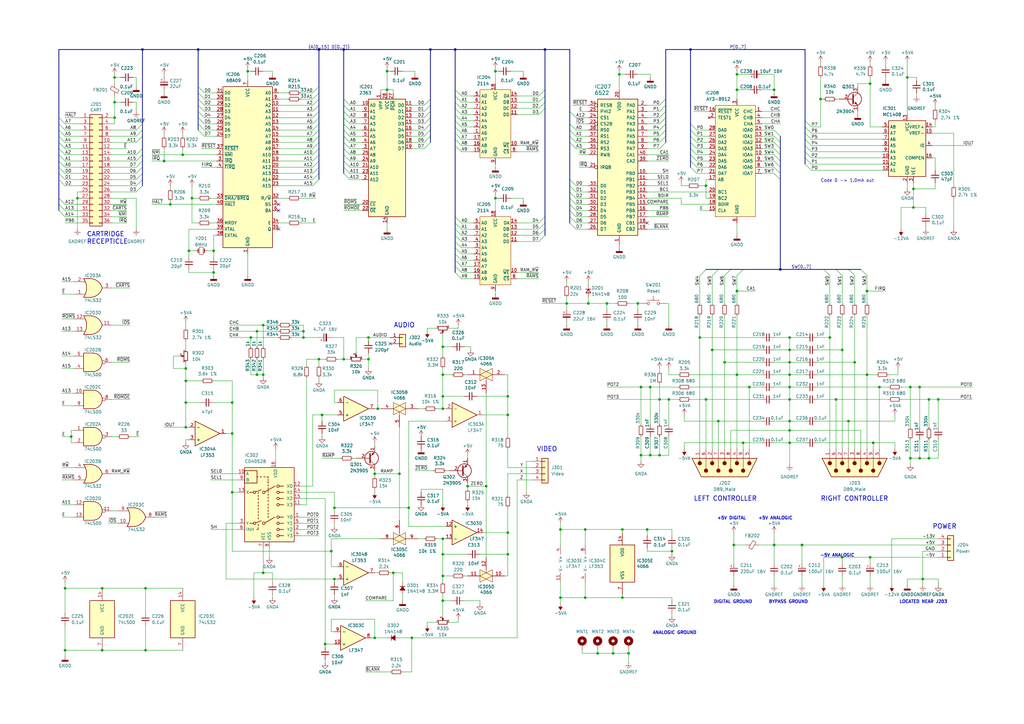
<source format=kicad_sch>
(kicad_sch (version 20211123) (generator eeschema)
  (paper "A3")
  (title_block (title "Vectrex LogicBoard") (date "02/03/2022") (rev "3GE") (comment 1 "or send a letter to Creative Commons, PO Box 1866, Mountain View, CA 94042, USA.") (comment 2 "To view a copy of this license, visit http://creativecommons.org/licenses/by-sa/4.0/") (comment 3 "Attribution-ShareAlike 4.0 International License.") (comment 4 "This work is licensed under the Creative Commons"))
  (lib_symbols
    (symbol "4xxx:4066" (pin_names (offset 1.016))
      (property "Reference" "U" (at -7.62 8.89 0))
      (property "Value" "4066" (at -7.62 -8.89 0))
      (symbol "4066_1_0"
        (pin passive line (at -7.62 0 0) (length 5.08) (name "~") (number "1"))
        (pin input line (at 0 7.62 270) (length 5.08) (name "~") (number "13"))
        (pin passive line (at 7.62 0 180) (length 5.08) (name "~") (number "2"))
      )
      (symbol "4066_2_0"
        (pin passive line (at 7.62 0 180) (length 5.08) (name "~") (number "3"))
        (pin passive line (at -7.62 0 0) (length 5.08) (name "~") (number "4"))
        (pin input line (at 0 7.62 270) (length 5.08) (name "~") (number "5"))
      )
      (symbol "4066_3_0"
        (pin input line (at 0 7.62 270) (length 5.08) (name "~") (number "6"))
        (pin passive line (at -7.62 0 0) (length 5.08) (name "~") (number "8"))
        (pin passive line (at 7.62 0 180) (length 5.08) (name "~") (number "9"))
      )
      (symbol "4066_4_0"
        (pin passive line (at 7.62 0 180) (length 5.08) (name "~") (number "10"))
        (pin passive line (at -7.62 0 0) (length 5.08) (name "~") (number "11"))
        (pin input line (at 0 7.62 270) (length 5.08) (name "~") (number "12"))
      )
      (symbol "4066_5_0"
        (pin power_in line (at 0 12.7 270) (length 5.08) (name "VDD") (number "14"))
        (pin power_in line (at 0 -12.7 90) (length 5.08) (name "VSS") (number "7"))
      )
    )
    (symbol "74xx:74LS00" (pin_names (offset 1.016))
      (property "Reference" "U" (at 0 1.27 0))
      (property "Value" "74LS00" (at 0 -1.27 0))
      (symbol "74LS00_1_1"
        (pin input line (at -7.62 2.54 0) (length 3.81) (name "~") (number "1"))
        (pin input line (at -7.62 -2.54 0) (length 3.81) (name "~") (number "2"))
        (pin output inverted (at 7.62 0 180) (length 3.81) (name "~") (number "3"))
      )
      (symbol "74LS00_1_2"
        (pin input inverted (at -7.62 2.54 0) (length 4.318) (name "~") (number "1"))
        (pin input inverted (at -7.62 -2.54 0) (length 4.318) (name "~") (number "2"))
        (pin output line (at 7.62 0 180) (length 3.81) (name "~") (number "3"))
      )
      (symbol "74LS00_2_1"
        (pin input line (at -7.62 2.54 0) (length 3.81) (name "~") (number "4"))
        (pin input line (at -7.62 -2.54 0) (length 3.81) (name "~") (number "5"))
        (pin output inverted (at 7.62 0 180) (length 3.81) (name "~") (number "6"))
      )
      (symbol "74LS00_2_2"
        (pin input inverted (at -7.62 2.54 0) (length 4.318) (name "~") (number "4"))
        (pin input inverted (at -7.62 -2.54 0) (length 4.318) (name "~") (number "5"))
        (pin output line (at 7.62 0 180) (length 3.81) (name "~") (number "6"))
      )
      (symbol "74LS00_3_1"
        (pin input line (at -7.62 -2.54 0) (length 3.81) (name "~") (number "10"))
        (pin output inverted (at 7.62 0 180) (length 3.81) (name "~") (number "8"))
        (pin input line (at -7.62 2.54 0) (length 3.81) (name "~") (number "9"))
      )
      (symbol "74LS00_3_2"
        (pin input inverted (at -7.62 -2.54 0) (length 4.318) (name "~") (number "10"))
        (pin output line (at 7.62 0 180) (length 3.81) (name "~") (number "8"))
        (pin input inverted (at -7.62 2.54 0) (length 4.318) (name "~") (number "9"))
      )
      (symbol "74LS00_4_1"
        (pin output inverted (at 7.62 0 180) (length 3.81) (name "~") (number "11"))
        (pin input line (at -7.62 2.54 0) (length 3.81) (name "~") (number "12"))
        (pin input line (at -7.62 -2.54 0) (length 3.81) (name "~") (number "13"))
      )
      (symbol "74LS00_4_2"
        (pin output line (at 7.62 0 180) (length 3.81) (name "~") (number "11"))
        (pin input inverted (at -7.62 2.54 0) (length 4.318) (name "~") (number "12"))
        (pin input inverted (at -7.62 -2.54 0) (length 4.318) (name "~") (number "13"))
      )
      (symbol "74LS00_5_0"
        (pin power_in line (at 0 12.7 270) (length 5.08) (name "VCC") (number "14"))
        (pin power_in line (at 0 -12.7 90) (length 5.08) (name "GND") (number "7"))
      )
    )
    (symbol "74xx:74LS32" (pin_names (offset 1.016))
      (property "Reference" "U" (at 0 1.27 0))
      (property "Value" "74LS32" (at 0 -1.27 0))
      (symbol "74LS32_1_1"
        (pin input line (at -7.62 2.54 0) (length 4.318) (name "~") (number "1"))
        (pin input line (at -7.62 -2.54 0) (length 4.318) (name "~") (number "2"))
        (pin output line (at 7.62 0 180) (length 3.81) (name "~") (number "3"))
      )
      (symbol "74LS32_1_2"
        (pin input inverted (at -7.62 2.54 0) (length 3.81) (name "~") (number "1"))
        (pin input inverted (at -7.62 -2.54 0) (length 3.81) (name "~") (number "2"))
        (pin output inverted (at 7.62 0 180) (length 3.81) (name "~") (number "3"))
      )
      (symbol "74LS32_2_1"
        (pin input line (at -7.62 2.54 0) (length 4.318) (name "~") (number "4"))
        (pin input line (at -7.62 -2.54 0) (length 4.318) (name "~") (number "5"))
        (pin output line (at 7.62 0 180) (length 3.81) (name "~") (number "6"))
      )
      (symbol "74LS32_2_2"
        (pin input inverted (at -7.62 2.54 0) (length 3.81) (name "~") (number "4"))
        (pin input inverted (at -7.62 -2.54 0) (length 3.81) (name "~") (number "5"))
        (pin output inverted (at 7.62 0 180) (length 3.81) (name "~") (number "6"))
      )
      (symbol "74LS32_3_1"
        (pin input line (at -7.62 -2.54 0) (length 4.318) (name "~") (number "10"))
        (pin output line (at 7.62 0 180) (length 3.81) (name "~") (number "8"))
        (pin input line (at -7.62 2.54 0) (length 4.318) (name "~") (number "9"))
      )
      (symbol "74LS32_3_2"
        (pin input inverted (at -7.62 -2.54 0) (length 3.81) (name "~") (number "10"))
        (pin output inverted (at 7.62 0 180) (length 3.81) (name "~") (number "8"))
        (pin input inverted (at -7.62 2.54 0) (length 3.81) (name "~") (number "9"))
      )
      (symbol "74LS32_4_1"
        (pin output line (at 7.62 0 180) (length 3.81) (name "~") (number "11"))
        (pin input line (at -7.62 2.54 0) (length 4.318) (name "~") (number "12"))
        (pin input line (at -7.62 -2.54 0) (length 4.318) (name "~") (number "13"))
      )
      (symbol "74LS32_4_2"
        (pin output inverted (at 7.62 0 180) (length 3.81) (name "~") (number "11"))
        (pin input inverted (at -7.62 2.54 0) (length 3.81) (name "~") (number "12"))
        (pin input inverted (at -7.62 -2.54 0) (length 3.81) (name "~") (number "13"))
      )
      (symbol "74LS32_5_0"
        (pin power_in line (at 0 12.7 270) (length 5.08) (name "VCC") (number "14"))
        (pin power_in line (at 0 -12.7 90) (length 5.08) (name "GND") (number "7"))
      )
    )
    (symbol "Analog_DAC:MC1408_DIP"
      (property "Reference" "U" (at 2.54 16.51 0))
      (property "Value" "MC1408_DIP" (at 2.54 13.97 0))
      (symbol "MC1408_DIP_1_1"
        (pin no_connect line (at 10.16 -5.08 180) (length 2.54) hide (name "NC") (number "1"))
        (pin input line (at -10.16 -2.54 0) (length 2.54) (name "A3") (number "10"))
        (pin input line (at -10.16 -5.08 0) (length 2.54) (name "A2") (number "11"))
        (pin input line (at -10.16 -7.62 0) (length 2.54) (name "A1") (number "12"))
        (pin power_in line (at 0 15.24 270) (length 2.54) (name "VCC") (number "13"))
        (pin output line (at 10.16 10.16 180) (length 2.54) (name "VREF+") (number "14"))
        (pin output line (at 10.16 7.62 180) (length 2.54) (name "VREF-") (number "15"))
        (pin passive line (at 10.16 -2.54 180) (length 2.54) (name "COMPEN") (number "16"))
        (pin power_in line (at 0 -12.7 90) (length 2.54) (name "GND") (number "2"))
        (pin power_in line (at 2.54 -12.7 90) (length 2.54) (name "VEE") (number "3"))
        (pin input line (at 10.16 2.54 180) (length 2.54) (name "I0") (number "4"))
        (pin input line (at -10.16 10.16 0) (length 2.54) (name "A8") (number "5"))
        (pin input line (at -10.16 7.62 0) (length 2.54) (name "A7") (number "6"))
        (pin input line (at -10.16 5.08 0) (length 2.54) (name "A6") (number "7"))
        (pin input line (at -10.16 2.54 0) (length 2.54) (name "A5") (number "8"))
        (pin input line (at -10.16 0 0) (length 2.54) (name "A4") (number "9"))
      )
    )
    (symbol "Analog_Switch:CD4052B"
      (property "Reference" "U" (at -10.16 16.51 0))
      (property "Value" "CD4052B" (at 3.81 16.51 0))
      (symbol "CD4052B_1_1"
        (pin bidirectional line (at 12.7 -5.08 180) (length 2.54) (name "Y0") (number "1"))
        (pin input line (at -12.7 12.7 0) (length 2.54) (name "A") (number "10"))
        (pin bidirectional line (at 12.7 0 180) (length 2.54) (name "X3") (number "11"))
        (pin bidirectional line (at 12.7 7.62 180) (length 2.54) (name "X0") (number "12"))
        (pin bidirectional line (at -12.7 5.08 0) (length 2.54) (name "X") (number "13"))
        (pin bidirectional line (at 12.7 5.08 180) (length 2.54) (name "X1") (number "14"))
        (pin bidirectional line (at 12.7 2.54 180) (length 2.54) (name "X2") (number "15"))
        (pin power_in line (at 2.54 17.78 270) (length 2.54) (name "VDD") (number "16"))
        (pin bidirectional line (at 12.7 -10.16 180) (length 2.54) (name "Y2") (number "2"))
        (pin bidirectional line (at -12.7 -7.62 0) (length 2.54) (name "Y") (number "3"))
        (pin bidirectional line (at 12.7 -12.7 180) (length 2.54) (name "Y3") (number "4"))
        (pin bidirectional line (at 12.7 -7.62 180) (length 2.54) (name "Y1") (number "5"))
        (pin input line (at -12.7 -10.16 0) (length 2.54) (name "INH") (number "6"))
        (pin power_in line (at -2.54 -17.78 90) (length 2.54) (name "VEE") (number "7"))
        (pin power_in line (at 0 -17.78 90) (length 2.54) (name "VSS") (number "8"))
        (pin input line (at -12.7 10.16 0) (length 2.54) (name "B") (number "9"))
      )
    )
    (symbol "Connector:DB9_Male" (pin_names (offset 1.016) hide)
      (property "Reference" "J" (at 0 13.97 0))
      (property "Value" "DB9_Male" (at 0 -14.605 0))
      (symbol "DB9_Male_1_1"
        (pin passive line (at -7.62 -10.16 0) (length 3.81) (name "1") (number "1"))
        (pin passive line (at -7.62 -5.08 0) (length 3.81) (name "2") (number "2"))
        (pin passive line (at -7.62 0 0) (length 3.81) (name "3") (number "3"))
        (pin passive line (at -7.62 5.08 0) (length 3.81) (name "4") (number "4"))
        (pin passive line (at -7.62 10.16 0) (length 3.81) (name "5") (number "5"))
        (pin passive line (at -7.62 -7.62 0) (length 3.81) (name "6") (number "6"))
        (pin passive line (at -7.62 -2.54 0) (length 3.81) (name "7") (number "7"))
        (pin passive line (at -7.62 2.54 0) (length 3.81) (name "8") (number "8"))
        (pin passive line (at -7.62 7.62 0) (length 3.81) (name "9") (number "9"))
      )
    )
    (symbol "Connector_Generic:Conn_01x02" (pin_names (offset 1.016) hide)
      (property "Reference" "J" (at 0 2.54 0))
      (property "Value" "Conn_01x02" (at 0 -5.08 0))
      (symbol "Conn_01x02_1_1"
        (pin passive line (at -5.08 0 0) (length 3.81) (name "Pin_1") (number "1"))
        (pin passive line (at -5.08 -2.54 0) (length 3.81) (name "Pin_2") (number "2"))
      )
    )
    (symbol "Connector_Generic:Conn_01x04" (pin_names (offset 1.016) hide)
      (property "Reference" "J" (at 0 5.08 0))
      (property "Value" "Conn_01x04" (at 0 -7.62 0))
      (symbol "Conn_01x04_1_1"
        (pin passive line (at -5.08 2.54 0) (length 3.81) (name "Pin_1") (number "1"))
        (pin passive line (at -5.08 0 0) (length 3.81) (name "Pin_2") (number "2"))
        (pin passive line (at -5.08 -2.54 0) (length 3.81) (name "Pin_3") (number "3"))
        (pin passive line (at -5.08 -5.08 0) (length 3.81) (name "Pin_4") (number "4"))
      )
    )
    (symbol "Connector_Generic:Conn_02x18_Odd_Even" (pin_names (offset 1.016) hide)
      (property "Reference" "J" (at 1.27 22.86 0))
      (property "Value" "Conn_02x18_Odd_Even" (at 1.27 -25.4 0))
      (symbol "Conn_02x18_Odd_Even_1_1"
        (pin passive line (at -5.08 20.32 0) (length 3.81) (name "Pin_1") (number "1"))
        (pin passive line (at 7.62 10.16 180) (length 3.81) (name "Pin_10") (number "10"))
        (pin passive line (at -5.08 7.62 0) (length 3.81) (name "Pin_11") (number "11"))
        (pin passive line (at 7.62 7.62 180) (length 3.81) (name "Pin_12") (number "12"))
        (pin passive line (at -5.08 5.08 0) (length 3.81) (name "Pin_13") (number "13"))
        (pin passive line (at 7.62 5.08 180) (length 3.81) (name "Pin_14") (number "14"))
        (pin passive line (at -5.08 2.54 0) (length 3.81) (name "Pin_15") (number "15"))
        (pin passive line (at 7.62 2.54 180) (length 3.81) (name "Pin_16") (number "16"))
        (pin passive line (at -5.08 0 0) (length 3.81) (name "Pin_17") (number "17"))
        (pin passive line (at 7.62 0 180) (length 3.81) (name "Pin_18") (number "18"))
        (pin passive line (at -5.08 -2.54 0) (length 3.81) (name "Pin_19") (number "19"))
        (pin passive line (at 7.62 20.32 180) (length 3.81) (name "Pin_2") (number "2"))
        (pin passive line (at 7.62 -2.54 180) (length 3.81) (name "Pin_20") (number "20"))
        (pin passive line (at -5.08 -5.08 0) (length 3.81) (name "Pin_21") (number "21"))
        (pin passive line (at 7.62 -5.08 180) (length 3.81) (name "Pin_22") (number "22"))
        (pin passive line (at -5.08 -7.62 0) (length 3.81) (name "Pin_23") (number "23"))
        (pin passive line (at 7.62 -7.62 180) (length 3.81) (name "Pin_24") (number "24"))
        (pin passive line (at -5.08 -10.16 0) (length 3.81) (name "Pin_25") (number "25"))
        (pin passive line (at 7.62 -10.16 180) (length 3.81) (name "Pin_26") (number "26"))
        (pin passive line (at -5.08 -12.7 0) (length 3.81) (name "Pin_27") (number "27"))
        (pin passive line (at 7.62 -12.7 180) (length 3.81) (name "Pin_28") (number "28"))
        (pin passive line (at -5.08 -15.24 0) (length 3.81) (name "Pin_29") (number "29"))
        (pin passive line (at -5.08 17.78 0) (length 3.81) (name "Pin_3") (number "3"))
        (pin passive line (at 7.62 -15.24 180) (length 3.81) (name "Pin_30") (number "30"))
        (pin passive line (at -5.08 -17.78 0) (length 3.81) (name "Pin_31") (number "31"))
        (pin passive line (at 7.62 -17.78 180) (length 3.81) (name "Pin_32") (number "32"))
        (pin passive line (at -5.08 -20.32 0) (length 3.81) (name "Pin_33") (number "33"))
        (pin passive line (at 7.62 -20.32 180) (length 3.81) (name "Pin_34") (number "34"))
        (pin passive line (at -5.08 -22.86 0) (length 3.81) (name "Pin_35") (number "35"))
        (pin passive line (at 7.62 -22.86 180) (length 3.81) (name "Pin_36") (number "36"))
        (pin passive line (at 7.62 17.78 180) (length 3.81) (name "Pin_4") (number "4"))
        (pin passive line (at -5.08 15.24 0) (length 3.81) (name "Pin_5") (number "5"))
        (pin passive line (at 7.62 15.24 180) (length 3.81) (name "Pin_6") (number "6"))
        (pin passive line (at -5.08 12.7 0) (length 3.81) (name "Pin_7") (number "7"))
        (pin passive line (at 7.62 12.7 180) (length 3.81) (name "Pin_8") (number "8"))
        (pin passive line (at -5.08 10.16 0) (length 3.81) (name "Pin_9") (number "9"))
      )
    )
    (symbol "Device:C_Polarized_Small" (pin_numbers hide) (pin_names (offset 0.254) hide)
      (property "Reference" "C" (at 0.254 1.778 0))
      (property "Value" "C_Polarized_Small" (at 0.254 -2.032 0))
      (symbol "C_Polarized_Small_1_1"
        (pin passive line (at 0 2.54 270) (length 1.8542) (name "~") (number "1"))
        (pin passive line (at 0 -2.54 90) (length 1.8542) (name "~") (number "2"))
      )
    )
    (symbol "Device:C_Small" (pin_numbers hide) (pin_names (offset 0.254) hide)
      (property "Reference" "C" (at 0.254 1.778 0))
      (property "Value" "C_Small" (at 0.254 -2.032 0))
      (symbol "C_Small_1_1"
        (pin passive line (at 0 2.54 270) (length 2.032) (name "~") (number "1"))
        (pin passive line (at 0 -2.54 90) (length 2.032) (name "~") (number "2"))
      )
    )
    (symbol "Device:Crystal_Small" (pin_numbers hide) (pin_names (offset 1.016) hide)
      (property "Reference" "Y" (at 0 2.54 0))
      (property "Value" "Crystal_Small" (at 0 -2.54 0))
      (symbol "Crystal_Small_1_1"
        (pin passive line (at -2.54 0 0) (length 1.27) (name "1") (number "1"))
        (pin passive line (at 2.54 0 180) (length 1.27) (name "2") (number "2"))
      )
    )
    (symbol "Device:D_Small" (pin_numbers hide) (pin_names (offset 0.254) hide)
      (property "Reference" "D" (at -1.27 2.032 0))
      (property "Value" "D_Small" (at -3.81 -2.032 0))
      (symbol "D_Small_1_1"
        (pin passive line (at -2.54 0 0) (length 1.778) (name "k") (number "1"))
        (pin passive line (at 2.54 0 180) (length 1.778) (name "A") (number "2"))
      )
    )
    (symbol "Device:D_Small_Filled" (pin_numbers hide) (pin_names (offset 0.254) hide)
      (property "Reference" "D" (at -1.27 2.032 0))
      (property "Value" "D_Small_Filled" (at -3.81 -2.032 0))
      (symbol "D_Small_Filled_1_1"
        (pin passive line (at -2.54 0 0) (length 1.778) (name "k") (number "1"))
        (pin passive line (at 2.54 0 180) (length 1.778) (name "A") (number "2"))
      )
    )
    (symbol "Device:FerriteBead_Small" (pin_numbers hide) (pin_names (offset 0))
      (property "Reference" "FB" (at 1.905 1.27 0))
      (property "Value" "FerriteBead_Small" (at 1.905 -1.27 0))
      (symbol "FerriteBead_Small_1_1"
        (pin passive line (at 0 2.54 270) (length 1.27) (name "~") (number "1"))
        (pin passive line (at 0 -2.54 90) (length 1.27) (name "~") (number "2"))
      )
    )
    (symbol "Device:R_Potentiometer_Small" (pin_names (offset 1.016) hide)
      (property "Reference" "RV" (at -4.445 0 90))
      (property "Value" "R_Potentiometer_Small" (at -2.54 0 90))
      (symbol "R_Potentiometer_Small_1_1"
        (pin passive line (at 0 2.54 270) (length 0.635) (name "1") (number "1"))
        (pin passive line (at 2.54 0 180) (length 0.9906) (name "2") (number "2"))
        (pin passive line (at 0 -2.54 90) (length 0.635) (name "3") (number "3"))
      )
    )
    (symbol "Device:R_Small" (pin_numbers hide) (pin_names (offset 0.254) hide)
      (property "Reference" "R" (at 0.762 0.508 0))
      (property "Value" "R_Small" (at 0.762 -1.016 0))
      (symbol "R_Small_1_1"
        (pin passive line (at 0 2.54 270) (length 0.762) (name "~") (number "1"))
        (pin passive line (at 0 -2.54 90) (length 0.762) (name "~") (number "2"))
      )
    )
    (symbol "Mechanical:MountingHole_Pad" (pin_numbers hide) (pin_names (offset 1.016) hide)
      (property "Reference" "H" (at 0 6.35 0))
      (property "Value" "MountingHole_Pad" (at 0 4.445 0))
      (symbol "MountingHole_Pad_1_1"
        (pin input line (at 0 -2.54 90) (length 2.54) (name "1") (number "1"))
      )
    )
    (symbol "Switch:SW_Push" (pin_numbers hide) (pin_names (offset 1.016) hide)
      (property "Reference" "SW" (at 1.27 2.54 0))
      (property "Value" "SW_Push" (at 0 -1.524 0))
      (symbol "SW_Push_0_1"
        (pin passive line (at -5.08 0 0) (length 2.54) (name "1") (number "1"))
        (pin passive line (at 5.08 0 180) (length 2.54) (name "2") (number "2"))
      )
    )
    (symbol "Transistor_BJT:2N3904" (pin_names (offset 0) hide)
      (property "Reference" "Q" (at 5.08 1.905 0))
      (property "Value" "2N3904" (at 5.08 0 0))
      (symbol "2N3904_1_1"
        (pin passive line (at 2.54 -5.08 90) (length 2.54) (name "E") (number "1"))
        (pin passive line (at -5.08 0 0) (length 5.715) (name "B") (number "2"))
        (pin passive line (at 2.54 5.08 270) (length 2.54) (name "C") (number "3"))
      )
    )
    (symbol "Transistor_BJT:2N3905" (pin_names (offset 0) hide)
      (property "Reference" "Q" (at 5.08 1.905 0))
      (property "Value" "2N3905" (at 5.08 0 0))
      (symbol "2N3905_1_1"
        (pin passive line (at 2.54 -5.08 90) (length 2.54) (name "E") (number "1"))
        (pin input line (at -5.08 0 0) (length 5.715) (name "B") (number "2"))
        (pin passive line (at 2.54 5.08 270) (length 2.54) (name "C") (number "3"))
      )
    )
    (symbol "Vectrex LogicBoard:-13VA" (power) (pin_names (offset 0))
      (property "Value" "-13VA" (at 0.381 4.3942 0))
      (symbol "-13VA_0_0"
        (pin power_in line (at 0 0 90) (length 0) hide (name "-12VA") (number "1"))
      )
    )
    (symbol "Vectrex LogicBoard:2114"
      (property "Reference" "IC204" (at -7.62 19.05 0))
      (property "Value" "2114" (at -7.62 16.51 0))
      (symbol "2114_1_1"
        (pin input line (at -8.89 -3.81 0) (length 2.54) (name "A6") (number "1"))
        (pin input line (at 8.89 -8.89 180) (length 2.54) (name "~{WE}") (number "10"))
        (pin bidirectional line (at 8.89 3.81 180) (length 2.54) (name "DD") (number "11"))
        (pin bidirectional line (at 8.89 6.35 180) (length 2.54) (name "DC") (number "12"))
        (pin bidirectional line (at 8.89 8.89 180) (length 2.54) (name "DB") (number "13"))
        (pin bidirectional line (at 8.89 11.43 180) (length 2.54) (name "DA") (number "14"))
        (pin input line (at -8.89 -11.43 0) (length 2.54) (name "A9") (number "15"))
        (pin input line (at -8.89 -8.89 0) (length 2.54) (name "A8") (number "16"))
        (pin input line (at -8.89 -6.35 0) (length 2.54) (name "A7") (number "17"))
        (pin power_in line (at 0 16.51 270) (length 2.54) (name "VCC") (number "18"))
        (pin input line (at -8.89 -1.27 0) (length 2.54) (name "A5") (number "2"))
        (pin input line (at -8.89 1.27 0) (length 2.54) (name "A4") (number "3"))
        (pin input line (at -8.89 3.81 0) (length 2.54) (name "A3") (number "4"))
        (pin input line (at -8.89 11.43 0) (length 2.54) (name "A0") (number "5"))
        (pin input line (at -8.89 8.89 0) (length 2.54) (name "A1") (number "6"))
        (pin input line (at -8.89 6.35 0) (length 2.54) (name "A2") (number "7"))
        (pin input line (at 8.89 -11.43 180) (length 2.54) (name "~{CS}") (number "8"))
        (pin power_in line (at 0 -16.51 90) (length 2.54) (name "GND") (number "9"))
      )
    )
    (symbol "Vectrex LogicBoard:27C64"
      (property "Reference" "IC201" (at -11.43 27.94 0))
      (property "Value" "27C64" (at -11.43 25.4 0))
      (symbol "27C64_1_1"
        (pin input line (at -2.54 25.4 270) (length 2.54) (name "VPP") (number "1"))
        (pin input line (at -10.16 20.32 0) (length 2.54) (name "A0") (number "10"))
        (pin tri_state line (at 10.16 20.32 180) (length 2.54) (name "D0") (number "11"))
        (pin tri_state line (at 10.16 17.78 180) (length 2.54) (name "D1") (number "12"))
        (pin tri_state line (at 10.16 15.24 180) (length 2.54) (name "D2") (number "13"))
        (pin power_in line (at 0 -27.94 90) (length 2.54) (name "GND") (number "14"))
        (pin tri_state line (at 10.16 12.7 180) (length 2.54) (name "D3") (number "15"))
        (pin tri_state line (at 10.16 10.16 180) (length 2.54) (name "D4") (number "16"))
        (pin tri_state line (at 10.16 7.62 180) (length 2.54) (name "D5") (number "17"))
        (pin tri_state line (at 10.16 5.08 180) (length 2.54) (name "D6") (number "18"))
        (pin tri_state line (at 10.16 2.54 180) (length 2.54) (name "D7") (number "19"))
        (pin input line (at -10.16 -10.16 0) (length 2.54) (name "A12") (number "2"))
        (pin input line (at -10.16 -20.32 0) (length 2.54) (name "~{CE}") (number "20"))
        (pin input line (at -10.16 -5.08 0) (length 2.54) (name "A10") (number "21"))
        (pin input line (at -10.16 -22.86 0) (length 2.54) (name "~{OE}") (number "22"))
        (pin input line (at -10.16 -7.62 0) (length 2.54) (name "A11") (number "23"))
        (pin input line (at -10.16 -2.54 0) (length 2.54) (name "A9") (number "24"))
        (pin input line (at -10.16 0 0) (length 2.54) (name "A8") (number "25"))
        (pin no_connect line (at 7.62 0 180) (length 2.54) hide (name "NC") (number "26"))
        (pin no_connect line (at 10.16 -22.86 180) (length 2.54) hide (name "NC") (number "26"))
        (pin input line (at 2.54 25.4 270) (length 2.54) (name "~{PGM}") (number "27"))
        (pin power_in line (at 0 25.4 270) (length 2.54) (name "VCC") (number "28"))
        (pin input line (at -10.16 2.54 0) (length 2.54) (name "A7") (number "3"))
        (pin input line (at -10.16 5.08 0) (length 2.54) (name "A6") (number "4"))
        (pin input line (at -10.16 7.62 0) (length 2.54) (name "A5") (number "5"))
        (pin input line (at -10.16 10.16 0) (length 2.54) (name "A4") (number "6"))
        (pin input line (at -10.16 12.7 0) (length 2.54) (name "A3") (number "7"))
        (pin input line (at -10.16 15.24 0) (length 2.54) (name "A2") (number "8"))
        (pin input line (at -10.16 17.78 0) (length 2.54) (name "A1") (number "9"))
      )
    )
    (symbol "Vectrex LogicBoard:6522" (pin_names (offset 1.016))
      (property "Reference" "IC207" (at -10.16 33.02 0))
      (property "Value" "6522" (at -10.16 30.48 0))
      (symbol "6522_1_1"
        (pin power_in line (at 0 -31.75 90) (length 3.81) (name "GND") (number "1"))
        (pin bidirectional line (at 11.43 -2.54 180) (length 3.81) (name "PB0") (number "10"))
        (pin bidirectional line (at 11.43 -5.08 180) (length 3.81) (name "PB1") (number "11"))
        (pin bidirectional line (at 11.43 -7.62 180) (length 3.81) (name "PB2") (number "12"))
        (pin bidirectional line (at 11.43 -10.16 180) (length 3.81) (name "PB3") (number "13"))
        (pin bidirectional line (at 11.43 -12.7 180) (length 3.81) (name "PB4") (number "14"))
        (pin bidirectional line (at 11.43 -15.24 180) (length 3.81) (name "PB5") (number "15"))
        (pin bidirectional line (at 11.43 -17.78 180) (length 3.81) (name "PB6") (number "16"))
        (pin bidirectional line (at 11.43 -20.32 180) (length 3.81) (name "PB7") (number "17"))
        (pin input line (at 11.43 -22.86 180) (length 3.81) (name "CB1") (number "18"))
        (pin bidirectional line (at 11.43 -25.4 180) (length 3.81) (name "CB2") (number "19"))
        (pin bidirectional line (at 11.43 25.4 180) (length 3.81) (name "PA0") (number "2"))
        (pin power_in line (at 0 31.75 270) (length 3.81) (name "VDD") (number "20"))
        (pin open_collector inverted (at -12.7 0 0) (length 3.81) (name "IRQB") (number "21"))
        (pin input line (at -12.7 5.08 0) (length 3.81) (name "RWB") (number "22"))
        (pin input inverted (at -12.7 17.78 0) (length 3.81) (name "CS2B") (number "23"))
        (pin input line (at -12.7 20.32 0) (length 3.81) (name "CS1") (number "24"))
        (pin input line (at -12.7 22.86 0) (length 3.81) (name "PHI2") (number "25"))
        (pin bidirectional line (at -12.7 -25.4 0) (length 3.81) (name "D7") (number "26"))
        (pin bidirectional line (at -12.7 -22.86 0) (length 3.81) (name "D6") (number "27"))
        (pin bidirectional line (at -12.7 -20.32 0) (length 3.81) (name "D5") (number "28"))
        (pin bidirectional line (at -12.7 -17.78 0) (length 3.81) (name "D4") (number "29"))
        (pin bidirectional line (at 11.43 22.86 180) (length 3.81) (name "PA1") (number "3"))
        (pin bidirectional line (at -12.7 -15.24 0) (length 3.81) (name "D3") (number "30"))
        (pin bidirectional line (at -12.7 -12.7 0) (length 3.81) (name "D2") (number "31"))
        (pin bidirectional line (at -12.7 -10.16 0) (length 3.81) (name "D1") (number "32"))
        (pin bidirectional line (at -12.7 -7.62 0) (length 3.81) (name "D0") (number "33"))
        (pin input inverted (at -12.7 25.4 0) (length 3.81) (name "RESB") (number "34"))
        (pin input line (at -12.7 7.62 0) (length 3.81) (name "RS3") (number "35"))
        (pin input line (at -12.7 10.16 0) (length 3.81) (name "RS2") (number "36"))
        (pin input line (at -12.7 12.7 0) (length 3.81) (name "RS1") (number "37"))
        (pin input line (at -12.7 15.24 0) (length 3.81) (name "RS0") (number "38"))
        (pin bidirectional line (at 11.43 2.54 180) (length 3.81) (name "CA2") (number "39"))
        (pin bidirectional line (at 11.43 20.32 180) (length 3.81) (name "PA2") (number "4"))
        (pin input line (at 11.43 5.08 180) (length 3.81) (name "CA1") (number "40"))
        (pin bidirectional line (at 11.43 17.78 180) (length 3.81) (name "PA3") (number "5"))
        (pin bidirectional line (at 11.43 15.24 180) (length 3.81) (name "PA4") (number "6"))
        (pin bidirectional line (at 11.43 12.7 180) (length 3.81) (name "PA5") (number "7"))
        (pin bidirectional line (at 11.43 10.16 180) (length 3.81) (name "PA6") (number "8"))
        (pin bidirectional line (at 11.43 7.62 180) (length 3.81) (name "PA7") (number "9"))
      )
    )
    (symbol "Vectrex LogicBoard:AY3-8912" (pin_names (offset 1.016))
      (property "Reference" "IC208" (at -10.16 25.4 0))
      (property "Value" "AY3-8912" (at -7.62 22.86 0))
      (symbol "AY3-8912_1_1"
        (pin passive line (at 10.16 17.78 180) (length 2.54) (name "CHC") (number "1"))
        (pin bidirectional line (at 10.16 0 180) (length 2.54) (name "IOA4") (number "10"))
        (pin bidirectional line (at 10.16 2.54 180) (length 2.54) (name "IOA3") (number "11"))
        (pin bidirectional line (at 10.16 5.08 180) (length 2.54) (name "IOA2") (number "12"))
        (pin bidirectional line (at 10.16 7.62 180) (length 2.54) (name "IOA1") (number "13"))
        (pin bidirectional line (at 10.16 10.16 180) (length 2.54) (name "IOA0") (number "14"))
        (pin input line (at -11.43 -22.86 0) (length 2.54) (name "CLk") (number "15"))
        (pin input line (at -11.43 17.78 0) (length 2.54) (name "~{RESET}") (number "16"))
        (pin input line (at -11.43 -10.16 0) (length 2.54) (name "A8") (number "17"))
        (pin input line (at -11.43 -20.32 0) (length 2.54) (name "BDIR") (number "18"))
        (pin input line (at -11.43 -17.78 0) (length 2.54) (name "BC2") (number "19"))
        (pin no_connect line (at -11.43 15.24 0) (length 2.54) (name "TEST1") (number "2"))
        (pin input line (at -11.43 -15.24 0) (length 2.54) (name "BC1") (number "20"))
        (pin bidirectional line (at -11.43 -7.62 0) (length 2.54) (name "DA7") (number "21"))
        (pin bidirectional line (at -11.43 -5.08 0) (length 2.54) (name "DA6") (number "22"))
        (pin bidirectional line (at -11.43 -2.54 0) (length 2.54) (name "DA5") (number "23"))
        (pin bidirectional line (at -11.43 0 0) (length 2.54) (name "DA4") (number "24"))
        (pin bidirectional line (at -11.43 2.54 0) (length 2.54) (name "DA3") (number "25"))
        (pin bidirectional line (at -11.43 5.08 0) (length 2.54) (name "DA2") (number "26"))
        (pin bidirectional line (at -11.43 7.62 0) (length 2.54) (name "DA1") (number "27"))
        (pin bidirectional line (at -11.43 10.16 0) (length 2.54) (name "DA0") (number "28"))
        (pin power_in line (at 0 22.86 270) (length 2.54) (name "VCC") (number "3"))
        (pin passive line (at 10.16 15.24 180) (length 2.54) (name "CHB") (number "4"))
        (pin passive line (at 10.16 12.7 180) (length 2.54) (name "CHA") (number "5"))
        (pin power_in line (at 0 -27.94 90) (length 2.54) (name "GND") (number "6"))
        (pin bidirectional line (at 10.16 -7.62 180) (length 2.54) (name "IOA7") (number "7"))
        (pin bidirectional line (at 10.16 -5.08 180) (length 2.54) (name "IOA6") (number "8"))
        (pin bidirectional line (at 10.16 -2.54 180) (length 2.54) (name "IOA5") (number "9"))
      )
    )
    (symbol "Vectrex LogicBoard:Conn_01x04" (pin_names (offset 1.016) hide)
      (property "Reference" "J204" (at 2.54 0.0001 0))
      (property "Value" "Conn_01x04" (at 2.54 -2.5399 0))
      (symbol "Conn_01x04_1_1"
        (pin power_out line (at -5.08 2.54 0) (length 3.81) (name "Pin_1") (number "1"))
        (pin power_out line (at -5.08 0 0) (length 3.81) (name "Pin_2") (number "2"))
        (pin power_out line (at -5.08 -2.54 0) (length 3.81) (name "Pin_3") (number "3"))
        (pin power_out line (at -5.08 -5.08 0) (length 3.81) (name "Pin_4") (number "4"))
      )
    )
    (symbol "Vectrex LogicBoard:GNDB" (power) (pin_names (offset 0))
      (property "Value" "GNDB" (at 0 -5.08 0))
      (symbol "GNDB_1_1"
        (pin power_in line (at 0 0 270) (length 0) hide (name "GNDREF") (number "1"))
      )
    )
    (symbol "Vectrex LogicBoard:MC6809"
      (property "Reference" "IC206" (at -8.89 38.1 0))
      (property "Value" "MC6809" (at -8.89 35.56 0))
      (symbol "MC6809_1_1"
        (pin power_in line (at 0 -35.56 90) (length 2.54) (name "GND") (number "1"))
        (pin output line (at 12.7 25.4 180) (length 2.54) (name "A2") (number "10"))
        (pin output line (at 12.7 22.86 180) (length 2.54) (name "A3") (number "11"))
        (pin output line (at 12.7 20.32 180) (length 2.54) (name "A4") (number "12"))
        (pin output line (at 12.7 17.78 180) (length 2.54) (name "A5") (number "13"))
        (pin output line (at 12.7 15.24 180) (length 2.54) (name "A6") (number "14"))
        (pin output line (at 12.7 12.7 180) (length 2.54) (name "A7") (number "15"))
        (pin output line (at 12.7 10.16 180) (length 2.54) (name "A8") (number "16"))
        (pin output line (at 12.7 7.62 180) (length 2.54) (name "A9") (number "17"))
        (pin output line (at 12.7 5.08 180) (length 2.54) (name "A10") (number "18"))
        (pin output line (at 12.7 2.54 180) (length 2.54) (name "A11") (number "19"))
        (pin input line (at -12.7 5.08 0) (length 2.54) (name "~{NMI}") (number "2"))
        (pin output line (at 12.7 0 180) (length 2.54) (name "A12") (number "20"))
        (pin output line (at 12.7 -2.54 180) (length 2.54) (name "A13") (number "21"))
        (pin output line (at 12.7 -5.08 180) (length 2.54) (name "A14") (number "22"))
        (pin output line (at 12.7 -7.62 180) (length 2.54) (name "A15") (number "23"))
        (pin bidirectional line (at -12.7 12.7 0) (length 2.54) (name "D7") (number "24"))
        (pin bidirectional line (at -12.7 15.24 0) (length 2.54) (name "D6") (number "25"))
        (pin bidirectional line (at -12.7 17.78 0) (length 2.54) (name "D5") (number "26"))
        (pin bidirectional line (at -12.7 20.32 0) (length 2.54) (name "D4") (number "27"))
        (pin bidirectional line (at -12.7 22.86 0) (length 2.54) (name "D3") (number "28"))
        (pin bidirectional line (at -12.7 25.4 0) (length 2.54) (name "D2") (number "29"))
        (pin input line (at -12.7 2.54 0) (length 2.54) (name "~{IRQ}") (number "3"))
        (pin bidirectional line (at -12.7 27.94 0) (length 2.54) (name "D1") (number "30"))
        (pin bidirectional line (at -12.7 30.48 0) (length 2.54) (name "D0") (number "31"))
        (pin output line (at 12.7 -12.7 180) (length 2.54) (name "R/~{W}") (number "32"))
        (pin input line (at -12.7 -12.7 0) (length 2.54) (name "~{DMA/BREQ}") (number "33"))
        (pin output line (at 12.7 -22.86 180) (length 2.54) (name "E") (number "34"))
        (pin output line (at 12.7 -25.4 180) (length 2.54) (name "Q") (number "35"))
        (pin input line (at -12.7 -22.86 0) (length 2.54) (name "MRDY") (number "36"))
        (pin input line (at -12.7 7.62 0) (length 2.54) (name "~{RESET}") (number "37"))
        (pin input line (at -12.7 -27.94 0) (length 2.54) (name "EXTAL") (number "38"))
        (pin input line (at -12.7 -25.4 0) (length 2.54) (name "XTAL") (number "39"))
        (pin input line (at -12.7 0 0) (length 2.54) (name "~{FIRQ}") (number "4"))
        (pin input line (at -12.7 -15.24 0) (length 2.54) (name "~{HALT}") (number "40"))
        (pin output line (at 12.7 -15.24 180) (length 2.54) (name "BS") (number "5"))
        (pin output line (at 12.7 -17.78 180) (length 2.54) (name "BA") (number "6"))
        (pin power_in line (at 0 35.56 270) (length 2.54) (name "VCC") (number "7"))
        (pin output line (at 12.7 30.48 180) (length 2.54) (name "A0") (number "8"))
        (pin output line (at 12.7 27.94 180) (length 2.54) (name "A1") (number "9"))
      )
    )
    (symbol "Vectrex LogicBoard:Opamp_Dual_Generic"
      (property "Reference" "IC304" (at 0 9.3218 0))
      (property "Value" "Opamp_Dual_Generic" (at 0 7.0104 0))
      (symbol "Opamp_Dual_Generic_1_1"
        (pin output line (at 7.62 0 180) (length 2.54) (name "~") (number "1"))
        (pin input line (at -7.62 -2.54 0) (length 2.54) (name "-") (number "2"))
        (pin input line (at -7.62 2.54 0) (length 2.54) (name "+") (number "3"))
      )
      (symbol "Opamp_Dual_Generic_2_1"
        (pin input line (at -7.62 2.54 0) (length 2.54) (name "+") (number "5"))
        (pin input line (at -7.62 -2.54 0) (length 2.54) (name "-") (number "6"))
        (pin output line (at 7.62 0 180) (length 2.54) (name "~") (number "7"))
      )
      (symbol "Opamp_Dual_Generic_3_1"
        (pin power_in line (at -2.54 -7.62 90) (length 3.81) (name "V-") (number "4"))
        (pin power_in line (at -2.54 7.62 270) (length 3.81) (name "V+") (number "8"))
      )
    )
    (symbol "Vectrex LogicBoard:Opamp_Quad_Generic"
      (property "Reference" "IC303" (at 0 9.3218 0))
      (property "Value" "Opamp_Quad_Generic" (at 0 7.0104 0))
      (symbol "Opamp_Quad_Generic_1_1"
        (pin output line (at 7.62 0 180) (length 2.54) (name "~") (number "1"))
        (pin input line (at -7.62 -2.54 0) (length 2.54) (name "-") (number "2"))
        (pin input line (at -7.62 2.54 0) (length 2.54) (name "+") (number "3"))
      )
      (symbol "Opamp_Quad_Generic_2_1"
        (pin input line (at -7.62 2.54 0) (length 2.54) (name "+") (number "5"))
        (pin input line (at -7.62 -2.54 0) (length 2.54) (name "-") (number "6"))
        (pin output line (at 7.62 0 180) (length 2.54) (name "~") (number "7"))
      )
      (symbol "Opamp_Quad_Generic_3_1"
        (pin input line (at -7.62 2.54 0) (length 2.54) (name "+") (number "10"))
        (pin output line (at 7.62 0 180) (length 2.54) (name "~") (number "8"))
        (pin input line (at -7.62 -2.54 0) (length 2.54) (name "-") (number "9"))
      )
      (symbol "Opamp_Quad_Generic_4_1"
        (pin input line (at -7.62 2.54 0) (length 2.54) (name "+") (number "12"))
        (pin input line (at -7.62 -2.54 0) (length 2.54) (name "-") (number "13"))
        (pin output line (at 7.62 0 180) (length 2.54) (name "~") (number "14"))
      )
      (symbol "Opamp_Quad_Generic_5_1"
        (pin power_in line (at -2.54 -7.62 90) (length 3.81) (name "V-") (number "11"))
        (pin power_in line (at -2.54 7.62 270) (length 3.81) (name "V+") (number "4"))
      )
    )
    (symbol "power:+5V" (power) (pin_names (offset 0))
      (property "Value" "+5V" (at 0 3.556 0))
      (symbol "+5V_1_1"
        (pin power_in line (at 0 0 90) (length 0) hide (name "+5V") (number "1"))
      )
    )
    (symbol "power:+5VA" (power) (pin_names (offset 0))
      (property "Value" "+5VA" (at 0 3.556 0))
      (symbol "+5VA_1_1"
        (pin power_in line (at 0 0 90) (length 0) hide (name "+5VA") (number "1"))
      )
    )
    (symbol "power:-5VA" (power) (pin_names (offset 0))
      (property "Value" "-5VA" (at 0 3.81 0))
      (symbol "-5VA_0_0"
        (pin power_in line (at 0 0 90) (length 0) hide (name "-5VA") (number "1"))
      )
    )
    (symbol "power:GNDA" (power) (pin_names (offset 0))
      (property "Value" "GNDA" (at 0 -3.81 0))
      (symbol "GNDA_1_1"
        (pin power_in line (at 0 0 270) (length 0) hide (name "GNDA") (number "1"))
      )
    )
    (symbol "power:GNDD" (power) (pin_names (offset 0))
      (property "Value" "GNDD" (at 0 -3.175 0))
      (symbol "GNDD_1_1"
        (pin power_in line (at 0 0 270) (length 0) hide (name "GNDD") (number "1"))
      )
    )
  )
  (junction (at 323.85 172.72))
  (junction (at 130.81 20.32))
  (junction (at 107.95 234.95))
  (junction (at 137.16 237.49))
  (junction (at 374.65 85.09))
  (junction (at 266.7 186.69))
  (junction (at 181.61 246.38))
  (junction (at 248.92 124.46))
  (junction (at 107.95 153.67))
  (junction (at 181.61 236.22))
  (junction (at 151.13 147.32))
  (junction (at 124.46 138.43))
  (junction (at 257.81 267.97))
  (junction (at 342.9 163.83))
  (junction (at 254 30.48))
  (junction (at 181.61 142.24))
  (junction (at 356.87 228.6))
  (junction (at 241.3 124.46))
  (junction (at 203.2 29.21))
  (junction (at 59.69 266.7))
  (junction (at 41.91 241.3))
  (junction (at 59.69 241.3))
  (junction (at 158.75 29.21))
  (junction (at 67.31 66.04))
  (junction (at 317.5 223.52))
  (junction (at 323.85 181.61))
  (junction (at 158.75 36.83))
  (junction (at 29.21 179.07))
  (junction (at 186.69 20.32))
  (junction (at 76.2 156.21))
  (junction (at 255.27 245.11))
  (junction (at 130.81 147.32))
  (junction (at 69.85 83.82))
  (junction (at 105.41 153.67))
  (junction (at 240.03 245.11))
  (junction (at 181.61 227.33))
  (junction (at 274.32 163.83))
  (junction (at 95.25 201.93))
  (junction (at 181.61 162.56))
  (junction (at 74.93 63.5))
  (junction (at 153.67 261.62))
  (junction (at 377.19 187.96))
  (junction (at 358.14 181.61))
  (junction (at 135.89 226.06))
  (junction (at 76.2 175.26))
  (junction (at 46.99 31.75))
  (junction (at 307.34 158.75))
  (junction (at 31.75 81.28))
  (junction (at 270.51 186.69))
  (junction (at 320.04 110.49))
  (junction (at 208.28 170.18))
  (junction (at 133.35 264.16))
  (junction (at 181.61 153.67))
  (junction (at 199.39 199.39))
  (junction (at 168.91 261.62))
  (junction (at 373.38 187.96))
  (junction (at 304.8 181.61))
  (junction (at 58.42 20.32))
  (junction (at 317.5 36.83))
  (junction (at 87.63 102.87))
  (junction (at 26.67 266.7))
  (junction (at 297.18 148.59))
  (junction (at 336.55 40.64))
  (junction (at 323.85 163.83))
  (junction (at 232.41 124.46))
  (junction (at 95.25 165.1))
  (junction (at 132.08 170.18))
  (junction (at 245.11 267.97))
  (junction (at 302.26 119.38))
  (junction (at 153.67 194.31))
  (junction (at 292.1 143.51))
  (junction (at 203.2 81.28))
  (junction (at 378.46 237.49))
  (junction (at 323.85 138.43))
  (junction (at 102.87 138.43))
  (junction (at 340.36 138.43))
  (junction (at 176.53 20.32))
  (junction (at 287.02 138.43))
  (junction (at 300.99 223.52))
  (junction (at 345.44 228.6))
  (junction (at 275.59 226.06))
  (junction (at 229.87 217.17))
  (junction (at 374.65 77.47))
  (junction (at 372.11 31.75))
  (junction (at 347.98 172.72))
  (junction (at 289.56 76.2))
  (junction (at 384.81 163.83))
  (junction (at 302.26 30.48))
  (junction (at 181.61 220.98))
  (junction (at 302.26 153.67))
  (junction (at 223.52 20.32))
  (junction (at 323.85 176.53))
  (junction (at 266.7 158.75))
  (junction (at 356.87 34.29))
  (junction (at 270.51 163.83))
  (junction (at 140.97 147.32))
  (junction (at 323.85 148.59))
  (junction (at 161.29 234.95))
  (junction (at 208.28 218.44))
  (junction (at 95.25 177.8))
  (junction (at 289.56 163.83))
  (junction (at 328.93 223.52))
  (junction (at 154.94 167.64))
  (junction (at 26.67 241.3))
  (junction (at 41.91 266.7))
  (junction (at 167.64 208.28))
  (junction (at 208.28 227.33))
  (junction (at 323.85 143.51))
  (junction (at 345.44 143.51))
  (junction (at 262.89 186.69))
  (junction (at 77.47 102.87))
  (junction (at 107.95 133.35))
  (junction (at 355.6 153.67))
  (junction (at 261.62 124.46))
  (junction (at 105.41 135.89))
  (junction (at 46.99 41.91))
  (junction (at 140.97 20.32))
  (junction (at 381 187.96))
  (junction (at 81.28 20.32))
  (junction (at 76.2 151.13))
  (junction (at 181.61 167.64))
  (junction (at 265.43 217.17))
  (junction (at 208.28 162.56))
  (junction (at 151.13 138.43))
  (junction (at 373.38 158.75))
  (junction (at 87.63 111.76))
  (junction (at 76.2 165.1))
  (junction (at 262.89 158.75))
  (junction (at 101.6 29.21))
  (junction (at 124.46 135.89))
  (junction (at 78.74 81.28))
  (junction (at 251.46 267.97))
  (junction (at 360.68 158.75))
  (junction (at 294.64 172.72))
  (junction (at 191.77 199.39))
  (junction (at 355.6 119.38))
  (junction (at 137.16 208.28))
  (junction (at 255.27 217.17))
  (junction (at 240.03 217.17))
  (junction (at 350.52 148.59))
  (junction (at 283.21 20.32))
  (junction (at 46.99 48.26))
  (junction (at 381 163.83))
  (junction (at 377.19 158.75))
  (junction (at 302.26 36.83))
  (junction (at 229.87 245.11))
  (junction (at 323.85 153.67))
  (junction (at 323.85 158.75))
  (junction (at 163.83 194.31))
  (no_connect (at 114.3 93.98))
  (no_connect (at 114.3 86.36))
  (no_connect (at 160.02 140.97))
  (no_connect (at 114.3 83.82))
  (no_connect (at 265.43 91.44))
  (bus_entry (at 236.22 93.98) (size -2.54 -2.54))
  (bus_entry (at 285.75 53.34) (size -2.54 -2.54))
  (bus_entry (at 285.75 55.88) (size -2.54 -2.54))
  (bus_entry (at 143.51 60.96) (size -2.54 -2.54))
  (bus_entry (at 128.27 48.26) (size 2.54 -2.54))
  (bus_entry (at 143.51 43.18) (size -2.54 -2.54))
  (bus_entry (at 236.22 78.74) (size -2.54 -2.54))
  (bus_entry (at 55.88 76.2) (size 2.54 -2.54))
  (bus_entry (at 24.13 58.42) (size 2.54 2.54))
  (bus_entry (at 189.23 59.69) (size -2.54 -2.54))
  (bus_entry (at 128.27 68.58) (size 2.54 -2.54))
  (bus_entry (at 128.27 53.34) (size 2.54 -2.54))
  (bus_entry (at 128.27 43.18) (size 2.54 -2.54))
  (bus_entry (at 128.27 38.1) (size 2.54 -2.54))
  (bus_entry (at 173.99 45.72) (size 2.54 -2.54))
  (bus_entry (at 330.2 54.61) (size 2.54 2.54))
  (bus_entry (at 330.2 57.15) (size 2.54 2.54))
  (bus_entry (at 330.2 59.69) (size 2.54 2.54))
  (bus_entry (at 330.2 62.23) (size 2.54 2.54))
  (bus_entry (at 330.2 64.77) (size 2.54 2.54))
  (bus_entry (at 330.2 67.31) (size 2.54 2.54))
  (bus_entry (at 330.2 49.53) (size 2.54 2.54))
  (bus_entry (at 330.2 52.07) (size 2.54 2.54))
  (bus_entry (at 83.82 43.18) (size -2.54 -2.54))
  (bus_entry (at 233.68 45.72) (size 2.54 2.54))
  (bus_entry (at 285.75 71.12) (size -2.54 -2.54))
  (bus_entry (at 24.13 73.66) (size 2.54 2.54))
  (bus_entry (at 83.82 40.64) (size -2.54 -2.54))
  (bus_entry (at 55.88 55.88) (size 2.54 -2.54))
  (bus_entry (at 189.23 46.99) (size -2.54 -2.54))
  (bus_entry (at 128.27 60.96) (size 2.54 -2.54))
  (bus_entry (at 173.99 58.42) (size 2.54 -2.54))
  (bus_entry (at 189.23 99.06) (size -2.54 -2.54))
  (bus_entry (at 189.23 52.07) (size -2.54 -2.54))
  (bus_entry (at 189.23 44.45) (size -2.54 -2.54))
  (bus_entry (at 128.27 50.8) (size 2.54 -2.54))
  (bus_entry (at 189.23 109.22) (size -2.54 -2.54))
  (bus_entry (at 55.88 73.66) (size 2.54 -2.54))
  (bus_entry (at 173.99 60.96) (size 2.54 -2.54))
  (bus_entry (at 128.27 73.66) (size 2.54 -2.54))
  (bus_entry (at 128.27 76.2) (size 2.54 -2.54))
  (bus_entry (at 317.5 53.34) (size 2.54 2.54))
  (bus_entry (at 317.5 71.12) (size 2.54 2.54))
  (bus_entry (at 317.5 63.5) (size 2.54 2.54))
  (bus_entry (at 317.5 66.04) (size 2.54 2.54))
  (bus_entry (at 317.5 68.58) (size 2.54 2.54))
  (bus_entry (at 317.5 55.88) (size 2.54 2.54))
  (bus_entry (at 317.5 60.96) (size 2.54 2.54))
  (bus_entry (at 317.5 58.42) (size 2.54 2.54))
  (bus_entry (at 236.22 60.96) (size -2.54 -2.54))
  (bus_entry (at 24.13 48.26) (size 2.54 2.54))
  (bus_entry (at 189.23 111.76) (size -2.54 -2.54))
  (bus_entry (at 189.23 62.23) (size -2.54 -2.54))
  (bus_entry (at 236.22 83.82) (size -2.54 -2.54))
  (bus_entry (at 270.51 50.8) (size 2.54 -2.54))
  (bus_entry (at 189.23 104.14) (size -2.54 -2.54))
  (bus_entry (at 189.23 57.15) (size -2.54 -2.54))
  (bus_entry (at 270.51 55.88) (size 2.54 -2.54))
  (bus_entry (at 143.51 68.58) (size -2.54 -2.54))
  (bus_entry (at 236.22 53.34) (size -2.54 -2.54))
  (bus_entry (at 270.51 43.18) (size 2.54 -2.54))
  (bus_entry (at 143.51 45.72) (size -2.54 -2.54))
  (bus_entry (at 220.98 46.99) (size 2.54 -2.54))
  (bus_entry (at 128.27 63.5) (size 2.54 -2.54))
  (bus_entry (at 270.51 53.34) (size 2.54 -2.54))
  (bus_entry (at 83.82 38.1) (size -2.54 -2.54))
  (bus_entry (at 55.88 78.74) (size 2.54 -2.54))
  (bus_entry (at 173.99 50.8) (size 2.54 -2.54))
  (bus_entry (at 24.13 71.12) (size 2.54 2.54))
  (bus_entry (at 143.51 66.04) (size -2.54 -2.54))
  (bus_entry (at 220.98 93.98) (size 2.54 -2.54))
  (bus_entry (at 143.51 63.5) (size -2.54 -2.54))
  (bus_entry (at 236.22 86.36) (size -2.54 -2.54))
  (bus_entry (at 83.82 45.72) (size -2.54 -2.54))
  (bus_entry (at 189.23 91.44) (size -2.54 -2.54))
  (bus_entry (at 189.23 101.6) (size -2.54 -2.54))
  (bus_entry (at 55.88 68.58) (size 2.54 -2.54))
  (bus_entry (at 24.13 53.34) (size 2.54 2.54))
  (bus_entry (at 24.13 81.28) (size 2.54 2.54))
  (bus_entry (at 143.51 71.12) (size -2.54 -2.54))
  (bus_entry (at 128.27 58.42) (size 2.54 -2.54))
  (bus_entry (at 220.98 96.52) (size 2.54 -2.54))
  (bus_entry (at 173.99 43.18) (size 2.54 -2.54))
  (bus_entry (at 270.51 60.96) (size 2.54 -2.54))
  (bus_entry (at 173.99 53.34) (size 2.54 -2.54))
  (bus_entry (at 285.75 66.04) (size -2.54 -2.54))
  (bus_entry (at 189.23 96.52) (size -2.54 -2.54))
  (bus_entry (at 143.51 55.88) (size -2.54 -2.54))
  (bus_entry (at 143.51 48.26) (size -2.54 -2.54))
  (bus_entry (at 24.13 68.58) (size 2.54 2.54))
  (bus_entry (at 24.13 63.5) (size 2.54 2.54))
  (bus_entry (at 189.23 54.61) (size -2.54 -2.54))
  (bus_entry (at 55.88 63.5) (size 2.54 -2.54))
  (bus_entry (at 143.51 73.66) (size -2.54 -2.54))
  (bus_entry (at 285.75 68.58) (size -2.54 -2.54))
  (bus_entry (at 143.51 50.8) (size -2.54 -2.54))
  (bus_entry (at 189.23 49.53) (size -2.54 -2.54))
  (bus_entry (at 83.82 48.26) (size -2.54 -2.54))
  (bus_entry (at 270.51 58.42) (size 2.54 -2.54))
  (bus_entry (at 270.51 45.72) (size 2.54 -2.54))
  (bus_entry (at 128.27 40.64) (size 2.54 -2.54))
  (bus_entry (at 189.23 114.3) (size -2.54 -2.54))
  (bus_entry (at 143.51 53.34) (size -2.54 -2.54))
  (bus_entry (at 55.88 71.12) (size 2.54 -2.54))
  (bus_entry (at 220.98 44.45) (size 2.54 -2.54))
  (bus_entry (at 189.23 39.37) (size -2.54 -2.54))
  (bus_entry (at 55.88 66.04) (size 2.54 -2.54))
  (bus_entry (at 189.23 93.98) (size -2.54 -2.54))
  (bus_entry (at 236.22 58.42) (size -2.54 -2.54))
  (bus_entry (at 189.23 41.91) (size -2.54 -2.54))
  (bus_entry (at 220.98 41.91) (size 2.54 -2.54))
  (bus_entry (at 173.99 48.26) (size 2.54 -2.54))
  (bus_entry (at 128.27 45.72) (size 2.54 -2.54))
  (bus_entry (at 24.13 83.82) (size 2.54 2.54))
  (bus_entry (at 220.98 39.37) (size 2.54 -2.54))
  (bus_entry (at 24.13 60.96) (size 2.54 2.54))
  (bus_entry (at 83.82 50.8) (size -2.54 -2.54))
  (bus_entry (at 128.27 71.12) (size 2.54 -2.54))
  (bus_entry (at 24.13 55.88) (size 2.54 2.54))
  (bus_entry (at 292.1 113.03) (size 2.54 -2.54))
  (bus_entry (at 287.02 113.03) (size 2.54 -2.54))
  (bus_entry (at 340.36 113.03) (size -2.54 -2.54))
  (bus_entry (at 350.52 113.03) (size -2.54 -2.54))
  (bus_entry (at 345.44 113.03) (size -2.54 -2.54))
  (bus_entry (at 355.6 113.03) (size -2.54 -2.54))
  (bus_entry (at 302.26 113.03) (size 2.54 -2.54))
  (bus_entry (at 297.18 113.03) (size 2.54 -2.54))
  (bus_entry (at 24.13 66.04) (size 2.54 2.54))
  (bus_entry (at 285.75 63.5) (size -2.54 -2.54))
  (bus_entry (at 236.22 76.2) (size -2.54 -2.54))
  (bus_entry (at 189.23 106.68) (size -2.54 -2.54))
  (bus_entry (at 83.82 53.34) (size -2.54 -2.54))
  (bus_entry (at 236.22 88.9) (size -2.54 -2.54))
  (bus_entry (at 285.75 58.42) (size -2.54 -2.54))
  (bus_entry (at 236.22 91.44) (size -2.54 -2.54))
  (bus_entry (at 270.51 48.26) (size 2.54 -2.54))
  (bus_entry (at 220.98 91.44) (size 2.54 -2.54))
  (bus_entry (at 143.51 58.42) (size -2.54 -2.54))
  (bus_entry (at 55.88 58.42) (size 2.54 -2.54))
  (bus_entry (at 83.82 55.88) (size -2.54 -2.54))
  (bus_entry (at 236.22 81.28) (size -2.54 -2.54))
  (bus_entry (at 128.27 66.04) (size 2.54 -2.54))
  (bus_entry (at 24.13 86.36) (size 2.54 2.54))
  (bus_entry (at 128.27 55.88) (size 2.54 -2.54))
  (bus_entry (at 236.22 55.88) (size -2.54 -2.54))
  (bus_entry (at 55.88 53.34) (size 2.54 -2.54))
  (bus_entry (at 173.99 55.88) (size 2.54 -2.54))
  (bus_entry (at 285.75 60.96) (size -2.54 -2.54))
  (bus_entry (at 24.13 50.8) (size 2.54 2.54))
  (bus_entry (at 220.98 99.06) (size 2.54 -2.54))
  (wire (pts (xy 181.61 246.38) (xy 185.42 246.38)))
  (wire (pts (xy 262.89 158.75) (xy 266.7 158.75)))
  (wire (pts (xy 189.23 93.98) (xy 194.31 93.98)))
  (wire (pts (xy 209.55 81.28) (xy 214.63 81.28)))
  (wire (pts (xy 312.42 53.34) (xy 317.5 53.34)))
  (wire (pts (xy 137.16 165.1) (xy 138.43 165.1)))
  (wire (pts (xy 274.32 124.46) (xy 274.32 133.35)))
  (wire (pts (xy 317.5 153.67) (xy 323.85 153.67)))
  (wire (pts (xy 123.19 38.1) (xy 128.27 38.1)))
  (wire (pts (xy 361.95 52.07) (xy 356.87 52.07)))
  (bus (pts (xy 330.2 64.77) (xy 330.2 67.31)))
  (wire (pts (xy 323.85 148.59) (xy 323.85 153.67)))
  (wire (pts (xy 123.19 219.71) (xy 130.81 219.71)))
  (bus (pts (xy 81.28 48.26) (xy 81.28 50.8)))
  (wire (pts (xy 45.72 71.12) (xy 55.88 71.12)))
  (wire (pts (xy 363.22 33.02) (xy 363.22 31.75)))
  (bus (pts (xy 186.69 20.32) (xy 186.69 36.83)))
  (wire (pts (xy 181.61 227.33) (xy 181.61 236.22)))
  (bus (pts (xy 330.2 54.61) (xy 330.2 57.15)))
  (wire (pts (xy 170.18 29.21) (xy 170.18 30.48)))
  (wire (pts (xy 154.94 167.64) (xy 154.94 160.02)))
  (wire (pts (xy 137.16 259.08) (xy 135.89 259.08)))
  (wire (pts (xy 372.11 31.75) (xy 375.92 31.75)))
  (wire (pts (xy 229.87 245.11) (xy 229.87 247.65)))
  (wire (pts (xy 283.21 163.83) (xy 289.56 163.83)))
  (bus (pts (xy 233.68 81.28) (xy 233.68 83.82)))
  (wire (pts (xy 232.41 124.46) (xy 232.41 127)))
  (wire (pts (xy 30.48 196.85) (xy 25.4 196.85)))
  (wire (pts (xy 292.1 143.51) (xy 292.1 184.15)))
  (wire (pts (xy 241.3 63.5) (xy 237.49 63.5)))
  (wire (pts (xy 33.02 83.82) (xy 26.67 83.82)))
  (wire (pts (xy 290.83 81.28) (xy 289.56 81.28)))
  (bus (pts (xy 24.13 55.88) (xy 24.13 58.42)))
  (wire (pts (xy 85.09 102.87) (xy 87.63 102.87)))
  (wire (pts (xy 279.4 83.82) (xy 290.83 83.82)))
  (wire (pts (xy 290.83 58.42) (xy 285.75 58.42)))
  (wire (pts (xy 236.22 55.88) (xy 241.3 55.88)))
  (wire (pts (xy 292.1 113.03) (xy 292.1 124.46)))
  (wire (pts (xy 149.86 275.59) (xy 160.02 275.59)))
  (wire (pts (xy 76.2 165.1) (xy 76.2 175.26)))
  (wire (pts (xy 181.61 246.38) (xy 181.61 252.73)))
  (wire (pts (xy 33.02 48.26) (xy 26.67 48.26)))
  (wire (pts (xy 323.85 181.61) (xy 323.85 190.5)))
  (wire (pts (xy 212.09 114.3) (xy 220.98 114.3)))
  (wire (pts (xy 153.67 181.61) (xy 153.67 182.88)))
  (wire (pts (xy 355.6 113.03) (xy 355.6 119.38)))
  (wire (pts (xy 137.16 208.28) (xy 167.64 208.28)))
  (bus (pts (xy 24.13 53.34) (xy 24.13 55.88)))
  (wire (pts (xy 336.55 40.64) (xy 336.55 31.75)))
  (wire (pts (xy 107.95 29.21) (xy 111.76 29.21)))
  (wire (pts (xy 208.28 170.18) (xy 208.28 179.07)))
  (bus (pts (xy 81.28 20.32) (xy 81.28 35.56)))
  (wire (pts (xy 26.67 266.7) (xy 41.91 266.7)))
  (wire (pts (xy 302.26 91.44) (xy 302.26 96.52)))
  (wire (pts (xy 373.38 180.34) (xy 373.38 187.96)))
  (bus (pts (xy 140.97 50.8) (xy 140.97 53.34)))
  (wire (pts (xy 241.3 50.8) (xy 236.22 50.8)))
  (wire (pts (xy 300.99 223.52) (xy 300.99 231.14)))
  (wire (pts (xy 245.11 266.7) (xy 245.11 267.97)))
  (wire (pts (xy 77.47 93.98) (xy 77.47 102.87)))
  (wire (pts (xy 355.6 153.67) (xy 355.6 184.15)))
  (wire (pts (xy 287.02 138.43) (xy 287.02 184.15)))
  (wire (pts (xy 364.49 153.67) (xy 368.3 153.67)))
  (wire (pts (xy 163.83 194.31) (xy 163.83 213.36)))
  (wire (pts (xy 265.43 43.18) (xy 270.51 43.18)))
  (wire (pts (xy 45.72 133.35) (xy 53.34 133.35)))
  (wire (pts (xy 49.53 41.91) (xy 46.99 41.91)))
  (wire (pts (xy 351.79 35.56) (xy 351.79 34.29)))
  (wire (pts (xy 384.81 163.83) (xy 384.81 175.26)))
  (wire (pts (xy 265.43 78.74) (xy 290.83 78.74)))
  (wire (pts (xy 30.48 146.05) (xy 25.4 146.05)))
  (wire (pts (xy 255.27 217.17) (xy 265.43 217.17)))
  (bus (pts (xy 140.97 53.34) (xy 140.97 55.88)))
  (wire (pts (xy 287.02 76.2) (xy 289.56 76.2)))
  (wire (pts (xy 342.9 163.83) (xy 364.49 163.83)))
  (wire (pts (xy 137.16 160.02) (xy 137.16 165.1)))
  (bus (pts (xy 330.2 49.53) (xy 330.2 52.07)))
  (wire (pts (xy 76.2 148.59) (xy 76.2 151.13)))
  (wire (pts (xy 241.3 115.57) (xy 241.3 116.84)))
  (wire (pts (xy 45.72 86.36) (xy 52.07 86.36)))
  (wire (pts (xy 350.52 113.03) (xy 350.52 124.46)))
  (bus (pts (xy 24.13 73.66) (xy 24.13 81.28)))
  (wire (pts (xy 335.28 181.61) (xy 358.14 181.61)))
  (wire (pts (xy 181.61 142.24) (xy 185.42 142.24)))
  (wire (pts (xy 302.26 119.38) (xy 309.88 119.38)))
  (wire (pts (xy 140.97 86.36) (xy 148.59 86.36)))
  (wire (pts (xy 76.2 132.08) (xy 76.2 134.62)))
  (wire (pts (xy 189.23 54.61) (xy 194.31 54.61)))
  (wire (pts (xy 114.3 91.44) (xy 118.11 91.44)))
  (wire (pts (xy 245.11 267.97) (xy 251.46 267.97)))
  (wire (pts (xy 317.5 223.52) (xy 328.93 223.52)))
  (wire (pts (xy 304.8 184.15) (xy 304.8 181.61)))
  (wire (pts (xy 363.22 26.67) (xy 363.22 25.4)))
  (wire (pts (xy 87.63 96.52) (xy 87.63 102.87)))
  (wire (pts (xy 203.2 29.21) (xy 203.2 34.29)))
  (wire (pts (xy 189.23 62.23) (xy 194.31 62.23)))
  (wire (pts (xy 290.83 68.58) (xy 285.75 68.58)))
  (wire (pts (xy 54.61 31.75) (xy 55.88 31.75)))
  (wire (pts (xy 181.61 220.98) (xy 181.61 227.33)))
  (wire (pts (xy 54.61 41.91) (xy 55.88 41.91)))
  (wire (pts (xy 374.65 74.93) (xy 374.65 77.47)))
  (wire (pts (xy 30.48 135.89) (xy 25.4 135.89)))
  (wire (pts (xy 290.83 86.36) (xy 287.02 86.36)))
  (wire (pts (xy 275.59 226.06) (xy 275.59 227.33)))
  (wire (pts (xy 29.21 179.07) (xy 29.21 181.61)))
  (wire (pts (xy 95.25 156.21) (xy 95.25 165.1)))
  (wire (pts (xy 218.44 189.23) (xy 215.9 189.23)))
  (wire (pts (xy 189.23 114.3) (xy 194.31 114.3)))
  (wire (pts (xy 82.55 68.58) (xy 88.9 68.58)))
  (wire (pts (xy 45.72 76.2) (xy 55.88 76.2)))
  (wire (pts (xy 302.26 129.54) (xy 302.26 153.67)))
  (wire (pts (xy 381 163.83) (xy 384.81 163.83)))
  (wire (pts (xy 114.3 68.58) (xy 128.27 68.58)))
  (wire (pts (xy 101.6 29.21) (xy 101.6 33.02)))
  (wire (pts (xy 368.3 153.67) (xy 368.3 151.13)))
  (wire (pts (xy 128.27 66.04) (xy 114.3 66.04)))
  (wire (pts (xy 332.74 67.31) (xy 361.95 67.31)))
  (wire (pts (xy 203.2 29.21) (xy 203.2 27.94)))
  (wire (pts (xy 33.02 55.88) (xy 26.67 55.88)))
  (wire (pts (xy 335.28 163.83) (xy 342.9 163.83)))
  (wire (pts (xy 69.85 83.82) (xy 88.9 83.82)))
  (wire (pts (xy 256.54 30.48) (xy 254 30.48)))
  (wire (pts (xy 382.27 64.77) (xy 383.54 64.77)))
  (wire (pts (xy 45.72 68.58) (xy 55.88 68.58)))
  (wire (pts (xy 212.09 196.85) (xy 218.44 196.85)))
  (wire (pts (xy 114.3 58.42) (xy 128.27 58.42)))
  (wire (pts (xy 33.02 71.12) (xy 26.67 71.12)))
  (bus (pts (xy 58.42 73.66) (xy 58.42 76.2)))
  (bus (pts (xy 130.81 38.1) (xy 130.81 40.64)))
  (wire (pts (xy 83.82 40.64) (xy 88.9 40.64)))
  (wire (pts (xy 377.19 158.75) (xy 377.19 175.26)))
  (wire (pts (xy 336.55 52.07) (xy 336.55 40.64)))
  (wire (pts (xy 356.87 25.4) (xy 356.87 26.67)))
  (wire (pts (xy 45.72 163.83) (xy 53.34 163.83)))
  (wire (pts (xy 317.5 181.61) (xy 323.85 181.61)))
  (bus (pts (xy 186.69 36.83) (xy 186.69 39.37)))
  (wire (pts (xy 373.38 187.96) (xy 373.38 190.5)))
  (bus (pts (xy 186.69 57.15) (xy 186.69 59.69)))
  (wire (pts (xy 172.72 200.66) (xy 181.61 200.66)))
  (wire (pts (xy 165.1 243.84) (xy 165.1 246.38)))
  (wire (pts (xy 45.72 194.31) (xy 53.34 194.31)))
  (wire (pts (xy 140.97 147.32) (xy 143.51 147.32)))
  (wire (pts (xy 45.72 55.88) (xy 55.88 55.88)))
  (wire (pts (xy 105.41 135.89) (xy 93.98 135.89)))
  (bus (pts (xy 58.42 60.96) (xy 58.42 63.5)))
  (wire (pts (xy 212.09 39.37) (xy 220.98 39.37)))
  (wire (pts (xy 241.3 86.36) (xy 236.22 86.36)))
  (bus (pts (xy 130.81 55.88) (xy 130.81 58.42)))
  (wire (pts (xy 130.81 147.32) (xy 133.35 147.32)))
  (wire (pts (xy 302.26 29.21) (xy 302.26 30.48)))
  (wire (pts (xy 140.97 83.82) (xy 148.59 83.82)))
  (wire (pts (xy 212.09 261.62) (xy 212.09 196.85)))
  (wire (pts (xy 323.85 163.83) (xy 323.85 172.72)))
  (wire (pts (xy 123.19 204.47) (xy 133.35 204.47)))
  (wire (pts (xy 312.42 66.04) (xy 317.5 66.04)))
  (bus (pts (xy 81.28 38.1) (xy 81.28 40.64)))
  (wire (pts (xy 26.67 266.7) (xy 26.67 269.24)))
  (wire (pts (xy 105.41 142.24) (xy 105.41 135.89)))
  (bus (pts (xy 130.81 60.96) (xy 130.81 63.5)))
  (wire (pts (xy 297.18 113.03) (xy 297.18 124.46)))
  (wire (pts (xy 173.99 45.72) (xy 168.91 45.72)))
  (wire (pts (xy 214.63 29.21) (xy 214.63 30.48)))
  (wire (pts (xy 232.41 115.57) (xy 232.41 116.84)))
  (wire (pts (xy 261.62 132.08) (xy 261.62 133.35)))
  (wire (pts (xy 71.12 146.05) (xy 73.66 146.05)))
  (wire (pts (xy 33.02 63.5) (xy 26.67 63.5)))
  (wire (pts (xy 33.02 88.9) (xy 26.67 88.9)))
  (wire (pts (xy 31.75 81.28) (xy 31.75 93.98)))
  (wire (pts (xy 208.28 153.67) (xy 208.28 162.56)))
  (wire (pts (xy 158.75 29.21) (xy 160.02 29.21)))
  (wire (pts (xy 356.87 52.07) (xy 356.87 34.29)))
  (wire (pts (xy 67.31 55.88) (xy 67.31 54.61)))
  (wire (pts (xy 307.34 158.75) (xy 312.42 158.75)))
  (wire (pts (xy 255.27 217.17) (xy 255.27 218.44)))
  (bus (pts (xy 320.04 110.49) (xy 337.82 110.49)))
  (wire (pts (xy 191.77 199.39) (xy 199.39 199.39)))
  (wire (pts (xy 379.73 85.09) (xy 379.73 87.63)))
  (wire (pts (xy 285.75 55.88) (xy 290.83 55.88)))
  (wire (pts (xy 340.36 129.54) (xy 340.36 138.43)))
  (wire (pts (xy 328.93 236.22) (xy 328.93 240.03)))
  (wire (pts (xy 302.26 30.48) (xy 302.26 36.83)))
  (wire (pts (xy 82.55 165.1) (xy 76.2 165.1)))
  (wire (pts (xy 45.72 118.11) (xy 53.34 118.11)))
  (wire (pts (xy 74.93 60.96) (xy 74.93 63.5)))
  (bus (pts (xy 294.64 110.49) (xy 299.72 110.49)))
  (wire (pts (xy 143.51 55.88) (xy 148.59 55.88)))
  (wire (pts (xy 153.67 194.31) (xy 163.83 194.31)))
  (wire (pts (xy 203.2 119.38) (xy 203.2 120.65)))
  (wire (pts (xy 335.28 138.43) (xy 340.36 138.43)))
  (bus (pts (xy 330.2 52.07) (xy 330.2 54.61)))
  (wire (pts (xy 46.99 30.48) (xy 46.99 31.75)))
  (wire (pts (xy 381 187.96) (xy 377.19 187.96)))
  (bus (pts (xy 81.28 43.18) (xy 81.28 45.72)))
  (wire (pts (xy 203.2 81.28) (xy 203.2 86.36)))
  (bus (pts (xy 320.04 73.66) (xy 320.04 110.49)))
  (wire (pts (xy 199.39 161.29) (xy 199.39 199.39)))
  (bus (pts (xy 233.68 55.88) (xy 233.68 58.42)))
  (wire (pts (xy 45.72 63.5) (xy 55.88 63.5)))
  (wire (pts (xy 208.28 227.33) (xy 208.28 218.44)))
  (wire (pts (xy 208.28 184.15) (xy 208.28 191.77)))
  (wire (pts (xy 312.42 71.12) (xy 317.5 71.12)))
  (wire (pts (xy 67.31 31.75) (xy 67.31 30.48)))
  (wire (pts (xy 26.67 256.54) (xy 26.67 266.7)))
  (wire (pts (xy 113.03 184.15) (xy 113.03 189.23)))
  (wire (pts (xy 317.5 163.83) (xy 323.85 163.83)))
  (bus (pts (xy 223.52 39.37) (xy 223.52 41.91)))
  (wire (pts (xy 270.51 163.83) (xy 270.51 173.99)))
  (wire (pts (xy 265.43 63.5) (xy 274.32 63.5)))
  (wire (pts (xy 266.7 158.75) (xy 278.13 158.75)))
  (wire (pts (xy 238.76 267.97) (xy 245.11 267.97)))
  (wire (pts (xy 128.27 60.96) (xy 114.3 60.96)))
  (bus (pts (xy 233.68 58.42) (xy 233.68 73.66)))
  (wire (pts (xy 265.43 58.42) (xy 270.51 58.42)))
  (bus (pts (xy 273.05 20.32) (xy 273.05 40.64)))
  (wire (pts (xy 311.15 223.52) (xy 317.5 223.52)))
  (wire (pts (xy 153.67 193.04) (xy 153.67 194.31)))
  (wire (pts (xy 151.13 147.32) (xy 151.13 151.13)))
  (wire (pts (xy 237.49 68.58) (xy 241.3 68.58)))
  (bus (pts (xy 320.04 68.58) (xy 320.04 71.12)))
  (wire (pts (xy 165.1 29.21) (xy 170.18 29.21)))
  (bus (pts (xy 186.69 101.6) (xy 186.69 104.14)))
  (wire (pts (xy 229.87 238.76) (xy 229.87 245.11)))
  (bus (pts (xy 140.97 66.04) (xy 140.97 68.58)))
  (wire (pts (xy 335.28 148.59) (xy 350.52 148.59)))
  (wire (pts (xy 151.13 144.78) (xy 151.13 147.32)))
  (bus (pts (xy 176.53 20.32) (xy 186.69 20.32)))
  (wire (pts (xy 347.98 172.72) (xy 367.03 172.72)))
  (wire (pts (xy 254 100.33) (xy 254 101.6)))
  (wire (pts (xy 77.47 102.87) (xy 80.01 102.87)))
  (wire (pts (xy 241.3 45.72) (xy 237.49 45.72)))
  (wire (pts (xy 123.19 201.93) (xy 137.16 201.93)))
  (wire (pts (xy 203.2 67.31) (xy 203.2 68.58)))
  (wire (pts (xy 212.09 46.99) (xy 220.98 46.99)))
  (wire (pts (xy 302.26 36.83) (xy 302.26 40.64)))
  (wire (pts (xy 107.95 234.95) (xy 111.76 234.95)))
  (wire (pts (xy 280.67 172.72) (xy 280.67 170.18)))
  (wire (pts (xy 265.43 217.17) (xy 265.43 219.71)))
  (wire (pts (xy 135.89 226.06) (xy 135.89 232.41)))
  (wire (pts (xy 46.99 48.26) (xy 46.99 41.91)))
  (wire (pts (xy 196.85 227.33) (xy 208.28 227.33)))
  (wire (pts (xy 345.44 113.03) (xy 345.44 124.46)))
  (wire (pts (xy 299.72 176.53) (xy 299.72 184.15)))
  (wire (pts (xy 335.28 143.51) (xy 345.44 143.51)))
  (wire (pts (xy 101.6 29.21) (xy 101.6 27.94)))
  (wire (pts (xy 332.74 54.61) (xy 361.95 54.61)))
  (wire (pts (xy 123.19 199.39) (xy 128.27 199.39)))
  (wire (pts (xy 215.9 189.23) (xy 215.9 201.93)))
  (wire (pts (xy 285.75 60.96) (xy 290.83 60.96)))
  (bus (pts (xy 186.69 96.52) (xy 186.69 99.06)))
  (wire (pts (xy 146.05 187.96) (xy 144.78 187.96)))
  (wire (pts (xy 332.74 64.77) (xy 361.95 64.77)))
  (wire (pts (xy 262.89 158.75) (xy 262.89 173.99)))
  (wire (pts (xy 102.87 138.43) (xy 102.87 142.24)))
  (wire (pts (xy 26.67 238.76) (xy 26.67 241.3)))
  (bus (pts (xy 273.05 40.64) (xy 273.05 43.18)))
  (wire (pts (xy 168.91 53.34) (xy 173.99 53.34)))
  (wire (pts (xy 347.98 172.72) (xy 347.98 184.15)))
  (bus (pts (xy 273.05 43.18) (xy 273.05 45.72)))
  (wire (pts (xy 107.95 133.35) (xy 114.3 133.35)))
  (wire (pts (xy 294.64 172.72) (xy 312.42 172.72)))
  (bus (pts (xy 58.42 53.34) (xy 58.42 55.88)))
  (wire (pts (xy 114.3 43.18) (xy 128.27 43.18)))
  (wire (pts (xy 290.83 53.34) (xy 285.75 53.34)))
  (wire (pts (xy 312.42 63.5) (xy 317.5 63.5)))
  (bus (pts (xy 223.52 93.98) (xy 223.52 96.52)))
  (wire (pts (xy 248.92 124.46) (xy 252.73 124.46)))
  (wire (pts (xy 212.09 41.91) (xy 220.98 41.91)))
  (wire (pts (xy 26.67 241.3) (xy 26.67 251.46)))
  (bus (pts (xy 233.68 78.74) (xy 233.68 81.28)))
  (wire (pts (xy 356.87 228.6) (xy 345.44 228.6)))
  (wire (pts (xy 46.99 41.91) (xy 46.99 39.37)))
  (wire (pts (xy 290.83 45.72) (xy 284.48 45.72)))
  (wire (pts (xy 45.72 50.8) (xy 46.99 50.8)))
  (wire (pts (xy 76.2 139.7) (xy 76.2 143.51)))
  (wire (pts (xy 119.38 135.89) (xy 124.46 135.89)))
  (wire (pts (xy 137.16 214.63) (xy 137.16 215.9)))
  (wire (pts (xy 158.75 36.83) (xy 161.29 36.83)))
  (wire (pts (xy 384.81 187.96) (xy 381 187.96)))
  (wire (pts (xy 265.43 53.34) (xy 270.51 53.34)))
  (wire (pts (xy 328.93 223.52) (xy 384.81 223.52)))
  (wire (pts (xy 41.91 266.7) (xy 59.69 266.7)))
  (wire (pts (xy 261.62 124.46) (xy 262.89 124.46)))
  (wire (pts (xy 212.09 91.44) (xy 220.98 91.44)))
  (bus (pts (xy 176.53 53.34) (xy 176.53 55.88)))
  (wire (pts (xy 323.85 153.67) (xy 323.85 158.75)))
  (wire (pts (xy 265.43 226.06) (xy 275.59 226.06)))
  (wire (pts (xy 181.61 236.22) (xy 185.42 236.22)))
  (bus (pts (xy 186.69 106.68) (xy 186.69 109.22)))
  (wire (pts (xy 77.47 102.87) (xy 77.47 105.41)))
  (wire (pts (xy 342.9 163.83) (xy 342.9 184.15)))
  (bus (pts (xy 58.42 50.8) (xy 58.42 53.34)))
  (wire (pts (xy 212.09 96.52) (xy 220.98 96.52)))
  (bus (pts (xy 223.52 20.32) (xy 233.68 20.32)))
  (wire (pts (xy 123.19 217.17) (xy 130.81 217.17)))
  (wire (pts (xy 33.02 68.58) (xy 26.67 68.58)))
  (wire (pts (xy 123.19 81.28) (xy 129.54 81.28)))
  (wire (pts (xy 114.3 138.43) (xy 102.87 138.43)))
  (bus (pts (xy 273.05 48.26) (xy 273.05 50.8)))
  (wire (pts (xy 199.39 199.39) (xy 199.39 228.6)))
  (wire (pts (xy 317.5 236.22) (xy 317.5 240.03)))
  (wire (pts (xy 59.69 266.7) (xy 74.93 266.7)))
  (bus (pts (xy 337.82 110.49) (xy 342.9 110.49)))
  (wire (pts (xy 189.23 96.52) (xy 194.31 96.52)))
  (bus (pts (xy 233.68 53.34) (xy 233.68 55.88)))
  (wire (pts (xy 317.5 172.72) (xy 323.85 172.72)))
  (bus (pts (xy 330.2 57.15) (xy 330.2 59.69)))
  (bus (pts (xy 24.13 66.04) (xy 24.13 68.58)))
  (wire (pts (xy 143.51 45.72) (xy 148.59 45.72)))
  (wire (pts (xy 45.72 148.59) (xy 53.34 148.59)))
  (bus (pts (xy 24.13 48.26) (xy 24.13 50.8)))
  (wire (pts (xy 95.25 201.93) (xy 95.25 177.8)))
  (bus (pts (xy 233.68 50.8) (xy 233.68 53.34)))
  (wire (pts (xy 132.08 187.96) (xy 139.7 187.96)))
  (wire (pts (xy 168.91 261.62) (xy 212.09 261.62)))
  (bus (pts (xy 130.81 45.72) (xy 130.81 48.26)))
  (wire (pts (xy 140.97 147.32) (xy 140.97 138.43)))
  (wire (pts (xy 81.28 91.44) (xy 78.74 91.44)))
  (wire (pts (xy 270.51 151.13) (xy 270.51 152.4)))
  (wire (pts (xy 119.38 138.43) (xy 124.46 138.43)))
  (wire (pts (xy 25.4 151.13) (xy 30.48 151.13)))
  (wire (pts (xy 69.85 77.47) (xy 69.85 76.2)))
  (wire (pts (xy 220.98 93.98) (xy 212.09 93.98)))
  (wire (pts (xy 355.6 153.67) (xy 359.41 153.67)))
  (wire (pts (xy 373.38 187.96) (xy 377.19 187.96)))
  (wire (pts (xy 33.02 58.42) (xy 26.67 58.42)))
  (wire (pts (xy 378.46 237.49) (xy 384.81 237.49)))
  (bus (pts (xy 273.05 53.34) (xy 273.05 55.88)))
  (wire (pts (xy 132.08 170.18) (xy 138.43 170.18)))
  (wire (pts (xy 212.09 62.23) (xy 220.98 62.23)))
  (wire (pts (xy 289.56 163.83) (xy 289.56 184.15)))
  (wire (pts (xy 275.59 224.79) (xy 275.59 226.06)))
  (wire (pts (xy 114.3 81.28) (xy 118.11 81.28)))
  (wire (pts (xy 189.23 91.44) (xy 194.31 91.44)))
  (wire (pts (xy 323.85 158.75) (xy 323.85 163.83)))
  (wire (pts (xy 48.26 214.63) (xy 44.45 214.63)))
  (wire (pts (xy 170.18 193.04) (xy 177.8 193.04)))
  (wire (pts (xy 181.61 236.22) (xy 181.61 238.76)))
  (wire (pts (xy 275.59 246.38) (xy 275.59 245.11)))
  (wire (pts (xy 289.56 76.2) (xy 289.56 73.66)))
  (bus (pts (xy 140.97 55.88) (xy 140.97 58.42)))
  (wire (pts (xy 45.72 81.28) (xy 55.88 81.28)))
  (wire (pts (xy 189.23 52.07) (xy 194.31 52.07)))
  (wire (pts (xy 105.41 153.67) (xy 105.41 147.32)))
  (wire (pts (xy 240.03 217.17) (xy 255.27 217.17)))
  (wire (pts (xy 101.6 104.14) (xy 101.6 113.03)))
  (wire (pts (xy 111.76 243.84) (xy 111.76 245.11)))
  (bus (pts (xy 58.42 71.12) (xy 58.42 73.66)))
  (wire (pts (xy 212.09 111.76) (xy 220.98 111.76)))
  (wire (pts (xy 379.73 92.71) (xy 379.73 93.98)))
  (wire (pts (xy 391.16 54.61) (xy 391.16 76.2)))
  (wire (pts (xy 204.47 29.21) (xy 203.2 29.21)))
  (wire (pts (xy 191.77 199.39) (xy 191.77 200.66)))
  (wire (pts (xy 161.29 234.95) (xy 161.29 246.38)))
  (wire (pts (xy 33.02 66.04) (xy 26.67 66.04)))
  (wire (pts (xy 191.77 186.69) (xy 191.77 187.96)))
  (wire (pts (xy 33.02 78.74) (xy 31.75 78.74)))
  (wire (pts (xy 241.3 91.44) (xy 236.22 91.44)))
  (wire (pts (xy 128.27 170.18) (xy 132.08 170.18)))
  (wire (pts (xy 270.51 157.48) (xy 270.51 163.83)))
  (bus (pts (xy 140.97 48.26) (xy 140.97 50.8)))
  (wire (pts (xy 302.26 119.38) (xy 302.26 124.46)))
  (wire (pts (xy 167.64 208.28) (xy 167.64 215.9)))
  (wire (pts (xy 345.44 228.6) (xy 345.44 231.14)))
  (wire (pts (xy 33.02 60.96) (xy 26.67 60.96)))
  (wire (pts (xy 30.48 207.01) (xy 25.4 207.01)))
  (wire (pts (xy 382.27 59.69) (xy 398.78 59.69)))
  (wire (pts (xy 95.25 177.8) (xy 92.71 177.8)))
  (wire (pts (xy 165.1 234.95) (xy 165.1 238.76)))
  (bus (pts (xy 223.52 36.83) (xy 223.52 39.37)))
  (wire (pts (xy 189.23 99.06) (xy 194.31 99.06)))
  (wire (pts (xy 182.88 167.64) (xy 181.61 167.64)))
  (wire (pts (xy 265.43 71.12) (xy 274.32 71.12)))
  (wire (pts (xy 270.51 186.69) (xy 274.32 186.69)))
  (wire (pts (xy 41.91 241.3) (xy 26.67 241.3)))
  (bus (pts (xy 140.97 20.32) (xy 176.53 20.32)))
  (wire (pts (xy 158.75 29.21) (xy 158.75 36.83)))
  (wire (pts (xy 335.28 158.75) (xy 360.68 158.75)))
  (wire (pts (xy 45.72 179.07) (xy 48.26 179.07)))
  (wire (pts (xy 383.54 64.77) (xy 383.54 69.85)))
  (wire (pts (xy 358.14 181.61) (xy 367.03 181.61)))
  (wire (pts (xy 45.72 73.66) (xy 55.88 73.66)))
  (bus (pts (xy 233.68 73.66) (xy 233.68 76.2)))
  (wire (pts (xy 265.43 83.82) (xy 274.32 83.82)))
  (wire (pts (xy 173.99 55.88) (xy 168.91 55.88)))
  (wire (pts (xy 153.67 254) (xy 153.67 261.62)))
  (bus (pts (xy 233.68 88.9) (xy 233.68 91.44)))
  (wire (pts (xy 175.26 255.27) (xy 179.07 255.27)))
  (wire (pts (xy 143.51 71.12) (xy 148.59 71.12)))
  (wire (pts (xy 158.75 91.44) (xy 158.75 93.98)))
  (wire (pts (xy 302.26 153.67) (xy 302.26 184.15)))
  (wire (pts (xy 300.99 236.22) (xy 300.99 240.03)))
  (bus (pts (xy 81.28 45.72) (xy 81.28 48.26)))
  (bus (pts (xy 176.53 55.88) (xy 176.53 58.42)))
  (wire (pts (xy 294.64 172.72) (xy 294.64 184.15)))
  (wire (pts (xy 88.9 38.1) (xy 83.82 38.1)))
  (wire (pts (xy 372.11 74.93) (xy 372.11 77.47)))
  (wire (pts (xy 332.74 62.23) (xy 361.95 62.23)))
  (wire (pts (xy 143.51 50.8) (xy 148.59 50.8)))
  (wire (pts (xy 123.19 91.44) (xy 129.54 91.44)))
  (wire (pts (xy 208.28 227.33) (xy 208.28 236.22)))
  (wire (pts (xy 265.43 48.26) (xy 270.51 48.26)))
  (wire (pts (xy 83.82 50.8) (xy 88.9 50.8)))
  (bus (pts (xy 58.42 20.32) (xy 58.42 50.8)))
  (wire (pts (xy 95.25 165.1) (xy 95.25 177.8)))
  (wire (pts (xy 312.42 48.26) (xy 320.04 48.26)))
  (wire (pts (xy 279.4 76.2) (xy 279.4 74.93)))
  (wire (pts (xy 187.96 134.62) (xy 187.96 133.35)))
  (wire (pts (xy 125.73 147.32) (xy 130.81 147.32)))
  (bus (pts (xy 186.69 104.14) (xy 186.69 106.68)))
  (wire (pts (xy 391.16 81.28) (xy 391.16 93.98)))
  (wire (pts (xy 323.85 143.51) (xy 323.85 148.59)))
  (wire (pts (xy 374.65 85.09) (xy 379.73 85.09)))
  (wire (pts (xy 345.44 228.6) (xy 337.82 228.6)))
  (wire (pts (xy 181.61 167.64) (xy 181.61 162.56)))
  (wire (pts (xy 274.32 153.67) (xy 278.13 153.67)))
  (bus (pts (xy 283.21 58.42) (xy 283.21 60.96)))
  (bus (pts (xy 283.21 53.34) (xy 283.21 55.88)))
  (wire (pts (xy 182.88 172.72) (xy 167.64 172.72)))
  (wire (pts (xy 76.2 151.13) (xy 76.2 156.21)))
  (wire (pts (xy 163.83 175.26) (xy 163.83 194.31)))
  (wire (pts (xy 128.27 45.72) (xy 114.3 45.72)))
  (wire (pts (xy 265.43 88.9) (xy 274.32 88.9)))
  (wire (pts (xy 340.36 138.43) (xy 340.36 184.15)))
  (wire (pts (xy 114.3 73.66) (xy 128.27 73.66)))
  (wire (pts (xy 190.5 142.24) (xy 193.04 142.24)))
  (bus (pts (xy 273.05 45.72) (xy 273.05 48.26)))
  (wire (pts (xy 86.36 81.28) (xy 88.9 81.28)))
  (wire (pts (xy 33.02 73.66) (xy 26.67 73.66)))
  (wire (pts (xy 222.25 124.46) (xy 232.41 124.46)))
  (wire (pts (xy 184.15 255.27) (xy 187.96 255.27)))
  (wire (pts (xy 323.85 172.72) (xy 323.85 176.53)))
  (bus (pts (xy 223.52 88.9) (xy 223.52 91.44)))
  (wire (pts (xy 46.99 48.26) (xy 45.72 48.26)))
  (wire (pts (xy 317.5 30.48) (xy 317.5 36.83)))
  (wire (pts (xy 198.12 218.44) (xy 208.28 218.44)))
  (wire (pts (xy 45.72 83.82) (xy 52.07 83.82)))
  (bus (pts (xy 186.69 52.07) (xy 186.69 54.61)))
  (bus (pts (xy 24.13 60.96) (xy 24.13 63.5)))
  (wire (pts (xy 241.3 53.34) (xy 236.22 53.34)))
  (wire (pts (xy 232.41 124.46) (xy 241.3 124.46)))
  (wire (pts (xy 181.61 146.05) (xy 181.61 142.24)))
  (wire (pts (xy 236.22 93.98) (xy 241.3 93.98)))
  (wire (pts (xy 57.15 179.07) (xy 53.34 179.07)))
  (wire (pts (xy 172.72 200.66) (xy 172.72 201.93)))
  (bus (pts (xy 273.05 50.8) (xy 273.05 53.34)))
  (wire (pts (xy 367.03 172.72) (xy 367.03 170.18)))
  (wire (pts (xy 138.43 237.49) (xy 137.16 237.49)))
  (wire (pts (xy 29.21 181.61) (xy 30.48 181.61)))
  (wire (pts (xy 173.99 60.96) (xy 168.91 60.96)))
  (bus (pts (xy 140.97 63.5) (xy 140.97 66.04)))
  (wire (pts (xy 208.28 194.31) (xy 218.44 194.31)))
  (wire (pts (xy 335.28 172.72) (xy 347.98 172.72)))
  (bus (pts (xy 58.42 20.32) (xy 24.13 20.32)))
  (wire (pts (xy 378.46 226.06) (xy 378.46 237.49)))
  (wire (pts (xy 229.87 217.17) (xy 229.87 214.63)))
  (bus (pts (xy 283.21 63.5) (xy 283.21 66.04)))
  (wire (pts (xy 102.87 147.32) (xy 102.87 153.67)))
  (wire (pts (xy 189.23 44.45) (xy 194.31 44.45)))
  (wire (pts (xy 137.16 201.93) (xy 137.16 208.28)))
  (wire (pts (xy 95.25 201.93) (xy 97.79 201.93)))
  (bus (pts (xy 140.97 43.18) (xy 140.97 45.72)))
  (wire (pts (xy 375.92 38.1) (xy 375.92 39.37)))
  (wire (pts (xy 229.87 245.11) (xy 240.03 245.11)))
  (wire (pts (xy 332.74 52.07) (xy 336.55 52.07)))
  (wire (pts (xy 236.22 88.9) (xy 241.3 88.9)))
  (wire (pts (xy 107.95 153.67) (xy 107.95 147.32)))
  (wire (pts (xy 377.19 187.96) (xy 377.19 180.34)))
  (wire (pts (xy 283.21 158.75) (xy 307.34 158.75)))
  (bus (pts (xy 320.04 58.42) (xy 320.04 60.96)))
  (wire (pts (xy 372.11 237.49) (xy 372.11 240.03)))
  (wire (pts (xy 287.02 113.03) (xy 287.02 124.46)))
  (bus (pts (xy 233.68 76.2) (xy 233.68 78.74)))
  (wire (pts (xy 355.6 129.54) (xy 355.6 153.67)))
  (wire (pts (xy 161.29 234.95) (xy 165.1 234.95)))
  (wire (pts (xy 374.65 77.47) (xy 374.65 85.09)))
  (bus (pts (xy 24.13 63.5) (xy 24.13 66.04)))
  (bus (pts (xy 186.69 91.44) (xy 186.69 93.98)))
  (wire (pts (xy 114.3 53.34) (xy 128.27 53.34)))
  (wire (pts (xy 114.3 38.1) (xy 118.11 38.1)))
  (wire (pts (xy 173.99 220.98) (xy 171.45 220.98)))
  (wire (pts (xy 175.26 256.54) (xy 175.26 255.27)))
  (wire (pts (xy 191.77 198.12) (xy 191.77 199.39)))
  (wire (pts (xy 78.74 81.28) (xy 78.74 76.2)))
  (wire (pts (xy 114.3 76.2) (xy 128.27 76.2)))
  (bus (pts (xy 223.52 41.91) (xy 223.52 44.45)))
  (wire (pts (xy 137.16 237.49) (xy 137.16 238.76)))
  (wire (pts (xy 360.68 158.75) (xy 360.68 184.15)))
  (bus (pts (xy 140.97 40.64) (xy 140.97 20.32)))
  (wire (pts (xy 351.79 34.29) (xy 356.87 34.29)))
  (wire (pts (xy 161.29 36.83) (xy 161.29 38.1)))
  (wire (pts (xy 193.04 142.24) (xy 193.04 143.51)))
  (wire (pts (xy 356.87 34.29) (xy 356.87 31.75)))
  (bus (pts (xy 24.13 58.42) (xy 24.13 60.96)))
  (wire (pts (xy 198.12 170.18) (xy 208.28 170.18)))
  (wire (pts (xy 67.31 175.26) (xy 76.2 175.26)))
  (wire (pts (xy 151.13 138.43) (xy 160.02 138.43)))
  (wire (pts (xy 33.02 81.28) (xy 31.75 81.28)))
  (wire (pts (xy 143.51 53.34) (xy 148.59 53.34)))
  (wire (pts (xy 184.15 134.62) (xy 187.96 134.62)))
  (bus (pts (xy 320.04 66.04) (xy 320.04 68.58)))
  (wire (pts (xy 87.63 110.49) (xy 87.63 111.76)))
  (wire (pts (xy 208.28 191.77) (xy 218.44 191.77)))
  (wire (pts (xy 191.77 236.22) (xy 190.5 236.22)))
  (wire (pts (xy 88.9 53.34) (xy 83.82 53.34)))
  (wire (pts (xy 323.85 138.43) (xy 323.85 143.51)))
  (bus (pts (xy 24.13 71.12) (xy 24.13 73.66)))
  (wire (pts (xy 168.91 43.18) (xy 173.99 43.18)))
  (wire (pts (xy 332.74 69.85) (xy 361.95 69.85)))
  (wire (pts (xy 283.21 153.67) (xy 302.26 153.67)))
  (wire (pts (xy 45.72 88.9) (xy 52.07 88.9)))
  (bus (pts (xy 130.81 66.04) (xy 130.81 68.58)))
  (wire (pts (xy 125.73 154.94) (xy 125.73 207.01)))
  (bus (pts (xy 24.13 81.28) (xy 24.13 83.82)))
  (wire (pts (xy 189.23 106.68) (xy 194.31 106.68)))
  (bus (pts (xy 130.81 68.58) (xy 130.81 71.12)))
  (wire (pts (xy 156.21 220.98) (xy 135.89 220.98)))
  (wire (pts (xy 175.26 134.62) (xy 179.07 134.62)))
  (wire (pts (xy 273.05 124.46) (xy 274.32 124.46)))
  (wire (pts (xy 280.67 181.61) (xy 304.8 181.61)))
  (wire (pts (xy 71.12 146.05) (xy 71.12 151.13)))
  (wire (pts (xy 265.43 81.28) (xy 279.4 81.28)))
  (wire (pts (xy 128.27 199.39) (xy 128.27 170.18)))
  (wire (pts (xy 143.51 68.58) (xy 148.59 68.58)))
  (wire (pts (xy 156.21 38.1) (xy 156.21 36.83)))
  (bus (pts (xy 24.13 50.8) (xy 24.13 53.34)))
  (wire (pts (xy 143.51 60.96) (xy 148.59 60.96)))
  (wire (pts (xy 297.18 129.54) (xy 297.18 148.59)))
  (wire (pts (xy 189.23 109.22) (xy 194.31 109.22)))
  (wire (pts (xy 119.38 133.35) (xy 124.46 133.35)))
  (wire (pts (xy 323.85 176.53) (xy 353.06 176.53)))
  (wire (pts (xy 30.48 212.09) (xy 25.4 212.09)))
  (wire (pts (xy 372.11 31.75) (xy 372.11 25.4)))
  (wire (pts (xy 156.21 167.64) (xy 154.94 167.64)))
  (wire (pts (xy 87.63 156.21) (xy 95.25 156.21)))
  (wire (pts (xy 87.63 165.1) (xy 95.25 165.1)))
  (wire (pts (xy 59.69 256.54) (xy 59.69 266.7)))
  (wire (pts (xy 248.92 163.83) (xy 270.51 163.83)))
  (wire (pts (xy 104.14 234.95) (xy 104.14 245.11)))
  (bus (pts (xy 176.53 20.32) (xy 176.53 40.64)))
  (bus (pts (xy 140.97 58.42) (xy 140.97 60.96)))
  (bus (pts (xy 186.69 46.99) (xy 186.69 49.53)))
  (wire (pts (xy 30.48 130.81) (xy 25.4 130.81)))
  (bus (pts (xy 186.69 109.22) (xy 186.69 111.76)))
  (wire (pts (xy 128.27 50.8) (xy 114.3 50.8)))
  (wire (pts (xy 143.51 63.5) (xy 148.59 63.5)))
  (wire (pts (xy 275.59 252.73) (xy 275.59 251.46)))
  (wire (pts (xy 262.89 186.69) (xy 266.7 186.69)))
  (bus (pts (xy 130.81 35.56) (xy 130.81 38.1)))
  (wire (pts (xy 153.67 234.95) (xy 154.94 234.95)))
  (wire (pts (xy 378.46 237.49) (xy 378.46 240.03)))
  (wire (pts (xy 71.12 151.13) (xy 76.2 151.13)))
  (wire (pts (xy 105.41 153.67) (xy 107.95 153.67)))
  (wire (pts (xy 383.54 52.07) (xy 383.54 49.53)))
  (wire (pts (xy 248.92 124.46) (xy 248.92 127)))
  (wire (pts (xy 265.43 224.79) (xy 265.43 226.06)))
  (wire (pts (xy 317.5 158.75) (xy 323.85 158.75)))
  (bus (pts (xy 130.81 58.42) (xy 130.81 60.96)))
  (bus (pts (xy 320.04 63.5) (xy 320.04 66.04)))
  (bus (pts (xy 186.69 44.45) (xy 186.69 46.99)))
  (wire (pts (xy 323.85 148.59) (xy 330.2 148.59)))
  (wire (pts (xy 236.22 83.82) (xy 241.3 83.82)))
  (wire (pts (xy 88.9 93.98) (xy 77.47 93.98)))
  (wire (pts (xy 189.23 104.14) (xy 194.31 104.14)))
  (wire (pts (xy 137.16 243.84) (xy 137.16 245.11)))
  (wire (pts (xy 83.82 45.72) (xy 88.9 45.72)))
  (wire (pts (xy 381 180.34) (xy 381 187.96)))
  (wire (pts (xy 265.43 66.04) (xy 274.32 66.04)))
  (wire (pts (xy 240.03 223.52) (xy 240.03 217.17)))
  (wire (pts (xy 255.27 245.11) (xy 275.59 245.11)))
  (wire (pts (xy 289.56 81.28) (xy 289.56 76.2)))
  (wire (pts (xy 123.19 207.01) (xy 125.73 207.01)))
  (wire (pts (xy 369.57 85.09) (xy 374.65 85.09)))
  (wire (pts (xy 158.75 36.83) (xy 158.75 38.1)))
  (wire (pts (xy 265.43 93.98) (xy 274.32 93.98)))
  (wire (pts (xy 86.36 196.85) (xy 97.79 196.85)))
  (wire (pts (xy 46.99 34.29) (xy 46.99 31.75)))
  (wire (pts (xy 373.38 158.75) (xy 377.19 158.75)))
  (wire (pts (xy 45.72 60.96) (xy 52.07 60.96)))
  (wire (pts (xy 297.18 148.59) (xy 312.42 148.59)))
  (wire (pts (xy 207.01 153.67) (xy 208.28 153.67)))
  (wire (pts (xy 345.44 129.54) (xy 345.44 143.51)))
  (wire (pts (xy 168.91 48.26) (xy 173.99 48.26)))
  (wire (pts (xy 128.27 55.88) (xy 114.3 55.88)))
  (wire (pts (xy 67.31 60.96) (xy 67.31 66.04)))
  (wire (pts (xy 384.81 226.06) (xy 378.46 226.06)))
  (bus (pts (xy 130.81 40.64) (xy 130.81 43.18)))
  (wire (pts (xy 154.94 167.64) (xy 153.67 167.64)))
  (wire (pts (xy 102.87 138.43) (xy 93.98 138.43)))
  (wire (pts (xy 189.23 59.69) (xy 194.31 59.69)))
  (bus (pts (xy 58.42 66.04) (xy 58.42 68.58)))
  (wire (pts (xy 369.57 163.83) (xy 381 163.83)))
  (wire (pts (xy 86.36 91.44) (xy 88.9 91.44)))
  (wire (pts (xy 317.5 143.51) (xy 323.85 143.51)))
  (wire (pts (xy 317.5 36.83) (xy 317.5 38.1)))
  (wire (pts (xy 59.69 241.3) (xy 59.69 251.46)))
  (wire (pts (xy 208.28 236.22) (xy 207.01 236.22)))
  (wire (pts (xy 332.74 57.15) (xy 361.95 57.15)))
  (wire (pts (xy 265.43 217.17) (xy 275.59 217.17)))
  (wire (pts (xy 270.51 163.83) (xy 274.32 163.83)))
  (wire (pts (xy 160.02 234.95) (xy 161.29 234.95)))
  (wire (pts (xy 143.51 48.26) (xy 148.59 48.26)))
  (bus (pts (xy 130.81 48.26) (xy 130.81 50.8)))
  (wire (pts (xy 189.23 111.76) (xy 194.31 111.76)))
  (wire (pts (xy 353.06 176.53) (xy 353.06 184.15)))
  (bus (pts (xy 176.53 45.72) (xy 176.53 48.26)))
  (wire (pts (xy 384.81 237.49) (xy 384.81 240.03)))
  (wire (pts (xy 153.67 194.31) (xy 153.67 195.58)))
  (wire (pts (xy 323.85 172.72) (xy 330.2 172.72)))
  (wire (pts (xy 248.92 132.08) (xy 248.92 133.35)))
  (wire (pts (xy 163.83 261.62) (xy 168.91 261.62)))
  (bus (pts (xy 330.2 62.23) (xy 330.2 64.77)))
  (bus (pts (xy 186.69 39.37) (xy 186.69 41.91)))
  (bus (pts (xy 24.13 68.58) (xy 24.13 71.12)))
  (wire (pts (xy 196.85 246.38) (xy 196.85 247.65)))
  (wire (pts (xy 67.31 66.04) (xy 62.23 66.04)))
  (wire (pts (xy 241.3 124.46) (xy 248.92 124.46)))
  (bus (pts (xy 233.68 83.82) (xy 233.68 86.36)))
  (wire (pts (xy 78.74 91.44) (xy 78.74 81.28)))
  (wire (pts (xy 30.48 191.77) (xy 25.4 191.77)))
  (wire (pts (xy 69.85 82.55) (xy 69.85 83.82)))
  (wire (pts (xy 312.42 30.48) (xy 317.5 30.48)))
  (wire (pts (xy 48.26 209.55) (xy 45.72 209.55)))
  (bus (pts (xy 130.81 20.32) (xy 130.81 35.56)))
  (wire (pts (xy 181.61 153.67) (xy 181.61 162.56)))
  (wire (pts (xy 97.79 214.63) (xy 92.71 214.63)))
  (wire (pts (xy 241.3 58.42) (xy 236.22 58.42)))
  (bus (pts (xy 289.56 110.49) (xy 294.64 110.49)))
  (wire (pts (xy 266.7 31.75) (xy 266.7 30.48)))
  (wire (pts (xy 372.11 46.99) (xy 372.11 31.75)))
  (wire (pts (xy 148.59 147.32) (xy 151.13 147.32)))
  (wire (pts (xy 189.23 46.99) (xy 194.31 46.99)))
  (wire (pts (xy 125.73 147.32) (xy 125.73 149.86)))
  (wire (pts (xy 33.02 53.34) (xy 26.67 53.34)))
  (bus (pts (xy 140.97 40.64) (xy 140.97 43.18)))
  (wire (pts (xy 350.52 148.59) (xy 350.52 184.15)))
  (wire (pts (xy 328.93 223.52) (xy 328.93 231.14)))
  (wire (pts (xy 181.61 243.84) (xy 181.61 246.38)))
  (wire (pts (xy 270.51 50.8) (xy 265.43 50.8)))
  (bus (pts (xy 176.53 48.26) (xy 176.53 50.8)))
  (wire (pts (xy 173.99 50.8) (xy 168.91 50.8)))
  (wire (pts (xy 102.87 153.67) (xy 105.41 153.67)))
  (wire (pts (xy 241.3 76.2) (xy 236.22 76.2)))
  (wire (pts (xy 261.62 124.46) (xy 261.62 127)))
  (bus (pts (xy 140.97 45.72) (xy 140.97 48.26)))
  (bus (pts (xy 186.69 88.9) (xy 186.69 91.44)))
  (bus (pts (xy 223.52 20.32) (xy 223.52 36.83)))
  (bus (pts (xy 186.69 41.91) (xy 186.69 44.45)))
  (wire (pts (xy 181.61 162.56) (xy 190.5 162.56)))
  (wire (pts (xy 323.85 153.67) (xy 330.2 153.67)))
  (wire (pts (xy 350.52 129.54) (xy 350.52 148.59)))
  (wire (pts (xy 289.56 73.66) (xy 290.83 73.66)))
  (wire (pts (xy 270.51 55.88) (xy 265.43 55.88)))
  (wire (pts (xy 279.4 81.28) (xy 279.4 83.82)))
  (wire (pts (xy 76.2 156.21) (xy 76.2 165.1)))
  (wire (pts (xy 133.35 270.51) (xy 133.35 271.78)))
  (wire (pts (xy 323.85 181.61) (xy 323.85 176.53)))
  (bus (pts (xy 283.21 20.32) (xy 330.2 20.32)))
  (wire (pts (xy 107.95 224.79) (xy 107.95 234.95)))
  (wire (pts (xy 189.23 101.6) (xy 194.31 101.6)))
  (wire (pts (xy 45.72 78.74) (xy 55.88 78.74)))
  (wire (pts (xy 181.61 137.16) (xy 181.61 142.24)))
  (wire (pts (xy 212.09 44.45) (xy 220.98 44.45)))
  (wire (pts (xy 317.5 223.52) (xy 317.5 231.14)))
  (wire (pts (xy 360.68 158.75) (xy 364.49 158.75)))
  (wire (pts (xy 300.99 218.44) (xy 300.99 223.52)))
  (wire (pts (xy 257.81 267.97) (xy 257.81 266.7)))
  (wire (pts (xy 323.85 163.83) (xy 330.2 163.83)))
  (wire (pts (xy 355.6 119.38) (xy 363.22 119.38)))
  (wire (pts (xy 266.7 186.69) (xy 266.7 179.07)))
  (wire (pts (xy 130.81 154.94) (xy 130.81 156.21)))
  (bus (pts (xy 283.21 66.04) (xy 283.21 68.58)))
  (wire (pts (xy 165.1 275.59) (xy 168.91 275.59)))
  (bus (pts (xy 330.2 59.69) (xy 330.2 62.23)))
  (wire (pts (xy 241.3 43.18) (xy 234.95 43.18)))
  (wire (pts (xy 88.9 43.18) (xy 83.82 43.18)))
  (wire (pts (xy 356.87 228.6) (xy 356.87 231.14)))
  (wire (pts (xy 138.43 147.32) (xy 140.97 147.32)))
  (wire (pts (xy 337.82 40.64) (xy 336.55 40.64)))
  (wire (pts (xy 255.27 243.84) (xy 255.27 245.11)))
  (wire (pts (xy 323.85 158.75) (xy 330.2 158.75)))
  (wire (pts (xy 74.93 55.88) (xy 74.93 54.61)))
  (wire (pts (xy 135.89 220.98) (xy 135.89 226.06)))
  (wire (pts (xy 189.23 41.91) (xy 194.31 41.91)))
  (wire (pts (xy 335.28 153.67) (xy 355.6 153.67)))
  (wire (pts (xy 312.42 45.72) (xy 320.04 45.72)))
  (wire (pts (xy 383.54 77.47) (xy 374.65 77.47)))
  (wire (pts (xy 365.76 240.03) (xy 365.76 220.98)))
  (wire (pts (xy 378.46 237.49) (xy 372.11 237.49)))
  (bus (pts (xy 320.04 60.96) (xy 320.04 63.5)))
  (wire (pts (xy 137.16 208.28) (xy 137.16 209.55)))
  (wire (pts (xy 365.76 220.98) (xy 384.81 220.98)))
  (wire (pts (xy 181.61 167.64) (xy 179.07 167.64)))
  (wire (pts (xy 274.32 163.83) (xy 278.13 163.83)))
  (wire (pts (xy 208.28 208.28) (xy 208.28 218.44)))
  (wire (pts (xy 323.85 143.51) (xy 330.2 143.51)))
  (wire (pts (xy 384.81 228.6) (xy 356.87 228.6)))
  (wire (pts (xy 77.47 111.76) (xy 77.47 110.49)))
  (bus (pts (xy 330.2 20.32) (xy 330.2 49.53)))
  (wire (pts (xy 29.21 176.53) (xy 29.21 179.07)))
  (wire (pts (xy 88.9 48.26) (xy 83.82 48.26)))
  (bus (pts (xy 283.21 55.88) (xy 283.21 58.42)))
  (wire (pts (xy 82.55 156.21) (xy 76.2 156.21)))
  (bus (pts (xy 223.52 44.45) (xy 223.52 88.9)))
  (wire (pts (xy 240.03 238.76) (xy 240.03 245.11)))
  (bus (pts (xy 186.69 99.06) (xy 186.69 101.6)))
  (wire (pts (xy 55.88 81.28) (xy 55.88 93.98)))
  (wire (pts (xy 146.05 138.43) (xy 151.13 138.43)))
  (wire (pts (xy 114.3 63.5) (xy 128.27 63.5)))
  (bus (pts (xy 186.69 49.53) (xy 186.69 52.07)))
  (wire (pts (xy 33.02 50.8) (xy 26.67 50.8)))
  (wire (pts (xy 297.18 148.59) (xy 297.18 184.15)))
  (wire (pts (xy 220.98 99.06) (xy 212.09 99.06)))
  (wire (pts (xy 76.2 180.34) (xy 76.2 181.61)))
  (wire (pts (xy 69.85 83.82) (xy 62.23 83.82)))
  (wire (pts (xy 33.02 91.44) (xy 26.67 91.44)))
  (wire (pts (xy 355.6 119.38) (xy 355.6 124.46)))
  (wire (pts (xy 312.42 55.88) (xy 317.5 55.88)))
  (wire (pts (xy 381 163.83) (xy 381 175.26)))
  (wire (pts (xy 133.35 264.16) (xy 133.35 265.43)))
  (wire (pts (xy 184.15 193.04) (xy 182.88 193.04)))
  (wire (pts (xy 262.89 179.07) (xy 262.89 186.69)))
  (wire (pts (xy 33.02 76.2) (xy 26.67 76.2)))
  (wire (pts (xy 241.3 81.28) (xy 236.22 81.28)))
  (wire (pts (xy 251.46 266.7) (xy 251.46 267.97)))
  (wire (pts (xy 191.77 153.67) (xy 190.5 153.67)))
  (wire (pts (xy 377.19 158.75) (xy 398.78 158.75)))
  (wire (pts (xy 124.46 135.89) (xy 124.46 138.43)))
  (wire (pts (xy 110.49 224.79) (xy 110.49 228.6)))
  (wire (pts (xy 270.51 45.72) (xy 265.43 45.72)))
  (bus (pts (xy 130.81 43.18) (xy 130.81 45.72)))
  (wire (pts (xy 254 30.48) (xy 254 29.21)))
  (bus (pts (xy 223.52 91.44) (xy 223.52 93.98)))
  (wire (pts (xy 95.25 226.06) (xy 95.25 201.93)))
  (wire (pts (xy 181.61 200.66) (xy 181.61 207.01)))
  (wire (pts (xy 30.48 166.37) (xy 25.4 166.37)))
  (wire (pts (xy 181.61 227.33) (xy 191.77 227.33)))
  (wire (pts (xy 83.82 55.88) (xy 88.9 55.88)))
  (bus (pts (xy 81.28 50.8) (xy 81.28 53.34)))
  (wire (pts (xy 82.55 60.96) (xy 88.9 60.96)))
  (wire (pts (xy 275.59 217.17) (xy 275.59 219.71)))
  (wire (pts (xy 229.87 223.52) (xy 229.87 217.17)))
  (wire (pts (xy 132.08 172.72) (xy 132.08 170.18)))
  (wire (pts (xy 153.67 261.62) (xy 152.4 261.62)))
  (wire (pts (xy 149.86 246.38) (xy 161.29 246.38)))
  (wire (pts (xy 214.63 81.28) (xy 214.63 82.55)))
  (wire (pts (xy 45.72 66.04) (xy 55.88 66.04)))
  (wire (pts (xy 292.1 143.51) (xy 312.42 143.51)))
  (wire (pts (xy 30.48 120.65) (xy 25.4 120.65)))
  (bus (pts (xy 299.72 110.49) (xy 304.8 110.49)))
  (wire (pts (xy 323.85 176.53) (xy 299.72 176.53)))
  (wire (pts (xy 102.87 29.21) (xy 101.6 29.21)))
  (wire (pts (xy 251.46 267.97) (xy 257.81 267.97)))
  (bus (pts (xy 233.68 20.32) (xy 233.68 45.72)))
  (bus (pts (xy 130.81 63.5) (xy 130.81 66.04)))
  (wire (pts (xy 254 30.48) (xy 254 36.83)))
  (bus (pts (xy 58.42 55.88) (xy 58.42 60.96)))
  (wire (pts (xy 274.32 86.36) (xy 265.43 86.36)))
  (wire (pts (xy 289.56 163.83) (xy 312.42 163.83)))
  (wire (pts (xy 345.44 143.51) (xy 345.44 184.15)))
  (wire (pts (xy 45.72 58.42) (xy 55.88 58.42)))
  (wire (pts (xy 274.32 76.2) (xy 265.43 76.2)))
  (wire (pts (xy 156.21 36.83) (xy 158.75 36.83)))
  (bus (pts (xy 130.81 53.34) (xy 130.81 55.88)))
  (wire (pts (xy 132.08 177.8) (xy 132.08 179.07)))
  (wire (pts (xy 175.26 135.89) (xy 175.26 134.62)))
  (bus (pts (xy 81.28 20.32) (xy 58.42 20.32)))
  (wire (pts (xy 87.63 102.87) (xy 87.63 105.41)))
  (bus (pts (xy 140.97 68.58) (xy 140.97 71.12)))
  (bus (pts (xy 186.69 93.98) (xy 186.69 96.52)))
  (wire (pts (xy 265.43 73.66) (xy 274.32 73.66)))
  (wire (pts (xy 153.67 261.62) (xy 158.75 261.62)))
  (wire (pts (xy 107.95 133.35) (xy 93.98 133.35)))
  (wire (pts (xy 382.27 52.07) (xy 383.54 52.07)))
  (bus (pts (xy 130.81 50.8) (xy 130.81 53.34)))
  (bus (pts (xy 186.69 54.61) (xy 186.69 57.15)))
  (wire (pts (xy 77.47 175.26) (xy 76.2 175.26)))
  (wire (pts (xy 62.23 63.5) (xy 74.93 63.5)))
  (wire (pts (xy 302.26 36.83) (xy 307.34 36.83)))
  (wire (pts (xy 323.85 181.61) (xy 330.2 181.61)))
  (wire (pts (xy 92.71 237.49) (xy 137.16 237.49)))
  (wire (pts (xy 87.63 111.76) (xy 87.63 113.03)))
  (wire (pts (xy 270.51 60.96) (xy 265.43 60.96)))
  (wire (pts (xy 248.92 158.75) (xy 262.89 158.75)))
  (wire (pts (xy 304.8 181.61) (xy 312.42 181.61)))
  (wire (pts (xy 261.62 30.48) (xy 266.7 30.48)))
  (bus (pts (xy 176.53 43.18) (xy 176.53 45.72)))
  (wire (pts (xy 290.83 63.5) (xy 285.75 63.5)))
  (bus (pts (xy 233.68 45.72) (xy 233.68 50.8)))
  (wire (pts (xy 123.19 214.63) (xy 130.81 214.63)))
  (bus (pts (xy 58.42 63.5) (xy 58.42 66.04)))
  (wire (pts (xy 95.25 226.06) (xy 135.89 226.06)))
  (wire (pts (xy 86.36 194.31) (xy 97.79 194.31)))
  (wire (pts (xy 384.81 163.83) (xy 398.78 163.83)))
  (bus (pts (xy 81.28 40.64) (xy 81.28 43.18)))
  (wire (pts (xy 302.26 30.48) (xy 307.34 30.48)))
  (wire (pts (xy 123.19 212.09) (xy 130.81 212.09)))
  (bus (pts (xy 273.05 20.32) (xy 283.21 20.32)))
  (wire (pts (xy 358.14 181.61) (xy 358.14 184.15)))
  (wire (pts (xy 55.88 31.75) (xy 55.88 35.56)))
  (wire (pts (xy 274.32 179.07) (xy 274.32 186.69)))
  (wire (pts (xy 384.81 180.34) (xy 384.81 187.96)))
  (wire (pts (xy 151.13 138.43) (xy 151.13 139.7)))
  (wire (pts (xy 236.22 78.74) (xy 241.3 78.74)))
  (wire (pts (xy 212.09 59.69) (xy 220.98 59.69)))
  (wire (pts (xy 300.99 223.52) (xy 306.07 223.52)))
  (wire (pts (xy 107.95 234.95) (xy 104.14 234.95)))
  (wire (pts (xy 302.26 153.67) (xy 312.42 153.67)))
  (wire (pts (xy 317.5 148.59) (xy 323.85 148.59)))
  (wire (pts (xy 240.03 245.11) (xy 255.27 245.11)))
  (wire (pts (xy 204.47 81.28) (xy 203.2 81.28)))
  (wire (pts (xy 137.16 264.16) (xy 133.35 264.16)))
  (wire (pts (xy 285.75 71.12) (xy 290.83 71.12)))
  (wire (pts (xy 274.32 151.13) (xy 274.32 153.67)))
  (bus (pts (xy 176.53 50.8) (xy 176.53 53.34)))
  (wire (pts (xy 167.64 215.9) (xy 182.88 215.9)))
  (bus (pts (xy 58.42 68.58) (xy 58.42 71.12)))
  (wire (pts (xy 181.61 220.98) (xy 179.07 220.98)))
  (wire (pts (xy 154.94 160.02) (xy 137.16 160.02)))
  (wire (pts (xy 143.51 66.04) (xy 148.59 66.04)))
  (wire (pts (xy 168.91 58.42) (xy 173.99 58.42)))
  (wire (pts (xy 232.41 132.08) (xy 232.41 133.35)))
  (wire (pts (xy 59.69 241.3) (xy 41.91 241.3)))
  (wire (pts (xy 182.88 220.98) (xy 181.61 220.98)))
  (wire (pts (xy 336.55 25.4) (xy 336.55 26.67)))
  (wire (pts (xy 337.82 228.6) (xy 337.82 240.03)))
  (wire (pts (xy 153.67 200.66) (xy 153.67 201.93)))
  (bus (pts (xy 130.81 71.12) (xy 130.81 73.66)))
  (wire (pts (xy 285.75 66.04) (xy 290.83 66.04)))
  (wire (pts (xy 191.77 205.74) (xy 191.77 207.01)))
  (wire (pts (xy 30.48 176.53) (xy 29.21 176.53)))
  (wire (pts (xy 257.81 267.97) (xy 257.81 271.78)))
  (wire (pts (xy 130.81 147.32) (xy 130.81 149.86)))
  (wire (pts (xy 45.72 53.34) (xy 55.88 53.34)))
  (wire (pts (xy 229.87 217.17) (xy 240.03 217.17)))
  (wire (pts (xy 238.76 266.7) (xy 238.76 267.97)))
  (wire (pts (xy 107.95 142.24) (xy 107.95 133.35)))
  (bus (pts (xy 320.04 55.88) (xy 320.04 58.42)))
  (wire (pts (xy 25.4 179.07) (xy 29.21 179.07)))
  (bus (pts (xy 283.21 20.32) (xy 283.21 50.8)))
  (wire (pts (xy 118.11 40.64) (xy 114.3 40.64)))
  (wire (pts (xy 208.28 203.2) (xy 208.28 194.31)))
  (wire (pts (xy 292.1 129.54) (xy 292.1 143.51)))
  (wire (pts (xy 143.51 43.18) (xy 148.59 43.18)))
  (bus (pts (xy 176.53 40.64) (xy 176.53 43.18)))
  (wire (pts (xy 281.94 76.2) (xy 279.4 76.2)))
  (wire (pts (xy 30.48 115.57) (xy 25.4 115.57)))
  (bus (pts (xy 140.97 60.96) (xy 140.97 63.5)))
  (wire (pts (xy 114.3 71.12) (xy 128.27 71.12)))
  (wire (pts (xy 168.91 275.59) (xy 168.91 261.62)))
  (bus (pts (xy 140.97 20.32) (xy 130.81 20.32)))
  (wire (pts (xy 181.61 151.13) (xy 181.61 153.67)))
  (wire (pts (xy 373.38 158.75) (xy 373.38 175.26)))
  (wire (pts (xy 81.28 81.28) (xy 78.74 81.28)))
  (wire (pts (xy 203.2 81.28) (xy 203.2 80.01)))
  (wire (pts (xy 323.85 138.43) (xy 330.2 138.43)))
  (bus (pts (xy 186.69 59.69) (xy 186.69 88.9)))
  (wire (pts (xy 383.54 74.93) (xy 383.54 77.47)))
  (wire (pts (xy 312.42 60.96) (xy 317.5 60.96)))
  (wire (pts (xy 208.28 162.56) (xy 195.58 162.56)))
  (wire (pts (xy 383.54 43.18) (xy 383.54 44.45)))
  (wire (pts (xy 367.03 181.61) (xy 367.03 184.15)))
  (wire (pts (xy 135.89 259.08) (xy 135.89 254)))
  (wire (pts (xy 351.79 45.72) (xy 351.79 46.99)))
  (wire (pts (xy 312.42 58.42) (xy 317.5 58.42)))
  (bus (pts (xy 233.68 86.36) (xy 233.68 88.9)))
  (bus (pts (xy 81.28 35.56) (xy 81.28 38.1)))
  (wire (pts (xy 158.75 27.94) (xy 158.75 29.21)))
  (wire (pts (xy 312.42 68.58) (xy 317.5 68.58)))
  (wire (pts (xy 167.64 172.72) (xy 167.64 208.28)))
  (bus (pts (xy 304.8 110.49) (xy 320.04 110.49)))
  (bus (pts (xy 347.98 110.49) (xy 353.06 110.49)))
  (wire (pts (xy 312.42 36.83) (xy 317.5 36.83)))
  (wire (pts (xy 236.22 60.96) (xy 241.3 60.96)))
  (wire (pts (xy 111.76 29.21) (xy 111.76 30.48)))
  (wire (pts (xy 173.99 167.64) (xy 171.45 167.64)))
  (wire (pts (xy 63.5 212.09) (xy 68.58 212.09)))
  (wire (pts (xy 375.92 31.75) (xy 375.92 33.02)))
  (bus (pts (xy 130.81 20.32) (xy 81.28 20.32)))
  (wire (pts (xy 33.02 86.36) (xy 26.67 86.36)))
  (wire (pts (xy 88.9 63.5) (xy 74.93 63.5)))
  (wire (pts (xy 77.47 111.76) (xy 87.63 111.76)))
  (wire (pts (xy 189.23 49.53) (xy 194.31 49.53)))
  (wire (pts (xy 302.26 113.03) (xy 302.26 119.38)))
  (wire (pts (xy 369.57 93.98) (xy 369.57 85.09)))
  (wire (pts (xy 382.27 54.61) (xy 391.16 54.61)))
  (wire (pts (xy 189.23 57.15) (xy 194.31 57.15)))
  (bus (pts (xy 24.13 20.32) (xy 24.13 48.26)))
  (wire (pts (xy 55.88 41.91) (xy 55.88 45.72)))
  (bus (pts (xy 24.13 83.82) (xy 24.13 86.36)))
  (wire (pts (xy 146.05 138.43) (xy 146.05 144.78)))
  (wire (pts (xy 317.5 218.44) (xy 317.5 223.52)))
  (wire (pts (xy 287.02 129.54) (xy 287.02 138.43)))
  (wire (pts (xy 87.63 96.52) (xy 88.9 96.52)))
  (wire (pts (xy 190.5 246.38) (xy 196.85 246.38)))
  (wire (pts (xy 345.44 236.22) (xy 345.44 240.03)))
  (wire (pts (xy 270.51 179.07) (xy 270.51 186.69)))
  (wire (pts (xy 45.72 91.44) (xy 52.07 91.44)))
  (wire (pts (xy 124.46 138.43) (xy 130.81 138.43)))
  (wire (pts (xy 138.43 232.41) (xy 135.89 232.41)))
  (wire (pts (xy 266.7 158.75) (xy 266.7 173.99)))
  (wire (pts (xy 143.51 58.42) (xy 148.59 58.42)))
  (wire (pts (xy 74.93 241.3) (xy 59.69 241.3)))
  (wire (pts (xy 143.51 73.66) (xy 148.59 73.66)))
  (wire (pts (xy 209.55 29.21) (xy 214.63 29.21)))
  (bus (pts (xy 342.9 110.49) (xy 347.98 110.49)))
  (wire (pts (xy 317.5 138.43) (xy 323.85 138.43)))
  (wire (pts (xy 49.53 31.75) (xy 46.99 31.75)))
  (wire (pts (xy 111.76 234.95) (xy 111.76 238.76)))
  (wire (pts (xy 86.36 217.17) (xy 97.79 217.17)))
  (wire (pts (xy 241.3 48.26) (xy 236.22 48.26)))
  (wire (pts (xy 92.71 214.63) (xy 92.71 237.49)))
  (wire (pts (xy 124.46 133.35) (xy 124.46 135.89)))
  (wire (pts (xy 266.7 186.69) (xy 270.51 186.69)))
  (bus (pts (xy 283.21 50.8) (xy 283.21 53.34)))
  (wire (pts (xy 307.34 158.75) (xy 307.34 184.15)))
  (wire (pts (xy 105.41 135.89) (xy 114.3 135.89)))
  (wire (pts (xy 274.32 163.83) (xy 274.32 173.99)))
  (wire (pts (xy 280.67 181.61) (xy 280.67 184.15)))
  (wire (pts (xy 287.02 138.43) (xy 312.42 138.43)))
  (wire (pts (xy 77.47 180.34) (xy 76.2 180.34)))
  (wire (pts (xy 30.48 161.29) (xy 25.4 161.29)))
  (bus (pts (xy 320.04 71.12) (xy 320.04 73.66)))
  (wire (pts (xy 114.3 48.26) (xy 128.27 48.26)))
  (wire (pts (xy 185.42 153.67) (xy 181.61 153.67)))
  (wire (pts (xy 189.23 39.37) (xy 194.31 39.37)))
  (wire (pts (xy 232.41 121.92) (xy 232.41 124.46)))
  (bus (pts (xy 283.21 60.96) (xy 283.21 63.5)))
  (wire (pts (xy 294.64 172.72) (xy 280.67 172.72)))
  (bus (pts (xy 273.05 55.88) (xy 273.05 58.42)))
  (wire (pts (xy 257.81 124.46) (xy 261.62 124.46)))
  (wire (pts (xy 187.96 255.27) (xy 187.96 254)))
  (wire (pts (xy 262.89 186.69) (xy 262.89 189.23)))
  (wire (pts (xy 340.36 113.03) (xy 340.36 124.46)))
  (wire (pts (xy 369.57 158.75) (xy 373.38 158.75)))
  (wire (pts (xy 67.31 36.83) (xy 67.31 38.1)))
  (wire (pts (xy 332.74 59.69) (xy 361.95 59.69)))
  (bus (pts (xy 186.69 20.32) (xy 223.52 20.32)))
  (wire (pts (xy 241.3 121.92) (xy 241.3 124.46)))
  (wire (pts (xy 356.87 236.22) (xy 356.87 240.03)))
  (wire (pts (xy 133.35 204.47) (xy 133.35 264.16)))
  (wire (pts (xy 208.28 170.18) (xy 208.28 162.56)))
  (wire (pts (xy 312.42 50.8) (xy 320.04 50.8)))
  (wire (pts (xy 107.95 153.67) (xy 107.95 154.94)))
  (wire (pts (xy 342.9 40.64) (xy 344.17 40.64)))
  (wire (pts (xy 67.31 66.04) (xy 88.9 66.04)))
  (wire (pts (xy 46.99 50.8) (xy 46.99 48.26)))
  (wire (pts (xy 31.75 78.74) (xy 31.75 81.28)))
  (wire (pts (xy 135.89 254) (xy 153.67 254)))
  (wire (pts (xy 123.19 40.64) (xy 128.27 40.64)))
  (wire (pts (xy 140.97 138.43) (xy 135.89 138.43)))
  (text "LOCATED NEAR J203" (at 388.62 247.65 180) (effects (font (size 1.27 1.27) bold) (justify right bottom)))
  (text "DIGITAL GROUND" (at 308.61 247.65 180) (effects (font (size 1.27 1.27) bold) (justify right bottom)))
  (text "+5V DIGITAL" (at 306.07 213.36 180) (effects (font (size 1.27 1.27) bold) (justify right bottom)))
  (text "AUDIO" (at 170.18 134.62 180) (effects (font (size 1.9 1.9) (thickness 0.254) bold) (justify right bottom)))
  (text "BYPASS GROUND" (at 331.47 247.65 180) (effects (font (size 1.27 1.27) bold) (justify right bottom)))
  (text "CARTRIDGE\nRECEPTICLE" (at 35.56 100.33 0) (effects (font (size 1.9 1.9) (thickness 0.254) bold) (justify left bottom)))
  (text "-5V ANALOGIC" (at 350.52 228.6 180) (effects (font (size 1.27 1.27) bold) (justify right bottom)))
  (text "VIDEO" (at 228.6 185.42 180) (effects (font (size 1.9 1.9) (thickness 0.254) bold) (justify right bottom)))
  (text "POWER" (at 392.43 217.17 180) (effects (font (size 1.9 1.9) (thickness 0.254) bold) (justify right bottom)))
  (text "+5V ANALOGIC" (at 325.12 213.36 180) (effects (font (size 1.27 1.27) bold) (justify right bottom)))
  (text "ANALOGIC GROUND" (at 285.75 260.35 180) (effects (font (size 1.27 1.27) bold) (justify right bottom)))
  (text "RIGHT CONTROLLER" (at 336.55 205.74 0) (effects (font (size 1.9 1.9) (thickness 0.254) bold) (justify left bottom)))
  (text "Code 0 -> 1.0mA out" (at 336.55 74.93 0) (effects (font (size 1.27 1.27)) (justify left bottom)))
  (text "LEFT CONTROLLER" (at 284.48 205.74 0) (effects (font (size 1.9 1.9) (thickness 0.254) bold) (justify left bottom)))
  (label "A13" (at 128.27 71.12 180))
  (label "D3" (at 55.88 78.74 180))
  (label "~{ROMS}" (at 53.34 148.59 180))
  (label "P3" (at 285.75 60.96 0))
  (label "D2" (at 173.99 48.26 180))
  (label "SW1" (at 317.5 55.88 180))
  (label "RAM_R~{W}" (at 53.34 194.31 180))
  (label "A13" (at 26.67 86.36 0))
  (label "SEL0" (at 86.36 194.31 0))
  (label "D6" (at 236.22 91.44 0))
  (label "D1" (at 220.98 41.91 180))
  (label "A2" (at 236.22 58.42 0))
  (label "~{ROMS}" (at 140.97 83.82 0))
  (label "A12" (at 26.67 83.82 0))
  (label "R~{W}" (at 129.54 81.28 180))
  (label "P0" (at 270.51 43.18 180))
  (label "BC1" (at 274.32 78.74 180))
  (label "IOUT" (at 67.31 175.26 0))
  (label "Y" (at 214.63 191.77 180))
  (label "A3" (at 143.51 50.8 0))
  (label "A4" (at 189.23 101.6 0))
  (label "A1" (at 143.51 45.72 0))
  (label "PB6" (at 26.67 91.44 0))
  (label "E" (at 129.54 91.44 180))
  (label "SW1" (at 345.44 113.03 270))
  (label "D4" (at 220.98 91.44 180))
  (label "~{IRQ}" (at 237.49 68.58 0))
  (label "A2" (at 189.23 96.52 0))
  (label "A10" (at 143.51 68.58 0))
  (label "~{HALT}" (at 62.23 83.82 0))
  (label "BDIR" (at 274.32 81.28 180))
  (label "A11" (at 128.27 66.04 180))
  (label "~{IOS}" (at 236.22 50.8 0))
  (label "A14" (at 26.67 88.9 0))
  (label "P2" (at 332.74 64.77 0))
  (label "~{RAMS}" (at 25.4 196.85 0))
  (label "A8" (at 143.51 63.5 0))
  (label "A0" (at 128.27 38.1 180))
  (label "D5" (at 83.82 50.8 0))
  (label "SW4" (at 317.5 63.5 180))
  (label "COMPARE" (at 149.86 246.38 0))
  (label "SW0" (at 340.36 113.03 270))
  (label "D7" (at 173.99 60.96 180))
  (label "POT2" (at 130.81 217.17 180))
  (label "D5" (at 220.98 93.98 180))
  (label "D5" (at 173.99 55.88 180))
  (label "P5" (at 270.51 55.88 180))
  (label "A4" (at 143.51 53.34 0))
  (label "A13" (at 25.4 161.29 0))
  (label "POT1" (at 130.81 214.63 180))
  (label "~{RESET}" (at 234.95 43.18 0))
  (label "A9" (at 128.27 60.96 180))
  (label "~{NMI}" (at 62.23 63.5 0))
  (label "D0" (at 26.67 71.12 0))
  (label "SW4" (at 287.02 113.03 270))
  (label "SW6" (at 297.18 113.03 270))
  (label "D4" (at 83.82 48.26 0))
  (label "D7" (at 236.22 93.98 0))
  (label "A1" (at 189.23 41.91 0))
  (label "SW2" (at 350.52 113.03 270))
  (label "A4" (at 26.67 58.42 0))
  (label "R~{W}" (at 52.07 83.82 180))
  (label "A9" (at 189.23 114.3 0))
  (label "CA1" (at 274.32 63.5 180))
  (label "~{CARTS}" (at 53.34 118.11 180))
  (label "A8" (at 189.23 111.76 0))
  (label "P7" (at 270.51 60.96 180))
  (label "POT0" (at 398.78 158.75 180))
  (label "CHC" (at 93.98 133.35 0))
  (label "E" (at 237.49 45.72 0))
  (label "~{E}" (at 25.4 120.65 0))
  (label "CHB" (at 320.04 48.26 180))
  (label "~{ZERO}" (at 170.18 193.04 0))
  (label "A9" (at 55.88 55.88 180))
  (label "A9" (at 189.23 62.23 0))
  (label "A1" (at 236.22 55.88 0))
  (label "~{RESET}" (at 284.48 45.72 0))
  (label "A7" (at 143.51 60.96 0))
  (label "SW3" (at 317.5 60.96 180))
  (label "A15" (at 128.27 76.2 180))
  (label "P[0..7]" (at 306.07 20.32 180))
  (label "P4" (at 285.75 63.5 0))
  (label "D0" (at 173.99 43.18 180))
  (label "D4" (at 236.22 86.36 0))
  (label "A3" (at 236.22 60.96 0))
  (label "-5V" (at 383.54 228.6 180))
  (label "A5" (at 128.27 50.8 180))
  (label "A15" (at 25.4 115.57 0))
  (label "SW3" (at 355.6 113.03 270))
  (label "~{HALT}" (at 26.67 48.26 0))
  (label "SEL0" (at 274.32 73.66 180))
  (label "A4" (at 128.27 48.26 180))
  (label "D7" (at 220.98 99.06 180))
  (label "~{IOS}" (at 44.45 214.63 0))
  (label "ZERO" (at 198.12 199.39 180))
  (label "A6" (at 189.23 54.61 0))
  (label "D4" (at 173.99 53.34 180))
  (label "A1" (at 26.67 66.04 0))
  (label "P0" (at 285.75 53.34 0))
  (label "D1" (at 26.67 73.66 0))
  (label "P2" (at 270.51 48.26 180))
  (label "A10" (at 128.27 63.5 180))
  (label "A5" (at 26.67 55.88 0))
  (label "RAM_R~{W}" (at 220.98 111.76 180))
  (label "P0" (at 332.74 69.85 0))
  (label "D2" (at 220.98 44.45 180))
  (label "RAM_R~{W}" (at 220.98 59.69 180))
  (label "E" (at 25.4 166.37 0))
  (label "A5" (at 189.23 52.07 0))
  (label "~{ROMS}" (at 25.4 130.81 0))
  (label "A5" (at 143.51 55.88 0))
  (label "D3" (at 236.22 83.82 0))
  (label "A7" (at 189.23 109.22 0))
  (label "~{BLANK}" (at 274.32 93.98 180))
  (label "A2" (at 128.27 43.18 180))
  (label "~{RAMS}" (at 220.98 62.23 180))
  (label "FIRQ" (at 82.55 68.58 0))
  (label "A3" (at 189.23 99.06 0))
  (label "A15" (at 25.4 151.13 0))
  (label "SW2" (at 317.5 58.42 180))
  (label "D6" (at 55.88 71.12 180))
  (label "P1" (at 270.51 45.72 180))
  (label "E" (at 287.02 86.36 0))
  (label "CHC" (at 320.04 45.72 180))
  (label "A0" (at 26.67 68.58 0))
  (label "~{RAMP}" (at 274.32 88.9 180))
  (label "A11" (at 143.51 71.12 0))
  (label "A0" (at 189.23 91.44 0))
  (label "A11" (at 55.88 58.42 180))
  (label "CA1" (at 309.88 119.38 180))
  (label "R~{W}" (at 237.49 63.5 0))
  (label "A5" (at 189.23 104.14 0))
  (label "SW7" (at 317.5 71.12 180))
  (label "P6" (at 285.75 68.58 0))
  (label "A14" (at 25.4 146.05 0))
  (label "A15" (at 55.88 66.04 180))
  (label "D4" (at 55.88 76.2 180))
  (label "POT3" (at 130.81 219.71 180))
  (label "A0" (at 189.23 39.37 0))
  (label "A6" (at 26.67 53.34 0))
  (label "P2" (at 285.75 58.42 0))
  (label "A1" (at 189.23 93.98 0))
  (label "SEL1" (at 86.36 196.85 0))
  (label "~{RAMS}" (at 220.98 114.3 180))
  (label "D1" (at 83.82 40.64 0))
  (label "P7" (at 285.75 71.12 0))
  (label "D3" (at 220.98 46.99 180))
  (label "~{E}" (at 52.07 60.96 180))
  (label "COMPARE" (at 274.32 83.82 180))
  (label "~{ROMOE}" (at 53.34 163.83 180))
  (label "~{CARTS}" (at 52.07 86.36 180))
  (label "P1" (at 332.74 67.31 0))
  (label "E" (at 25.4 179.07 0))
  (label "POT3" (at 248.92 163.83 0))
  (label "D0" (at 236.22 76.2 0))
  (label "A7" (at 26.67 50.8 0))
  (label "P7" (at 332.74 52.07 0))
  (label "P5" (at 332.74 57.15 0))
  (label "A0" (at 236.22 53.34 0))
  (label "P4" (at 332.74 59.69 0))
  (label "A12" (at 143.51 73.66 0))
  (label "SH" (at 274.32 71.12 180))
  (label "A6" (at 189.23 106.68 0))
  (label "A1" (at 128.27 40.64 180))
  (label "A12" (at 128.27 68.58 180))
  (label "~{E}" (at 57.15 179.07 180))
  (label "+5V" (at 383.54 223.52 180))
  (label "~{RESET}" (at 222.25 124.46 0))
  (label "RAMP" (at 161.29 194.31 180))
  (label "SW7" (at 302.26 113.03 270))
  (label "D2" (at 83.82 43.18 0))
  (label "P4" (at 270.51 53.34 180))
  (label "A8" (at 55.88 53.34 180))
  (label "~{RAMS}" (at 68.58 212.09 180))
  (label "~{RAMP}" (at 132.08 187.96 0))
  (label "X" (at 214.63 194.31 180))
  (label "P6" (at 332.74 54.61 0))
  (label "P5" (at 285.75 66.04 0))
  (label "A6" (at 128.27 53.34 180))
  (label "A11" (at 25.4 207.01 0))
  (label "A9" (at 143.51 66.04 0))
  (label "SW0" (at 317.5 53.34 180))
  (label "D0" (at 220.98 39.37 180))
  (label "A2" (at 26.67 63.5 0))
  (label "D6" (at 173.99 58.42 180))
  (label "D7" (at 55.88 68.58 180))
  (label "P3" (at 270.51 50.8 180))
  (label "SW6" (at 317.5 68.58 180))
  (label "~{ROMOE}" (at 140.97 86.36 0))
  (label "SH" (at 86.36 217.17 0))
  (label "FIRQ" (at 363.22 119.38 180))
  (label "POT0" (at 130.81 212.09 180))
  (label "~{BLANK}" (at 149.86 275.59 0))
  (label "Z" (at 214.63 196.85 180))
  (label "A4" (at 189.23 49.53 0))
  (label "~{IRQ}" (at 62.23 66.04 0))
  (label "D3" (at 173.99 50.8 180))
  (label "A3" (at 128.27 45.72 180))
  (label "IOUT" (at 394.97 59.69 0))
  (label "{A[0..15] D[0..7]}" (at 143.51 20.32 180))
  (label "SW5" (at 292.1 113.03 270))
  (label "A3" (at 26.67 60.96 0))
  (label "R~{W}" (at 25.4 191.77 0))
  (label "A14" (at 128.27 73.66 180))
  (label "SW5" (at 317.5 66.04 180))
  (label "CHB" (at 93.98 135.89 0))
  (label "D7" (at 83.82 55.88 0))
  (label "GND" (at 383.54 226.06 180))
  (label "~{IRQ}" (at 52.07 91.44 180))
  (label "P6" (at 270.51 58.42 180))
  (label "POT2" (at 248.92 158.75 0))
  (label "A8" (at 128.27 58.42 180))
  (label "A6" (at 143.51 58.42 0))
  (label "D3" (at 83.82 45.72 0))
  (label "CHA" (at 320.04 50.8 180))
  (label "SW[0..7]" (at 332.74 110.49 180))
  (label "D5" (at 55.88 73.66 180))
  (label "SEL1" (at 274.32 76.2 180))
  (label "A7" (at 128.27 55.88 180))
  (label "AUDIO" (at 158.75 138.43 180))
  (label "~{IOS}" (at 53.34 133.35 180))
  (label "D1" (at 236.22 78.74 0))
  (label "CHA" (at 93.98 138.43 0))
  (label "A8" (at 189.23 59.69 0))
  (label "D5" (at 236.22 88.9 0))
  (label "D2" (at 26.67 76.2 0))
  (label "POT1" (at 398.78 163.83 180))
  (label "PB6" (at 274.32 86.36 180))
  (label "A0" (at 143.51 43.18 0))
  (label "D2" (at 236.22 81.28 0))
  (label "E" (at 25.4 212.09 0))
  (label "D1" (at 173.99 45.72 180))
  (label "P3" (at 332.74 62.23 0))
  (label "P1" (at 285.75 55.88 0))
  (label "D6" (at 83.82 53.34 0))
  (label "A2" (at 189.23 44.45 0))
  (label "~{ZERO}" (at 274.32 66.04 180))
  (label "A3" (at 189.23 46.99 0))
  (label "~{NMI}" (at 52.07 88.9 180))
  (label "~{RESET}" (at 82.55 60.96 0))
  (label "D6" (at 220.98 96.52 180))
  (label "A2" (at 143.51 48.26 0))
  (label "A12" (at 236.22 48.26 0))
  (label "-13V" (at 383.54 220.98 180))
  (label "D0" (at 83.82 38.1 0))
  (label "A10" (at 55.88 63.5 180))
  (label "A7" (at 189.23 57.15 0))
  (label "A13" (at 25.4 135.89 0))
  (symbol (lib_id "Device:R_Small") (at 280.67 158.75 90) (unit 1)
    (property "Reference" "R308" (at 278.13 156.21 90))
    (property "Value" "680" (at 283.21 156.21 90))
    (property "Footprint" "Vectrex LogicBoard:R_Axial_DIN0207_L6.3mm_D2.5mm_P12.70mm_Horizontal" (effects hide))
  )
  (symbol (lib_id "Device:C_Small") (at 265.43 222.25 180) (unit 1)
    (property "Reference" "C314" (at 267.97 220.98 0) (effects (justify right)))
    (property "Value" "0.1uF" (at 267.97 223.52 0) (effects (justify right)))
    (property "Footprint" "Capacitor_THT:C_Disc_D5.0mm_W2.5mm_P5.00mm" (effects hide))
    (property "Mouser" "581-SR215C104k" (effects hide))
  )
  (symbol (lib_id "Device:R_Small") (at 181.61 148.59 0) (mirror x) (unit 1)
    (property "Reference" "R332" (at 179.9082 147.4216 0) (effects (justify right)))
    (property "Value" "3.3M" (at 179.9082 149.733 0) (effects (justify right)))
    (property "Footprint" "Vectrex LogicBoard:R_Axial_DIN0207_L6.3mm_D2.5mm_P12.70mm_Horizontal" (effects hide))
    (property "Mouser" "603-MFR-25FTE52-3M3" (effects hide))
  )
  (symbol (lib_id "Device:C_Small") (at 137.16 241.3 180) (unit 1)
    (property "Reference" "C307" (at 139.7 241.3 0) (effects (justify right)))
    (property "Value" "1nF" (at 139.7 243.84 0) (effects (justify right)))
    (property "Footprint" "Capacitor_THT:C_Disc_D5.0mm_W2.5mm_P5.00mm" (effects hide))
    (property "Mouser" "581-SR211A102JAR" (effects hide))
  )
  (symbol (lib_id "Vectrex LogicBoard:GNDB") (at 31.75 93.98 0) (unit 1)
    (property "Reference" "#PWR0130" (effects hide))
    (property "Value" "GNDB" (at 31.75 99.06 0))
  )
  (symbol (lib_id "power:GNDA") (at 372.11 77.47 0) (unit 1)
    (property "Reference" "#PWR0185" (effects hide))
    (property "Value" "GNDA" (at 372.11 81.28 0))
  )
  (symbol (lib_id "Device:Crystal_Small") (at 82.55 102.87 180) (unit 1)
    (property "Reference" "Y201" (at 82.55 97.79 0))
    (property "Value" "6MHz" (at 82.55 100.33 0))
    (property "Footprint" "Vectrex LogicBoard:Crystal_HC49-U_Horizontal_1EP_style3" (effects hide))
    (property "Mouser" "815-AB-6-B2" (effects hide))
  )
  (symbol (lib_id "Device:D_Small_Filled") (at 165.1 241.3 270) (unit 1)
    (property "Reference" "D301" (at 166.8272 240.1316 90) (effects (justify left)))
    (property "Value" "1N4148" (at 166.8272 242.443 90) (effects (justify left)))
    (property "Footprint" "Diode_THT:D_DO-34_SOD68_P12.70mm_Horizontal" (effects hide))
    (property "Mouser" "512-1N4148" (effects hide))
  )
  (symbol (lib_id "Device:R_Small") (at 345.44 127 0) (unit 1)
    (property "Reference" "R223" (at 344.17 134.62 90) (effects (justify left)))
    (property "Value" "680" (at 344.17 124.46 90) (effects (justify left)))
    (property "Footprint" "Vectrex LogicBoard:R_Axial_DIN0207_L6.3mm_D2.5mm_P12.70mm_Horizontal" (effects hide))
  )
  (symbol (lib_id "Device:R_Small") (at 287.02 127 0) (unit 1)
    (property "Reference" "R218" (at 285.75 134.62 90) (effects (justify left)))
    (property "Value" "680" (at 285.75 124.46 90) (effects (justify left)))
    (property "Footprint" "Vectrex LogicBoard:R_Axial_DIN0207_L6.3mm_D2.5mm_P12.70mm_Horizontal" (effects hide))
  )
  (symbol (lib_id "Device:R_Small") (at 292.1 127 0) (unit 1)
    (property "Reference" "R219" (at 290.83 134.62 90) (effects (justify left)))
    (property "Value" "680" (at 290.83 124.46 90) (effects (justify left)))
    (property "Footprint" "Vectrex LogicBoard:R_Axial_DIN0207_L6.3mm_D2.5mm_P12.70mm_Horizontal" (effects hide))
  )
  (symbol (lib_id "Device:R_Small") (at 116.84 138.43 270) (unit 1)
    (property "Reference" "R344" (at 111.76 137.16 90))
    (property "Value" "33k" (at 119.38 137.16 90) (effects (justify left)))
    (property "Footprint" "Vectrex LogicBoard:R_Axial_DIN0207_L6.3mm_D2.5mm_P12.70mm_Horizontal" (effects hide))
    (property "Mouser" "603-CFR-25JR-52-33k" (effects hide))
  )
  (symbol (lib_id "Device:C_Small") (at 266.7 176.53 0) (unit 1)
    (property "Reference" "C309" (at 265.43 184.15 90) (effects (justify left)))
    (property "Value" "1nF" (at 265.43 175.26 90) (effects (justify left)))
    (property "Footprint" "Capacitor_THT:C_Disc_D5.0mm_W2.5mm_P5.00mm" (effects hide))
    (property "Mouser" "581-SR211A102JAR" (effects hide))
  )
  (symbol (lib_id "power:GNDA") (at 111.76 245.11 0) (unit 1)
    (property "Reference" "#PWR0101" (effects hide))
    (property "Value" "GNDA" (at 111.76 248.92 0))
  )
  (symbol (lib_id "Connector:DB9_Male") (at 350.52 191.77 270) (unit 1)
    (property "Reference" "J203" (at 350.52 198.12 90))
    (property "Value" "DB9_Male" (at 350.52 200.66 90))
    (property "Footprint" "Vectrex LogicBoard:DSUB-9_Male_Horizontal_Vectrex" (effects hide))
    (property "Datasheet" " ~" (effects hide))
  )
  (symbol (lib_id "power:+5V") (at 232.41 115.57 0) (unit 1)
    (property "Reference" "#PWR0204" (effects hide))
    (property "Value" "+5V" (at 232.41 111.76 0))
  )
  (symbol (lib_id "Device:C_Small") (at 363.22 29.21 180) (unit 1)
    (property "Reference" "C324" (at 365.5568 28.0416 0) (effects (justify right)))
    (property "Value" "0.1uF" (at 365.5568 30.353 0) (effects (justify right)))
    (property "Footprint" "Capacitor_THT:C_Disc_D5.0mm_W2.5mm_P5.00mm" (effects hide))
    (property "Mouser" "581-SR215C104k" (effects hide))
  )
  (symbol (lib_id "power:+5V") (at 203.2 80.01 0) (unit 1)
    (property "Reference" "#PWR0157" (effects hide))
    (property "Value" "+5V" (at 203.2 76.2 0))
  )
  (symbol (lib_id "power:GNDD") (at 158.75 93.98 0) (unit 1)
    (property "Reference" "#PWR0138" (effects hide))
    (property "Value" "GNDD" (at 158.75 97.79 0))
  )
  (symbol (lib_id "Vectrex LogicBoard:AY3-8912") (at 302.26 63.5 0) (unit 1)
    (property "Reference" "IC208" (at 292.1 38.1 0))
    (property "Value" "AY3-8912" (at 294.64 40.64 0))
    (property "Footprint" "Package_DIP:DIP-28_W15.24mm" (effects hide))
  )
  (symbol (lib_id "74xx:74LS32") (at 55.88 212.09 0) (unit 3)
    (property "Reference" "IC203" (at 55.88 207.01 0))
    (property "Value" "74LS32" (at 55.88 217.17 0))
    (property "Footprint" "Package_DIP:DIP-14_W7.62mm" (effects hide))
    (property "Datasheet" "http://www.ti.com/lit/gpn/sn74LS32" (effects hide))
    (property "Mouser" "595-SN74LS32N" (effects hide))
  )
  (symbol (lib_id "Device:C_Small") (at 261.62 129.54 0) (unit 1)
    (property "Reference" "C229" (at 264.16 128.27 0) (effects (justify left)))
    (property "Value" "10nF" (at 264.16 130.81 0) (effects (justify left)))
    (property "Footprint" "Capacitor_THT:C_Disc_D5.0mm_W2.5mm_P5.00mm" (effects hide))
  )
  (symbol (lib_id "Transistor_BJT:2N3905") (at 151.13 187.96 0) (mirror x) (unit 1)
    (property "Reference" "Q301" (at 143.51 190.5 0) (effects (justify left)))
    (property "Value" "2N3905" (at 143.51 193.04 0) (effects (justify left)))
    (property "Footprint" "Package_TO_SOT_THT:TO-92_Wide" (effects hide))
    (property "Datasheet" "https://www.nteinc.com/specs/original/2N3905_06.pdf" (effects hide))
  )
  (symbol (lib_id "Device:R_Small") (at 361.95 153.67 90) (unit 1)
    (property "Reference" "R204" (at 361.95 148.59 90))
    (property "Value" "3.3k" (at 361.95 151.13 90))
    (property "Footprint" "Vectrex LogicBoard:R_Axial_DIN0207_L6.3mm_D2.5mm_P12.70mm_Horizontal" (effects hide))
  )
  (symbol (lib_id "Vectrex LogicBoard:GNDB") (at 323.85 190.5 0) (unit 1)
    (property "Reference" "#PWR0190" (effects hide))
    (property "Value" "GNDB" (at 323.85 195.58 0))
  )
  (symbol (lib_id "Device:R_Small") (at 116.84 133.35 270) (unit 1)
    (property "Reference" "R346" (at 111.76 132.08 90))
    (property "Value" "33k" (at 119.38 132.08 90) (effects (justify left)))
    (property "Footprint" "Vectrex LogicBoard:R_Axial_DIN0207_L6.3mm_D2.5mm_P12.70mm_Horizontal" (effects hide))
    (property "Mouser" "603-CFR-25JR-52-33k" (effects hide))
  )
  (symbol (lib_id "Device:R_Potentiometer_Small") (at 146.05 147.32 270) (mirror x) (unit 1)
    (property "Reference" "R326" (at 146.05 150.1902 90))
    (property "Value" "10k" (at 146.05 152.5016 90))
    (property "Footprint" "Vectrex LogicBoard:Potentiometer_UndLab_Horizontal" (effects hide))
    (property "Mouser" "531-PT10H-10k-S" (effects hide))
  )
  (symbol (lib_id "Device:C_Small") (at 314.96 181.61 90) (unit 1)
    (property "Reference" "C235" (at 311.15 180.34 90))
    (property "Value" "0.1uF" (at 318.77 180.34 90))
    (property "Footprint" "Capacitor_THT:C_Disc_D5.0mm_W2.5mm_P5.00mm" (effects hide))
  )
  (symbol (lib_id "Device:C_Small") (at 194.31 227.33 270) (unit 1)
    (property "Reference" "C313" (at 194.31 223.52 90))
    (property "Value" "10nF" (at 194.31 231.14 90))
    (property "Footprint" "Capacitor_THT:C_Disc_D7.5mm_W5.0mm_P5.00mm" (effects hide))
    (property "Mouser" "810-FG28C0G2A103JRT6" (effects hide))
  )
  (symbol (lib_id "power:GNDA") (at 196.85 247.65 0) (unit 1)
    (property "Reference" "#PWR0120" (effects hide))
    (property "Value" "GNDA" (at 196.85 251.46 0))
  )
  (symbol (lib_id "power:+5VA") (at 383.54 43.18 0) (unit 1)
    (property "Reference" "#PWR0171" (effects hide))
    (property "Value" "+5VA" (at 383.54 39.37 0))
  )
  (symbol (lib_id "power:+5V") (at 67.31 54.61 0) (unit 1)
    (property "Reference" "#PWR0116" (effects hide))
    (property "Value" "+5V" (at 67.31 50.8 0))
  )
  (symbol (lib_id "power:GNDA") (at 275.59 252.73 0) (unit 1)
    (property "Reference" "#PWR0153" (effects hide))
    (property "Value" "GNDA" (at 275.59 256.54 0))
  )
  (symbol (lib_id "Device:R_Small") (at 180.34 193.04 270) (unit 1)
    (property "Reference" "R324" (at 180.34 187.833 90))
    (property "Value" "3.3k" (at 180.34 190.1444 90))
    (property "Footprint" "Vectrex LogicBoard:R_Axial_DIN0207_L6.3mm_D2.5mm_P12.70mm_Horizontal" (effects hide))
    (property "Mouser" "603-CFR-25JR-523k3" (effects hide))
  )
  (symbol (lib_id "Device:R_Small") (at 391.16 78.74 180) (unit 1)
    (property "Reference" "R305" (at 392.8872 77.5716 0) (effects (justify right)))
    (property "Value" "2.7k 1%" (at 392.8872 79.883 0) (effects (justify right)))
    (property "Footprint" "Vectrex LogicBoard:R_Axial_DIN0207_L6.3mm_D2.5mm_P12.70mm_Horizontal" (effects hide))
    (property "Mouser" "603-MFR-25FRF522k49" (effects hide))
  )
  (symbol (lib_id "power:GNDA") (at 384.81 240.03 0) (unit 1)
    (property "Reference" "#PWR0199" (effects hide))
    (property "Value" "GNDA" (at 384.81 243.84 0))
  )
  (symbol (lib_id "Device:R_Small") (at 255.27 124.46 90) (unit 1)
    (property "Reference" "R208" (at 255.27 119.38 90))
    (property "Value" "100" (at 255.27 121.92 90))
    (property "Footprint" "Vectrex LogicBoard:R_Axial_DIN0207_L6.3mm_D2.5mm_P12.70mm_Horizontal" (effects hide))
  )
  (symbol (lib_id "Analog_DAC:MC1408_DIP") (at 372.11 62.23 0) (unit 1)
    (property "Reference" "IC301" (at 361.95 44.45 0) (effects (justify left)))
    (property "Value" "MC1408" (at 361.95 46.99 0) (effects (justify left)))
    (property "Footprint" "Package_DIP:DIP-16_W7.62mm" (effects hide))
    (property "Datasheet" "http://www.pinballpcb.com/datasheets/OnMC1408-dac.pdf" (effects hide))
    (property "Mouser" "926-DAC0808LCN/NOPB" (effects hide))
  )
  (symbol (lib_id "power:+5V") (at 203.2 27.94 0) (unit 1)
    (property "Reference" "#PWR0154" (effects hide))
    (property "Value" "+5V" (at 203.2 24.13 0))
  )
  (symbol (lib_id "Transistor_BJT:2N3905") (at 189.23 193.04 0) (mirror x) (unit 1)
    (property "Reference" "Q302" (at 181.61 195.58 0) (effects (justify left)))
    (property "Value" "2N3905" (at 181.61 198.12 0) (effects (justify left)))
    (property "Footprint" "Package_TO_SOT_THT:TO-92_Wide" (effects hide))
    (property "Datasheet" "https://www.nteinc.com/specs/original/2N3905_06.pdf" (effects hide))
  )
  (symbol (lib_id "power:GNDD") (at 170.18 30.48 0) (unit 1)
    (property "Reference" "#PWR0137" (effects hide))
    (property "Value" "GNDD" (at 170.18 34.29 0))
  )
  (symbol (lib_id "power:GNDA") (at 130.81 156.21 0) (unit 1)
    (property "Reference" "#PWR0149" (effects hide))
    (property "Value" "GNDA" (at 130.81 160.02 0))
  )
  (symbol (lib_id "Device:C_Small") (at 332.74 181.61 90) (unit 1)
    (property "Reference" "C237" (at 328.93 180.34 90))
    (property "Value" "0.1uF" (at 336.55 180.34 90))
    (property "Footprint" "Capacitor_THT:C_Disc_D5.0mm_W2.5mm_P5.00mm" (effects hide))
  )
  (symbol (lib_id "power:GNDD") (at 261.62 133.35 0) (unit 1)
    (property "Reference" "#PWR0202" (effects hide))
    (property "Value" "GNDD" (at 261.62 137.16 0))
  )
  (symbol (lib_id "power:-5VA") (at 153.67 201.93 180) (unit 1)
    (property "Reference" "#PWR0140" (effects hide))
    (property "Value" "-5VA" (at 153.67 205.74 0))
  )
  (symbol (lib_id "power:-5VA") (at 191.77 207.01 180) (unit 1)
    (property "Reference" "#PWR0161" (effects hide))
    (property "Value" "-5VA" (at 191.77 210.82 0))
  )
  (symbol (lib_id "74xx:74LS32") (at 38.1 133.35 0) (unit 4)
    (property "Reference" "IC203" (at 38.1 128.27 0))
    (property "Value" "74LS32" (at 38.1 138.43 0))
    (property "Footprint" "Package_DIP:DIP-14_W7.62mm" (effects hide))
    (property "Datasheet" "http://www.ti.com/lit/gpn/sn74LS32" (effects hide))
    (property "Mouser" "595-SN74LS32N" (effects hide))
  )
  (symbol (lib_id "Device:C_Small") (at 132.08 175.26 0) (unit 1)
    (property "Reference" "C304" (at 134.4168 174.0916 0) (effects (justify left)))
    (property "Value" "10nF" (at 134.4168 176.403 0) (effects (justify left)))
    (property "Footprint" "Capacitor_THT:C_Disc_D7.5mm_W5.0mm_P5.00mm" (effects hide))
    (property "Mouser" "810-FG28C0G2A472JRT6" (effects hide))
  )
  (symbol (lib_id "power:GNDD") (at 232.41 133.35 0) (unit 1)
    (property "Reference" "#PWR0206" (effects hide))
    (property "Value" "GNDD" (at 232.41 137.16 0))
  )
  (symbol (lib_id "Vectrex LogicBoard:GNDB") (at 55.88 93.98 0) (unit 1)
    (property "Reference" "#PWR0128" (effects hide))
    (property "Value" "GNDB" (at 55.88 99.06 0))
  )
  (symbol (lib_id "Device:R_Small") (at 120.65 38.1 270) (unit 1)
    (property "Reference" "R214" (at 120.65 33.02 90))
    (property "Value" "33" (at 124.46 36.83 90))
    (property "Footprint" "Vectrex LogicBoard:R_Axial_DIN0207_L6.3mm_D2.5mm_P12.70mm_Horizontal" (effects hide))
    (property "Mouser" "603-CFR-25JR-5233R" (effects hide))
  )
  (symbol (lib_id "Device:C_Small") (at 151.13 142.24 180) (unit 1)
    (property "Reference" "C325" (at 153.67 140.97 0) (effects (justify right)))
    (property "Value" "220pF" (at 153.67 143.51 0) (effects (justify right)))
    (property "Footprint" "Capacitor_THT:C_Disc_D5.0mm_W2.5mm_P5.00mm" (effects hide))
    (property "Mouser" "581-SR211A221JAATR" (effects hide))
  )
  (symbol (lib_id "power:+5VA") (at 317.5 218.44 0) (unit 1)
    (property "Reference" "#PWR0192" (effects hide))
    (property "Value" "+5VA" (at 317.5 214.63 0))
  )
  (symbol (lib_id "Device:C_Polarized_Small") (at 309.88 30.48 90) (unit 1)
    (property "Reference" "C238" (at 306.07 29.21 90))
    (property "Value" "10uF 16V" (at 316.23 29.21 90))
    (property "Footprint" "Capacitor_THT:CP_Radial_Tantal_D5.0mm_P2.50mm" (effects hide))
  )
  (symbol (lib_id "Device:C_Small") (at 133.35 267.97 180) (unit 1)
    (property "Reference" "C306" (at 135.89 269.24 0) (effects (justify right)))
    (property "Value" "10nF" (at 135.89 271.78 0) (effects (justify right)))
    (property "Footprint" "Capacitor_THT:C_Disc_D7.5mm_W5.0mm_P5.00mm" (effects hide))
    (property "Mouser" "810-FG28C0G2A472JRT6" (effects hide))
  )
  (symbol (lib_id "Device:R_Small") (at 270.51 176.53 0) (unit 1)
    (property "Reference" "R307" (at 269.24 181.61 90))
    (property "Value" "330k" (at 269.24 171.45 90))
    (property "Footprint" "Vectrex LogicBoard:R_Axial_DIN0207_L6.3mm_D2.5mm_P12.70mm_Horizontal" (effects hide))
    (property "Mouser" "603-CFR-25JR-52-330k" (effects hide))
  )
  (symbol (lib_id "power:GNDD") (at 172.72 184.15 0) (unit 1)
    (property "Reference" "#PWR0111" (effects hide))
    (property "Value" "GNDD" (at 172.72 187.96 0))
  )
  (symbol (lib_id "Device:R_Small") (at 270.51 154.94 0) (unit 1)
    (property "Reference" "R336" (at 269.24 153.67 0) (effects (justify right)))
    (property "Value" "1M" (at 269.24 156.21 0) (effects (justify right)))
    (property "Footprint" "Vectrex LogicBoard:R_Axial_DIN0207_L6.3mm_D2.5mm_P12.70mm_Horizontal" (effects hide))
    (property "Mouser" "603-CFR-25JR-52-330k" (effects hide))
  )
  (symbol (lib_id "power:+5VA") (at 372.11 25.4 0) (unit 1)
    (property "Reference" "#PWR0176" (effects hide))
    (property "Value" "+5VA" (at 372.11 21.59 0))
  )
  (symbol (lib_id "Switch:SW_Push") (at 267.97 124.46 0) (unit 1)
    (property "Reference" "SW201" (at 267.97 116.84 0))
    (property "Value" "Reset" (at 267.97 119.38 0))
    (property "Footprint" "TestPoint:TestPoint_Bridge_Pitch5.08mm_Drill1.3mm" (effects hide))
  )
  (symbol (lib_id "Device:C_Small") (at 377.19 177.8 0) (unit 1)
    (property "Reference" "C311" (at 375.92 185.42 90) (effects (justify left)))
    (property "Value" "1nF" (at 375.92 176.53 90) (effects (justify left)))
    (property "Footprint" "Capacitor_THT:C_Disc_D5.0mm_W2.5mm_P5.00mm" (effects hide))
    (property "Mouser" "581-SR211A102JAR" (effects hide))
  )
  (symbol (lib_id "Device:C_Small") (at 259.08 30.48 90) (unit 1)
    (property "Reference" "C207" (at 262.89 26.67 90) (effects (justify left)))
    (property "Value" "0.1uF" (at 262.89 34.29 90) (effects (justify left)))
    (property "Footprint" "Capacitor_THT:C_Disc_D5.0mm_W2.5mm_P5.00mm" (effects hide))
    (property "Mouser" "581-SR215C104k" (effects hide))
  )
  (symbol (lib_id "4xxx:4066") (at 199.39 236.22 0) (unit 4)
    (property "Reference" "IC305" (at 199.39 240.6142 0))
    (property "Value" "4066" (at 199.39 242.9256 0))
    (property "Footprint" "Package_DIP:DIP-14_W7.62mm" (effects hide))
    (property "Datasheet" "http://www.ti.com/lit/ds/symlink/cd4066b.pdf" (effects hide))
    (property "Mouser" "595-CD4066BE" (effects hide))
  )
  (symbol (lib_id "Device:R_Small") (at 76.2 137.16 180) (unit 1)
    (property "Reference" "R301" (at 78.74 135.89 0) (effects (justify right)))
    (property "Value" "2.7k 1%" (at 78.74 138.43 0) (effects (justify right)))
    (property "Footprint" "Vectrex LogicBoard:R_Axial_DIN0207_L6.3mm_D2.5mm_P12.70mm_Horizontal" (effects hide))
    (property "Mouser" "603-MFR-25FRF522k49" (effects hide))
  )
  (symbol (lib_id "Vectrex LogicBoard:2114") (at 203.2 50.8 0) (unit 1)
    (property "Reference" "IC204" (at 195.58 31.75 0) (effects (justify left)))
    (property "Value" "2114" (at 195.58 34.29 0) (effects (justify left)))
    (property "Footprint" "Package_DIP:DIP-18_W7.62mm" (effects hide))
  )
  (symbol (lib_id "power:GNDD") (at 101.6 113.03 0) (unit 1)
    (property "Reference" "#PWR0144" (effects hide))
    (property "Value" "GNDD" (at 101.6 116.84 0))
  )
  (symbol (lib_id "power:GNDD") (at 214.63 30.48 0) (unit 1)
    (property "Reference" "#PWR0165" (effects hide))
    (property "Value" "GNDD" (at 214.63 34.29 0))
  )
  (symbol (lib_id "power:+5V") (at 46.99 30.48 0) (unit 1)
    (property "Reference" "#PWR0119" (effects hide))
    (property "Value" "+5V" (at 46.99 26.67 0))
  )
  (symbol (lib_id "Device:R_Small") (at 232.41 119.38 0) (unit 1)
    (property "Reference" "R201" (at 233.68 118.11 0) (effects (justify left)))
    (property "Value" "22k" (at 233.68 120.65 0) (effects (justify left)))
    (property "Footprint" "Vectrex LogicBoard:R_Axial_DIN0207_L6.3mm_D2.5mm_P12.70mm_Horizontal" (effects hide))
  )
  (symbol (lib_id "Device:R_Small") (at 50.8 179.07 90) (mirror x) (unit 1)
    (property "Reference" "R226" (at 50.8 173.99 90))
    (property "Value" "33" (at 50.8 176.53 90))
    (property "Footprint" "Vectrex LogicBoard:R_Axial_DIN0207_L6.3mm_D2.5mm_P12.70mm_Horizontal" (effects hide))
    (property "Mouser" "603-CFR-25JR-5233R" (effects hide))
  )
  (symbol (lib_id "Mechanical:MountingHole_Pad") (at 257.81 264.16 0) (unit 1)
    (property "Reference" "MNT4" (at 255.27 259.08 0) (effects (justify left)))
    (property "Value" "MountingHole_Pad" (effects hide))
    (property "Footprint" "MountingHole:MountingHole_3.5mm_Pad" (effects hide))
  )
  (symbol (lib_id "Device:D_Small_Filled") (at 161.29 261.62 0) (unit 1)
    (property "Reference" "D302" (at 161.29 256.54 0))
    (property "Value" "1N4148" (at 161.29 259.08 0))
    (property "Footprint" "Diode_THT:D_DO-34_SOD68_P12.70mm_Horizontal" (effects hide))
    (property "Mouser" "512-1N4148" (effects hide))
  )
  (symbol (lib_id "power:+5V") (at 153.67 181.61 0) (unit 1)
    (property "Reference" "#PWR0106" (effects hide))
    (property "Value" "+5V" (at 153.67 177.8 0))
  )
  (symbol (lib_id "4xxx:4066") (at 255.27 231.14 0) (unit 5)
    (property "Reference" "IC305" (at 261.112 229.9716 0) (effects (justify left)))
    (property "Value" "4066" (at 261.112 232.283 0) (effects (justify left)))
    (property "Footprint" "Package_DIP:DIP-14_W7.62mm" (effects hide))
    (property "Datasheet" "http://www.ti.com/lit/ds/symlink/cd4066b.pdf" (effects hide))
    (property "Mouser" "595-CD4066BE" (effects hide))
  )
  (symbol (lib_id "Device:C_Small") (at 314.96 138.43 90) (unit 1)
    (property "Reference" "C218" (at 311.15 137.16 90))
    (property "Value" "1nF" (at 318.77 137.16 90))
    (property "Footprint" "Capacitor_THT:C_Disc_D5.0mm_W2.5mm_P5.00mm" (effects hide))
  )
  (symbol (lib_id "Device:R_Small") (at 367.03 163.83 90) (unit 1)
    (property "Reference" "R310" (at 364.49 161.29 90))
    (property "Value" "680" (at 369.57 161.29 90))
    (property "Footprint" "Vectrex LogicBoard:R_Axial_DIN0207_L6.3mm_D2.5mm_P12.70mm_Horizontal" (effects hide))
  )
  (symbol (lib_id "Device:R_Small") (at 116.84 135.89 270) (unit 1)
    (property "Reference" "R345" (at 111.76 134.62 90))
    (property "Value" "33k" (at 119.38 134.62 90) (effects (justify left)))
    (property "Footprint" "Vectrex LogicBoard:R_Axial_DIN0207_L6.3mm_D2.5mm_P12.70mm_Horizontal" (effects hide))
    (property "Mouser" "603-CFR-25JR-52-33k" (effects hide))
  )
  (symbol (lib_id "power:+5V") (at 300.99 218.44 0) (unit 1)
    (property "Reference" "#PWR0159" (effects hide))
    (property "Value" "+5V" (at 300.99 214.63 0))
  )
  (symbol (lib_id "power:GNDD") (at 317.5 38.1 0) (unit 1)
    (property "Reference" "#PWR0178" (effects hide))
    (property "Value" "GNDD" (at 317.5 41.91 0))
  )
  (symbol (lib_id "power:GNDA") (at 391.16 93.98 0) (unit 1)
    (property "Reference" "#PWR0189" (effects hide))
    (property "Value" "GNDA" (at 391.16 97.79 0))
  )
  (symbol (lib_id "Device:C_Polarized_Small") (at 133.35 138.43 90) (unit 1)
    (property "Reference" "C323" (at 133.35 132.715 90))
    (property "Value" "4.7uF 16V" (at 133.35 135.0264 90))
    (property "Footprint" "Capacitor_THT:CP_Radial_D4.0mm_P2.00mm" (effects hide))
    (property "Mouser" "647-UkT1E4R7MDD1TD" (effects hide))
  )
  (symbol (lib_id "Device:D_Small") (at 241.3 119.38 270) (unit 1)
    (property "Reference" "D201" (at 242.57 118.11 90) (effects (justify left)))
    (property "Value" "1N4148" (at 242.57 120.65 90) (effects (justify left)))
    (property "Footprint" "Diode_THT:D_DO-34_SOD68_P12.70mm_Horizontal" (effects hide))
  )
  (symbol (lib_id "Device:C_Small") (at 314.96 172.72 90) (unit 1)
    (property "Reference" "C234" (at 311.15 171.45 90))
    (property "Value" "0.1uF" (at 318.77 171.45 90))
    (property "Footprint" "Capacitor_THT:C_Disc_D5.0mm_W2.5mm_P5.00mm" (effects hide))
  )
  (symbol (lib_id "power:+5V") (at 67.31 30.48 0) (unit 1)
    (property "Reference" "#PWR0118" (effects hide))
    (property "Value" "+5V" (at 67.31 26.67 0))
  )
  (symbol (lib_id "74xx:74LS32") (at 38.1 194.31 0) (unit 2)
    (property "Reference" "IC203" (at 38.1 189.23 0))
    (property "Value" "74LS32" (at 38.1 199.39 0))
    (property "Footprint" "Package_DIP:DIP-14_W7.62mm" (effects hide))
    (property "Datasheet" "http://www.ti.com/lit/gpn/sn74LS32" (effects hide))
    (property "Mouser" "595-SN74LS32N" (effects hide))
  )
  (symbol (lib_id "power:+5VA") (at 76.2 132.08 0) (unit 1)
    (property "Reference" "#PWR0135" (effects hide))
    (property "Value" "+5VA" (at 76.2 128.27 0))
  )
  (symbol (lib_id "Device:C_Small") (at 111.76 241.3 180) (unit 1)
    (property "Reference" "C328" (at 114.0968 240.1316 0) (effects (justify right)))
    (property "Value" "0.1uF" (at 114.0968 242.443 0) (effects (justify right)))
    (property "Footprint" "Capacitor_THT:C_Disc_D5.0mm_W2.5mm_P5.00mm" (effects hide))
    (property "Mouser" "581-SR215C104k" (effects hide))
  )
  (symbol (lib_id "Device:R_Small") (at 383.54 46.99 0) (mirror x) (unit 1)
    (property "Reference" "R304" (at 389.89 45.72 0) (effects (justify right)))
    (property "Value" "2.7k 1%" (at 393.7 48.26 0) (effects (justify right)))
    (property "Footprint" "Vectrex LogicBoard:R_Axial_DIN0207_L6.3mm_D2.5mm_P12.70mm_Horizontal" (effects hide))
    (property "Mouser" "603-MFR-25FRF522k49" (effects hide))
  )
  (symbol (lib_id "74xx:74LS00") (at 38.1 148.59 0) (mirror x) (unit 2)
    (property "Reference" "IC202" (at 38.1 143.51 0))
    (property "Value" "74LS00" (at 38.1 153.67 0))
    (property "Footprint" "Package_DIP:DIP-14_W7.62mm" (effects hide))
    (property "Datasheet" "http://www.ti.com/lit/gpn/sn74ls00" (effects hide))
    (property "Mouser" "595-SN74LS00N" (effects hide))
  )
  (symbol (lib_id "power:+5V") (at 363.22 25.4 0) (unit 1)
    (property "Reference" "#PWR0168" (effects hide))
    (property "Value" "+5V" (at 363.22 21.59 0))
  )
  (symbol (lib_id "Connector_Generic:Conn_01x02") (at 165.1 138.43 0) (unit 1)
    (property "Reference" "J302" (at 167.64 138.4299 0) (effects (justify left)))
    (property "Value" "Audio" (at 167.64 140.9699 0) (effects (justify left)))
    (property "Footprint" "Connector_Molex:Molex_KK-254_AE-6410-02A_1x02_P2.54mm_Vertical" (effects hide))
  )
  (symbol (lib_id "power:+5V") (at 101.6 27.94 0) (unit 1)
    (property "Reference" "#PWR0126" (effects hide))
    (property "Value" "+5V" (at 101.6 24.13 0))
  )
  (symbol (lib_id "Device:R_Small") (at 284.48 76.2 270) (unit 1)
    (property "Reference" "R207" (at 284.48 73.66 90))
    (property "Value" "3.3k" (at 284.48 80.01 90))
    (property "Footprint" "Vectrex LogicBoard:R_Axial_DIN0207_L6.3mm_D2.5mm_P12.70mm_Horizontal" (effects hide))
    (property "Mouser" "603-CFR-25JR-523k3" (effects hide))
  )
  (symbol (lib_id "power:GNDD") (at 111.76 30.48 0) (unit 1)
    (property "Reference" "#PWR0134" (effects hide))
    (property "Value" "GNDD" (at 111.76 34.29 0))
  )
  (symbol (lib_id "74xx:74LS32") (at 74.93 254 0) (unit 5)
    (property "Reference" "IC203" (at 81.28 252.7299 0) (effects (justify left)))
    (property "Value" "74LS32" (at 81.28 255.2699 0) (effects (justify left)))
    (property "Footprint" "Package_DIP:DIP-14_W7.62mm" (effects hide))
    (property "Datasheet" "http://www.ti.com/lit/gpn/sn74LS32" (effects hide))
  )
  (symbol (lib_id "4xxx:4066") (at 199.39 153.67 0) (mirror x) (unit 1)
    (property "Reference" "IC305" (at 199.39 146.939 0))
    (property "Value" "4066" (at 199.39 149.2504 0))
    (property "Footprint" "Package_DIP:DIP-14_W7.62mm" (effects hide))
    (property "Datasheet" "http://www.ti.com/lit/ds/symlink/cd4066b.pdf" (effects hide))
    (property "Mouser" "595-CD4066BE" (effects hide))
  )
  (symbol (lib_id "power:+5V") (at 78.74 76.2 0) (unit 1)
    (property "Reference" "#PWR0132" (effects hide))
    (property "Value" "+5V" (at 78.74 72.39 0))
  )
  (symbol (lib_id "Vectrex LogicBoard:GNDB") (at 375.92 39.37 0) (unit 1)
    (property "Reference" "#PWR0174" (effects hide))
    (property "Value" "GNDB" (at 375.92 44.45 0))
  )
  (symbol (lib_id "power:+5V") (at 336.55 25.4 0) (unit 1)
    (property "Reference" "#PWR0167" (effects hide))
    (property "Value" "+5V" (at 336.55 21.59 0))
  )
  (symbol (lib_id "Device:R_Small") (at 67.31 58.42 180) (unit 1)
    (property "Reference" "R203" (at 71.12 57.15 0))
    (property "Value" "3.3k" (at 71.12 59.69 0))
    (property "Footprint" "Vectrex LogicBoard:R_Axial_DIN0207_L6.3mm_D2.5mm_P12.70mm_Horizontal" (effects hide))
    (property "Mouser" "603-CFR-25JR-523k3" (effects hide))
  )
  (symbol (lib_id "power:-5VA") (at 280.67 184.15 180) (unit 1)
    (property "Reference" "#PWR0180" (effects hide))
    (property "Value" "-5VA" (at 280.67 187.96 0))
  )
  (symbol (lib_id "Device:R_Small") (at 176.53 220.98 270) (unit 1)
    (property "Reference" "R319" (at 176.53 223.52 90))
    (property "Value" "10k 1%" (at 175.26 226.06 90))
    (property "Footprint" "Vectrex LogicBoard:R_Axial_DIN0207_L6.3mm_D2.5mm_P12.70mm_Horizontal" (effects hide))
    (property "Mouser" "603-MFR-25FRF5210k" (effects hide))
  )
  (symbol (lib_id "Device:C_Polarized_Small") (at 67.31 34.29 0) (unit 1)
    (property "Reference" "C227" (at 69.5452 33.1216 0) (effects (justify left)))
    (property "Value" "22uF" (at 69.5452 35.433 0) (effects (justify left)))
    (property "Footprint" "Capacitor_THT:CP_Radial_Tantal_D5.5mm_P2.50mm" (effects hide))
    (property "Mouser" "647-UPW1A220MDD6TP" (effects hide))
  )
  (symbol (lib_id "Device:R_Small") (at 83.82 81.28 270) (unit 1)
    (property "Reference" "R210" (at 83.82 76.2 90))
    (property "Value" "3.3k" (at 83.82 78.74 90))
    (property "Footprint" "Vectrex LogicBoard:R_Axial_DIN0207_L6.3mm_D2.5mm_P12.70mm_Horizontal" (effects hide))
    (property "Mouser" "603-CFR-25JR-523k3" (effects hide))
  )
  (symbol (lib_id "Device:C_Small") (at 332.74 153.67 90) (unit 1)
    (property "Reference" "C217" (at 328.93 152.4 90))
    (property "Value" "1nF" (at 336.55 152.4 90))
    (property "Footprint" "Capacitor_THT:C_Disc_D5.0mm_W2.5mm_P5.00mm" (effects hide))
  )
  (symbol (lib_id "Device:R_Small") (at 340.36 40.64 90) (mirror x) (unit 1)
    (property "Reference" "R340" (at 340.36 35.433 90))
    (property "Value" "10k" (at 340.36 37.7444 90))
    (property "Footprint" "Vectrex LogicBoard:R_Axial_DIN0207_L6.3mm_D2.5mm_P12.70mm_Horizontal" (effects hide))
    (property "Mouser" "603-CFR-25JR-5210k" (effects hide))
  )
  (symbol (lib_id "power:GNDD") (at 203.2 120.65 0) (unit 1)
    (property "Reference" "#PWR0142" (effects hide))
    (property "Value" "GNDD" (at 203.2 124.46 0))
  )
  (symbol (lib_id "Device:R_Small") (at 373.38 177.8 0) (unit 1)
    (property "Reference" "R313" (at 372.11 182.88 90))
    (property "Value" "330k" (at 372.11 172.72 90))
    (property "Footprint" "Vectrex LogicBoard:R_Axial_DIN0207_L6.3mm_D2.5mm_P12.70mm_Horizontal" (effects hide))
    (property "Mouser" "603-CFR-25JR-52-330k" (effects hide))
  )
  (symbol (lib_id "Device:R_Small") (at 125.73 152.4 0) (unit 1)
    (property "Reference" "R329" (at 124.46 151.13 0) (effects (justify right)))
    (property "Value" "6.8k" (at 124.46 153.67 0) (effects (justify right)))
    (property "Footprint" "Vectrex LogicBoard:R_Axial_DIN0207_L6.3mm_D2.5mm_P12.70mm_Horizontal" (effects hide))
    (property "Mouser" "603-CFR-25JR-52-33k" (effects hide))
  )
  (symbol (lib_id "Device:C_Polarized_Small") (at 232.41 129.54 0) (unit 1)
    (property "Reference" "C228" (at 234.95 128.27 0) (effects (justify left)))
    (property "Value" "22uF 16V" (at 234.95 130.81 0) (effects (justify left)))
    (property "Footprint" "Capacitor_THT:CP_Radial_Tantal_D5.0mm_P2.50mm" (effects hide))
  )
  (symbol (lib_id "Device:R_Small") (at 135.89 147.32 270) (unit 1)
    (property "Reference" "R327" (at 135.89 142.113 90))
    (property "Value" "33k" (at 135.89 144.4244 90))
    (property "Footprint" "Vectrex LogicBoard:R_Axial_DIN0207_L6.3mm_D2.5mm_P12.70mm_Horizontal" (effects hide))
    (property "Mouser" "603-CFR-25JR-52-33k" (effects hide))
  )
  (symbol (lib_id "74xx:74LS00") (at 38.1 163.83 0) (mirror x) (unit 3)
    (property "Reference" "IC202" (at 38.1 158.75 0))
    (property "Value" "74LS00" (at 38.1 168.91 0))
    (property "Footprint" "Package_DIP:DIP-14_W7.62mm" (effects hide))
    (property "Datasheet" "http://www.ti.com/lit/gpn/sn74ls00" (effects hide))
    (property "Mouser" "595-SN74LS00N" (effects hide))
  )
  (symbol (lib_id "Device:R_Small") (at 280.67 163.83 90) (unit 1)
    (property "Reference" "R306" (at 278.13 161.29 90))
    (property "Value" "680" (at 283.21 161.29 90))
    (property "Footprint" "Vectrex LogicBoard:R_Axial_DIN0207_L6.3mm_D2.5mm_P12.70mm_Horizontal" (effects hide))
  )
  (symbol (lib_id "Vectrex LogicBoard:2114") (at 203.2 102.87 0) (unit 1)
    (property "Reference" "IC205" (at 195.58 83.82 0) (effects (justify left)))
    (property "Value" "2114" (at 195.58 86.36 0) (effects (justify left)))
    (property "Footprint" "Package_DIP:DIP-18_W7.62mm" (effects hide))
  )
  (symbol (lib_id "power:-5VA") (at 175.26 135.89 180) (unit 1)
    (property "Reference" "#PWR0102" (effects hide))
    (property "Value" "-5VA" (at 175.26 139.7 0))
  )
  (symbol (lib_id "power:+5VA") (at 187.96 133.35 0) (unit 1)
    (property "Reference" "#PWR0162" (effects hide))
    (property "Value" "+5VA" (at 187.96 129.54 0))
  )
  (symbol (lib_id "power:GNDA") (at 193.04 143.51 0) (unit 1)
    (property "Reference" "#PWR0112" (effects hide))
    (property "Value" "GNDA" (at 193.04 147.32 0))
  )
  (symbol (lib_id "Device:C_Small") (at 314.96 148.59 90) (unit 1)
    (property "Reference" "C220" (at 311.15 147.32 90))
    (property "Value" "1nF" (at 318.77 147.32 90))
    (property "Footprint" "Capacitor_THT:C_Disc_D5.0mm_W2.5mm_P5.00mm" (effects hide))
  )
  (symbol (lib_id "Device:C_Small") (at 332.74 138.43 90) (unit 1)
    (property "Reference" "C214" (at 328.93 137.16 90))
    (property "Value" "1nF" (at 336.55 137.16 90))
    (property "Footprint" "Capacitor_THT:C_Disc_D5.0mm_W2.5mm_P5.00mm" (effects hide))
  )
  (symbol (lib_id "Device:R_Small") (at 297.18 127 0) (unit 1)
    (property "Reference" "R220" (at 295.91 134.62 90) (effects (justify left)))
    (property "Value" "680" (at 295.91 124.46 90) (effects (justify left)))
    (property "Footprint" "Vectrex LogicBoard:R_Axial_DIN0207_L6.3mm_D2.5mm_P12.70mm_Horizontal" (effects hide))
  )
  (symbol (lib_id "Device:C_Small") (at 314.96 163.83 90) (unit 1)
    (property "Reference" "C231" (at 311.15 162.56 90))
    (property "Value" "1nF" (at 318.77 162.56 90))
    (property "Footprint" "Capacitor_THT:C_Disc_D5.0mm_W2.5mm_P5.00mm" (effects hide))
  )
  (symbol (lib_id "Connector:DB9_Male") (at 297.18 191.77 270) (unit 1)
    (property "Reference" "J202" (at 297.18 198.12 90))
    (property "Value" "DB9_Male" (at 297.18 200.66 90))
    (property "Footprint" "Vectrex LogicBoard:DSUB-9_Male_Horizontal_Vectrex" (effects hide))
    (property "Datasheet" " ~" (effects hide))
  )
  (symbol (lib_id "power:-5VA") (at 175.26 256.54 180) (unit 1)
    (property "Reference" "#PWR0103" (effects hide))
    (property "Value" "-5VA" (at 175.26 260.35 0))
  )
  (symbol (lib_id "power:+5VA") (at 229.87 214.63 0) (unit 1)
    (property "Reference" "#PWR0148" (effects hide))
    (property "Value" "+5VA" (at 229.87 210.82 0))
  )
  (symbol (lib_id "Device:C_Small") (at 59.69 254 0) (unit 1)
    (property "Reference" "C226" (at 62.23 252.73 0) (effects (justify left)))
    (property "Value" "0.1uF" (at 62.23 255.27 0) (effects (justify left)))
    (property "Footprint" "Capacitor_THT:C_Disc_D5.0mm_W2.5mm_P5.00mm" (effects hide))
  )
  (symbol (lib_id "power:GNDA") (at 133.35 271.78 0) (unit 1)
    (property "Reference" "#PWR0115" (effects hide))
    (property "Value" "GNDA" (at 133.35 275.59 0))
  )
  (symbol (lib_id "power:+5V") (at 302.26 29.21 0) (unit 1)
    (property "Reference" "#PWR0164" (effects hide))
    (property "Value" "+5V" (at 302.26 25.4 0))
  )
  (symbol (lib_id "power:-5VA") (at 229.87 247.65 180) (unit 1)
    (property "Reference" "#PWR0110" (effects hide))
    (property "Value" "-5VA" (at 229.87 251.46 0))
  )
  (symbol (lib_id "74xx:74LS00") (at 41.91 254 0) (unit 5)
    (property "Reference" "IC202" (at 48.26 252.7299 0) (effects (justify left)))
    (property "Value" "74LS00" (at 48.26 255.2699 0) (effects (justify left)))
    (property "Footprint" "Package_DIP:DIP-14_W7.62mm" (effects hide))
    (property "Datasheet" "http://www.ti.com/lit/gpn/sn74ls00" (effects hide))
  )
  (symbol (lib_id "Device:FerriteBead_Small") (at 46.99 36.83 0) (unit 1)
    (property "Reference" "FB201" (at 38.1 36.83 0) (effects (justify left)))
    (property "Value" "96Ω @ 25MHz" (effects hide))
    (property "Footprint" "Inductor_THT:L_Axial_L7.0mm_D3.3mm_P12.70mm_Horizontal_Fastron_MICC" (effects hide))
    (property "Mouser" "623-2743007112" (effects hide))
  )
  (symbol (lib_id "power:GNDA") (at 215.9 201.93 0) (unit 1)
    (property "Reference" "#PWR0151" (effects hide))
    (property "Value" "GNDA" (at 215.9 205.74 0))
  )
  (symbol (lib_id "Vectrex LogicBoard:GNDB") (at 379.73 93.98 0) (unit 1)
    (property "Reference" "#PWR0188" (effects hide))
    (property "Value" "GNDB" (at 379.73 97.79 0))
  )
  (symbol (lib_id "power:GNDA") (at 373.38 190.5 0) (unit 1)
    (property "Reference" "#PWR0186" (effects hide))
    (property "Value" "GNDA" (at 373.38 195.58 0))
  )
  (symbol (lib_id "power:+5V") (at 368.3 151.13 0) (unit 1)
    (property "Reference" "#PWR0187" (effects hide))
    (property "Value" "+5V" (at 368.3 147.32 0))
  )
  (symbol (lib_id "Device:R_Small") (at 350.52 127 0) (unit 1)
    (property "Reference" "R224" (at 349.25 134.62 90) (effects (justify left)))
    (property "Value" "680" (at 349.25 124.46 90) (effects (justify left)))
    (property "Footprint" "Vectrex LogicBoard:R_Axial_DIN0207_L6.3mm_D2.5mm_P12.70mm_Horizontal" (effects hide))
  )
  (symbol (lib_id "power:GNDA") (at 172.72 207.01 0) (unit 1)
    (property "Reference" "#PWR0117" (effects hide))
    (property "Value" "GNDA" (at 172.72 210.82 0))
  )
  (symbol (lib_id "Vectrex LogicBoard:6522") (at 254 68.58 0) (unit 1)
    (property "Reference" "IC207" (at 243.84 35.56 0) (effects (font (size 1.524 1.524)) (justify left)))
    (property "Value" "6522" (at 243.84 38.1 0) (effects (font (size 1.524 1.524)) (justify left)))
    (property "Footprint" "Package_DIP:DIP-40_W15.24mm" (effects hide))
    (property "Mouser" "955-W65C22S6TPG-14" (effects hide))
  )
  (symbol (lib_id "Vectrex LogicBoard:Opamp_Quad_Generic") (at 190.5 218.44 0) (unit 4)
    (property "Reference" "IC303" (at 194.31 214.63 0))
    (property "Value" "LF347" (at 195.58 220.98 0))
    (property "Footprint" "Package_DIP:DIP-14_W7.62mm" (effects hide))
    (property "Mouser" "595-LF347N" (effects hide))
  )
  (symbol (lib_id "Vectrex LogicBoard:Opamp_Quad_Generic") (at 146.05 167.64 0) (mirror x) (unit 2)
    (property "Reference" "IC303" (at 147.32 171.45 0) (effects (justify left)))
    (property "Value" "LF347" (at 147.32 173.99 0) (effects (justify left)))
    (property "Footprint" "Package_DIP:DIP-14_W7.62mm" (effects hide))
    (property "Mouser" "595-LF347N" (effects hide))
  )
  (symbol (lib_id "Device:R_Small") (at 120.65 81.28 270) (unit 1)
    (property "Reference" "R217" (at 120.65 78.74 90))
    (property "Value" "33" (at 124.46 80.01 90))
    (property "Footprint" "Vectrex LogicBoard:R_Axial_DIN0207_L6.3mm_D2.5mm_P12.70mm_Horizontal" (effects hide))
    (property "Mouser" "603-CFR-25JR-5233R" (effects hide))
  )
  (symbol (lib_id "Vectrex LogicBoard:GNDB") (at 378.46 240.03 0) (unit 1)
    (property "Reference" "#PWR0200" (effects hide))
    (property "Value" "GNDB" (at 378.46 243.84 0))
  )
  (symbol (lib_id "power:+5V") (at 254 29.21 0) (unit 1)
    (property "Reference" "#PWR0150" (effects hide))
    (property "Value" "+5V" (at 254 25.4 0))
  )
  (symbol (lib_id "Device:C_Small") (at 248.92 129.54 0) (unit 1)
    (property "Reference" "C224" (at 251.46 128.2762 0) (effects (justify left)))
    (property "Value" "0.1uF" (at 251.46 130.8162 0) (effects (justify left)))
    (property "Footprint" "Capacitor_THT:C_Disc_D5.0mm_W2.5mm_P5.00mm" (effects hide))
  )
  (symbol (lib_id "power:-5VA") (at 181.61 207.01 180) (unit 1)
    (property "Reference" "#PWR0131" (effects hide))
    (property "Value" "-5VA" (at 181.61 210.82 0))
  )
  (symbol (lib_id "power:+5VA") (at 187.96 254 0) (unit 1)
    (property "Reference" "#PWR0113" (effects hide))
    (property "Value" "+5VA" (at 187.96 250.19 0))
  )
  (symbol (lib_id "power:+5VA") (at 367.03 170.18 0) (unit 1)
    (property "Reference" "#PWR0184" (effects hide))
    (property "Value" "+5VA" (at 367.03 166.37 0))
  )
  (symbol (lib_id "power:+5V") (at 74.93 54.61 0) (unit 1)
    (property "Reference" "#PWR0127" (effects hide))
    (property "Value" "+5V" (at 74.93 50.8 0))
  )
  (symbol (lib_id "Connector_Generic:Conn_02x18_Odd_Even") (at 38.1 68.58 0) (unit 1)
    (property "Reference" "J201" (at 39.37 42.7482 0))
    (property "Value" "CART" (at 39.37 45.0596 0))
    (property "Footprint" "Vectrex LogicBoard:SULLINS_EBC18DRAS" (effects hide))
    (property "Mouser" "587-395-036" (effects hide))
    (property "Digikey" "A139219-ND" (effects hide))
  )
  (symbol (lib_id "Device:C_Small") (at 137.16 212.09 180) (unit 1)
    (property "Reference" "C305" (at 139.4968 210.9216 0) (effects (justify right)))
    (property "Value" "10nF" (at 139.4968 213.233 0) (effects (justify right)))
    (property "Footprint" "Capacitor_THT:C_Disc_D7.5mm_W5.0mm_P5.00mm" (effects hide))
    (property "Mouser" "810-FG28C0G2A472JRT6" (effects hide))
  )
  (symbol (lib_id "Vectrex LogicBoard:GNDB") (at 328.93 240.03 0) (unit 1)
    (property "Reference" "#PWR0194" (effects hide))
    (property "Value" "GNDB" (at 328.93 243.84 0))
  )
  (symbol (lib_id "Device:R_Small") (at 262.89 176.53 0) (unit 1)
    (property "Reference" "R309" (at 261.62 181.61 90))
    (property "Value" "330k" (at 261.62 171.45 90))
    (property "Footprint" "Vectrex LogicBoard:R_Axial_DIN0207_L6.3mm_D2.5mm_P12.70mm_Horizontal" (effects hide))
    (property "Mouser" "603-CFR-25JR-52-330k" (effects hide))
  )
  (symbol (lib_id "Vectrex LogicBoard:Opamp_Quad_Generic") (at 227.33 231.14 0) (mirror y) (unit 5)
    (property "Reference" "IC303" (at 232.1052 229.9716 0) (effects (justify right)))
    (property "Value" "LF347" (at 232.1052 232.283 0) (effects (justify right)))
    (property "Footprint" "Package_DIP:DIP-14_W7.62mm" (effects hide))
    (property "Mouser" "595-LF347N" (effects hide))
  )
  (symbol (lib_id "Device:C_Small") (at 332.74 143.51 90) (unit 1)
    (property "Reference" "C215" (at 328.93 142.24 90))
    (property "Value" "1nF" (at 336.55 142.24 90))
    (property "Footprint" "Capacitor_THT:C_Disc_D5.0mm_W2.5mm_P5.00mm" (effects hide))
  )
  (symbol (lib_id "Device:R_Small") (at 381 177.8 0) (unit 1)
    (property "Reference" "R311" (at 379.73 182.88 90))
    (property "Value" "330k" (at 379.73 172.72 90))
    (property "Footprint" "Vectrex LogicBoard:R_Axial_DIN0207_L6.3mm_D2.5mm_P12.70mm_Horizontal" (effects hide))
    (property "Mouser" "603-CFR-25JR-52-330k" (effects hide))
  )
  (symbol (lib_id "Device:C_Small") (at 314.96 153.67 90) (unit 1)
    (property "Reference" "C221" (at 311.15 152.4 90))
    (property "Value" "1nF" (at 318.77 152.4 90))
    (property "Footprint" "Capacitor_THT:C_Disc_D5.0mm_W2.5mm_P5.00mm" (effects hide))
  )
  (symbol (lib_id "Vectrex LogicBoard:GNDB") (at 345.44 240.03 0) (unit 1)
    (property "Reference" "#PWR0195" (effects hide))
    (property "Value" "GNDB" (at 345.44 243.84 0))
  )
  (symbol (lib_id "Device:R_Small") (at 280.67 153.67 90) (unit 1)
    (property "Reference" "R205" (at 280.67 148.59 90))
    (property "Value" "3.3k" (at 280.67 151.13 90))
    (property "Footprint" "Vectrex LogicBoard:R_Axial_DIN0207_L6.3mm_D2.5mm_P12.70mm_Horizontal" (effects hide))
  )
  (symbol (lib_id "74xx:74LS00") (at 38.1 179.07 0) (unit 1)
    (property "Reference" "IC202" (at 38.1 173.99 0))
    (property "Value" "74LS00" (at 38.1 184.15 0))
    (property "Footprint" "Package_DIP:DIP-14_W7.62mm" (effects hide))
    (property "Datasheet" "http://www.ti.com/lit/gpn/sn74ls00" (effects hide))
    (property "Mouser" "595-SN74LS00N" (effects hide))
  )
  (symbol (lib_id "Vectrex LogicBoard:Opamp_Dual_Generic") (at 85.09 177.8 0) (mirror x) (unit 1)
    (property "Reference" "IC304" (at 85.09 184.15 0))
    (property "Value" "LF353" (at 85.09 186.69 0))
    (property "Footprint" "Package_DIP:DIP-8_W7.62mm" (effects hide))
    (property "Mouser" "595-LF353P" (effects hide))
  )
  (symbol (lib_id "Vectrex LogicBoard:Conn_01x04") (at 389.89 226.06 0) (mirror x) (unit 1)
    (property "Reference" "J204" (at 394.97 223.52 0))
    (property "Value" "Power" (at 394.97 226.06 0))
    (property "Footprint" "Connector_Molex:Molex_KK-396_A-41791-0004_1x04_P3.96mm_Vertical" (effects hide))
  )
  (symbol (lib_id "power:GNDA") (at 151.13 151.13 0) (unit 1)
    (property "Reference" "#PWR0108" (effects hide))
    (property "Value" "GNDA" (at 151.13 154.94 0))
  )
  (symbol (lib_id "Device:C_Small") (at 26.67 254 0) (unit 1)
    (property "Reference" "C225" (at 29.21 252.73 0) (effects (justify left)))
    (property "Value" "0.1uF" (at 29.21 255.27 0) (effects (justify left)))
    (property "Footprint" "Capacitor_THT:C_Disc_D5.0mm_W2.5mm_P5.00mm" (effects hide))
  )
  (symbol (lib_id "Device:C_Small") (at 85.09 165.1 270) (unit 1)
    (property "Reference" "C315" (at 85.09 161.29 90))
    (property "Value" "47pF" (at 85.09 168.91 90))
    (property "Footprint" "Capacitor_THT:C_Disc_D5.0mm_W2.5mm_P5.00mm" (effects hide))
    (property "Mouser" "581-SR211A470JAR" (effects hide))
  )
  (symbol (lib_id "Mechanical:MountingHole_Pad") (at 245.11 264.16 0) (unit 1)
    (property "Reference" "MNT2" (at 242.57 259.08 0) (effects (justify left)))
    (property "Value" "MountingHole_Pad" (effects hide))
    (property "Footprint" "MountingHole:MountingHole_3.5mm_Pad" (effects hide))
  )
  (symbol (lib_id "power:GNDD") (at 55.88 35.56 0) (unit 1)
    (property "Reference" "#PWR0124" (effects hide))
    (property "Value" "GNDD" (at 55.88 39.37 0))
  )
  (symbol (lib_id "Device:C_Small") (at 77.47 107.95 0) (unit 1)
    (property "Reference" "C210" (at 74.93 106.68 0) (effects (justify right)))
    (property "Value" "20pF" (at 74.93 109.22 0) (effects (justify right)))
    (property "Footprint" "Capacitor_THT:C_Disc_D5.0mm_W2.5mm_P5.00mm" (effects hide))
    (property "Mouser" "581-SR215A220kARTR1" (effects hide))
  )
  (symbol (lib_id "power:+5V") (at 172.72 179.07 0) (unit 1)
    (property "Reference" "#PWR0109" (effects hide))
    (property "Value" "+5V" (at 172.72 175.26 0))
  )
  (symbol (lib_id "power:-5VA") (at 104.14 245.11 180) (unit 1)
    (property "Reference" "#PWR0141" (effects hide))
    (property "Value" "-5VA" (at 104.14 248.92 0))
  )
  (symbol (lib_id "power:GNDA") (at 110.49 228.6 0) (unit 1)
    (property "Reference" "#PWR0105" (effects hide))
    (property "Value" "GNDA" (at 110.49 232.41 0))
  )
  (symbol (lib_id "Device:R_Small") (at 355.6 127 0) (unit 1)
    (property "Reference" "R225" (at 354.33 134.62 90) (effects (justify left)))
    (property "Value" "680" (at 354.33 124.46 90) (effects (justify left)))
    (property "Footprint" "Vectrex LogicBoard:R_Axial_DIN0207_L6.3mm_D2.5mm_P12.70mm_Horizontal" (effects hide))
  )
  (symbol (lib_id "power:GNDD") (at 248.92 133.35 0) (unit 1)
    (property "Reference" "#PWR0203" (effects hide))
    (property "Value" "GNDD" (at 248.92 137.16 0))
  )
  (symbol (lib_id "74xx:74LS32") (at 38.1 118.11 0) (mirror x) (unit 1)
    (property "Reference" "IC203" (at 38.1 113.03 0))
    (property "Value" "74LS32" (at 38.1 123.19 0))
    (property "Footprint" "Package_DIP:DIP-14_W7.62mm" (effects hide))
    (property "Datasheet" "http://www.ti.com/lit/gpn/sn74LS32" (effects hide))
    (property "Mouser" "595-SN74LS32N" (effects hide))
  )
  (symbol (lib_id "Device:R_Potentiometer_Small") (at 181.61 134.62 90) (mirror x) (unit 1)
    (property "Reference" "R333" (at 181.61 129.54 90))
    (property "Value" "10k" (at 181.61 132.08 90))
    (property "Footprint" "Potentiometer_THT:Potentiometer_ACP_CA14-H5_Horizontal" (effects hide))
    (property "Mouser" "531-PT10H-10k-S" (effects hide))
  )
  (symbol (lib_id "power:GNDD") (at 26.67 269.24 0) (unit 1)
    (property "Reference" "#PWR0146" (effects hide))
    (property "Value" "GNDD" (at 26.67 273.05 0))
  )
  (symbol (lib_id "Device:C_Small") (at 332.74 163.83 90) (unit 1)
    (property "Reference" "C233" (at 328.93 162.56 90))
    (property "Value" "1nF" (at 336.55 162.56 90))
    (property "Footprint" "Capacitor_THT:C_Disc_D5.0mm_W2.5mm_P5.00mm" (effects hide))
  )
  (symbol (lib_id "Vectrex LogicBoard:Opamp_Dual_Generic") (at 242.57 231.14 0) (unit 3)
    (property "Reference" "IC304" (at 241.5032 229.9716 0) (effects (justify left)))
    (property "Value" "LF353" (at 241.5032 232.283 0) (effects (justify left)))
    (property "Footprint" "Package_DIP:DIP-8_W7.62mm" (effects hide))
    (property "Mouser" "595-LF353P" (effects hide))
  )
  (symbol (lib_id "Device:C_Small") (at 187.96 142.24 270) (unit 1)
    (property "Reference" "C326" (at 187.96 136.4234 90))
    (property "Value" "0.1uF" (at 187.96 138.7348 90))
    (property "Footprint" "Capacitor_THT:C_Disc_D5.0mm_W2.5mm_P5.00mm" (effects hide))
    (property "Mouser" "581-SR215C104k" (effects hide))
  )
  (symbol (lib_id "power:GNDA") (at 132.08 179.07 0) (unit 1)
    (property "Reference" "#PWR0107" (effects hide))
    (property "Value" "GNDA" (at 132.08 182.88 0))
  )
  (symbol (lib_id "Device:R_Small") (at 120.65 91.44 270) (unit 1)
    (property "Reference" "R216" (at 120.65 88.9 90))
    (property "Value" "33" (at 124.46 90.17 90))
    (property "Footprint" "Vectrex LogicBoard:R_Axial_DIN0207_L6.3mm_D2.5mm_P12.70mm_Horizontal" (effects hide))
    (property "Mouser" "603-CFR-25JR-5233R" (effects hide))
  )
  (symbol (lib_id "power:GNDD") (at 254 101.6 0) (unit 1)
    (property "Reference" "#PWR0163" (effects hide))
    (property "Value" "GNDD" (at 254 105.41 0))
  )
  (symbol (lib_id "Vectrex LogicBoard:GNDB") (at 55.88 45.72 0) (unit 1)
    (property "Reference" "#PWR0125" (effects hide))
    (property "Value" "GNDB" (at 55.88 49.53 0))
  )
  (symbol (lib_id "Device:R_Small") (at 83.82 91.44 90) (unit 1)
    (property "Reference" "R209" (at 83.82 86.36 90))
    (property "Value" "3.3k" (at 83.82 88.9 90))
    (property "Footprint" "Vectrex LogicBoard:R_Axial_DIN0207_L6.3mm_D2.5mm_P12.70mm_Horizontal" (effects hide))
    (property "Mouser" "603-CFR-25JR-523k3" (effects hide))
  )
  (symbol (lib_id "power:GNDD") (at 372.11 240.03 0) (unit 1)
    (property "Reference" "#PWR0196" (effects hide))
    (property "Value" "GNDD" (at 372.11 243.84 0))
  )
  (symbol (lib_id "power:+5V") (at 69.85 76.2 0) (unit 1)
    (property "Reference" "#PWR0122" (effects hide))
    (property "Value" "+5V" (at 69.85 72.39 0))
  )
  (symbol (lib_id "power:-5VA") (at 337.82 240.03 180) (unit 1)
    (property "Reference" "#PWR0191" (effects hide))
    (property "Value" "-5VA" (at 337.82 243.84 0))
  )
  (symbol (lib_id "Device:FerriteBead_Small") (at 308.61 223.52 90) (unit 1)
    (property "Reference" "FB202" (at 308.5719 219.71 90))
    (property "Value" "96Ω @ 25MHz" (effects hide))
    (property "Footprint" "Inductor_THT:L_Axial_L7.0mm_D3.3mm_P12.70mm_Horizontal_Fastron_MICC" (effects hide))
    (property "Mouser" "623-2743007112" (effects hide))
  )
  (symbol (lib_id "power:GNDD") (at 274.32 133.35 0) (unit 1)
    (property "Reference" "#PWR0201" (effects hide))
    (property "Value" "GNDD" (at 274.32 137.16 0))
  )
  (symbol (lib_id "Device:R_Small") (at 142.24 187.96 270) (unit 1)
    (property "Reference" "R322" (at 142.24 182.753 90))
    (property "Value" "3.3k" (at 142.24 185.0644 90))
    (property "Footprint" "Vectrex LogicBoard:R_Axial_DIN0207_L6.3mm_D2.5mm_P12.70mm_Horizontal" (effects hide))
    (property "Mouser" "603-CFR-25JR-523k3" (effects hide))
  )
  (symbol (lib_id "Vectrex LogicBoard:MC6809") (at 101.6 68.58 0) (unit 1)
    (property "Reference" "IC206" (at 92.71 30.48 0) (effects (justify left)))
    (property "Value" "68A09" (at 92.71 33.02 0) (effects (justify left)))
    (property "Footprint" "Package_DIP:DIP-40_W15.24mm" (effects hide))
    (property "Datasheet" "http://pdf.datasheetcatalog.com/datasheet/motorola/MC68B09S.pdf" (effects hide))
  )
  (symbol (lib_id "Device:R_Small") (at 187.96 236.22 270) (unit 1)
    (property "Reference" "R320" (at 187.96 231.14 90))
    (property "Value" "220" (at 187.96 233.68 90))
    (property "Footprint" "Vectrex LogicBoard:R_Axial_DIN0207_L6.3mm_D2.5mm_P12.70mm_Horizontal" (effects hide))
    (property "Mouser" "603-CFR-25JR-52220R" (effects hide))
  )
  (symbol (lib_id "Device:C_Small") (at 275.59 248.92 180) (unit 1)
    (property "Reference" "C321" (at 277.9268 247.7516 0) (effects (justify right)))
    (property "Value" "0.1uF" (at 277.9268 250.063 0) (effects (justify right)))
    (property "Footprint" "Capacitor_THT:C_Disc_D5.0mm_W2.5mm_P5.00mm" (effects hide))
    (property "Mouser" "581-SR215C104k" (effects hide))
  )
  (symbol (lib_id "Device:R_Small") (at 130.81 152.4 0) (unit 1)
    (property "Reference" "R330" (at 132.08 151.13 0) (effects (justify left)))
    (property "Value" "3.3k" (at 132.08 153.67 0) (effects (justify left)))
    (property "Footprint" "Vectrex LogicBoard:R_Axial_DIN0207_L6.3mm_D2.5mm_P12.70mm_Horizontal" (effects hide))
    (property "Mouser" "603-CFR-25JR-52-33k" (effects hide))
  )
  (symbol (lib_id "Device:C_Small") (at 332.74 148.59 90) (unit 1)
    (property "Reference" "C216" (at 328.93 147.32 90))
    (property "Value" "1nF" (at 336.55 147.32 90))
    (property "Footprint" "Capacitor_THT:C_Disc_D5.0mm_W2.5mm_P5.00mm" (effects hide))
  )
  (symbol (lib_id "Device:C_Polarized_Small") (at 356.87 233.68 0) (unit 1)
    (property "Reference" "C213" (at 359.41 231.8638 0) (effects (justify left)))
    (property "Value" "100uF 16V" (at 359.41 234.4038 0) (effects (justify left)))
    (property "Footprint" "Capacitor_THT:CP_Radial_D8.0mm_P2.50mm" (effects hide))
  )
  (symbol (lib_id "power:GNDD") (at 300.99 240.03 0) (unit 1)
    (property "Reference" "#PWR0158" (effects hide))
    (property "Value" "GNDD" (at 300.99 243.84 0))
  )
  (symbol (lib_id "Vectrex LogicBoard:Opamp_Quad_Generic") (at 190.5 170.18 0) (mirror x) (unit 1)
    (property "Reference" "IC303" (at 191.77 173.99 0) (effects (justify left)))
    (property "Value" "LF347" (at 191.77 176.53 0) (effects (justify left)))
    (property "Footprint" "Package_DIP:DIP-14_W7.62mm" (effects hide))
    (property "Mouser" "595-LF347N" (effects hide))
  )
  (symbol (lib_id "Device:C_Small") (at 207.01 81.28 90) (unit 1)
    (property "Reference" "C205" (at 210.82 77.47 90) (effects (justify left)))
    (property "Value" "0.1uF" (at 210.82 85.09 90) (effects (justify left)))
    (property "Footprint" "Capacitor_THT:C_Disc_D5.0mm_W2.5mm_P5.00mm" (effects hide))
    (property "Mouser" "581-SR215C104k" (effects hide))
  )
  (symbol (lib_id "Device:R_Small") (at 105.41 144.78 0) (unit 1)
    (property "Reference" "R342" (at 104.14 149.86 90))
    (property "Value" "1k" (at 104.14 140.97 90))
    (property "Footprint" "Vectrex LogicBoard:R_Axial_DIN0207_L6.3mm_D2.5mm_P12.70mm_Horizontal" (effects hide))
    (property "Mouser" "603-CFR-25JR-521k" (effects hide))
  )
  (symbol (lib_id "power:+5V") (at 274.32 151.13 0) (unit 1)
    (property "Reference" "#PWR0182" (effects hide))
    (property "Value" "+5V" (at 274.32 147.32 0))
  )
  (symbol (lib_id "Device:R_Small") (at 356.87 29.21 0) (mirror x) (unit 1)
    (property "Reference" "R339" (at 355.1682 28.0416 0) (effects (justify right)))
    (property "Value" "4.7k" (at 355.1682 30.353 0) (effects (justify right)))
    (property "Footprint" "Vectrex LogicBoard:R_Axial_DIN0207_L6.3mm_D2.5mm_P12.70mm_Horizontal" (effects hide))
    (property "Mouser" "603-CFR-25JR-524k7" (effects hide))
  )
  (symbol (lib_id "power:+5VA") (at 280.67 170.18 0) (unit 1)
    (property "Reference" "#PWR0181" (effects hide))
    (property "Value" "+5VA" (at 280.67 166.37 0))
  )
  (symbol (lib_id "Vectrex LogicBoard:-13VA") (at 369.57 93.98 180) (unit 1)
    (property "Reference" "#PWR0173" (effects hide))
    (property "Value" "-13VA" (at 369.57 97.79 0))
  )
  (symbol (lib_id "Device:C_Small") (at 87.63 107.95 0) (unit 1)
    (property "Reference" "C222" (at 89.9668 106.7816 0) (effects (justify left)))
    (property "Value" "20pF" (at 89.9668 109.093 0) (effects (justify left)))
    (property "Footprint" "Capacitor_THT:C_Disc_D5.0mm_W2.5mm_P5.00mm" (effects hide))
    (property "Mouser" "581-SR215A220kARTR1" (effects hide))
  )
  (symbol (lib_id "Device:R_Small") (at 74.93 58.42 180) (unit 1)
    (property "Reference" "R202" (at 78.74 57.15 0))
    (property "Value" "3.3k" (at 78.74 59.69 0))
    (property "Footprint" "Vectrex LogicBoard:R_Axial_DIN0207_L6.3mm_D2.5mm_P12.70mm_Horizontal" (effects hide))
    (property "Mouser" "603-CFR-25JR-523k3" (effects hide))
  )
  (symbol (lib_id "power:GNDA") (at 76.2 181.61 0) (unit 1)
    (property "Reference" "#PWR0145" (effects hide))
    (property "Value" "GNDA" (at 76.2 185.42 0))
  )
  (symbol (lib_id "power:+5V") (at 158.75 27.94 0) (unit 1)
    (property "Reference" "#PWR0129" (effects hide))
    (property "Value" "+5V" (at 158.75 24.13 0))
  )
  (symbol (lib_id "Device:C_Small") (at 314.96 143.51 90) (unit 1)
    (property "Reference" "C219" (at 311.15 142.24 90))
    (property "Value" "1nF" (at 318.77 142.24 90))
    (property "Footprint" "Capacitor_THT:C_Disc_D5.0mm_W2.5mm_P5.00mm" (effects hide))
  )
  (symbol (lib_id "power:-5VA") (at 367.03 184.15 180) (unit 1)
    (property "Reference" "#PWR0183" (effects hide))
    (property "Value" "-5VA" (at 367.03 187.96 0))
  )
  (symbol (lib_id "4xxx:4066") (at 163.83 220.98 0) (unit 3)
    (property "Reference" "IC305" (at 163.83 225.3742 0))
    (property "Value" "4066" (at 163.83 227.6856 0))
    (property "Footprint" "Package_DIP:DIP-14_W7.62mm" (effects hide))
    (property "Datasheet" "http://www.ti.com/lit/ds/symlink/cd4066b.pdf" (effects hide))
    (property "Mouser" "595-CD4066BE" (effects hide))
  )
  (symbol (lib_id "Device:C_Small") (at 383.54 72.39 180) (unit 1)
    (property "Reference" "C303" (at 385.8768 71.2216 0) (effects (justify right)))
    (property "Value" "47pF" (at 385.8768 73.533 0) (effects (justify right)))
    (property "Footprint" "Capacitor_THT:C_Disc_D5.0mm_W2.5mm_P5.00mm" (effects hide))
    (property "Mouser" "581-SR211A470JAR" (effects hide))
  )
  (symbol (lib_id "4xxx:4066") (at 163.83 167.64 0) (mirror x) (unit 2)
    (property "Reference" "IC305" (at 163.83 160.909 0))
    (property "Value" "4066" (at 163.83 163.2204 0))
    (property "Footprint" "Package_DIP:DIP-14_W7.62mm" (effects hide))
    (property "Datasheet" "http://www.ti.com/lit/ds/symlink/cd4066b.pdf" (effects hide))
    (property "Mouser" "595-CD4066BE" (effects hide))
  )
  (symbol (lib_id "power:+5VA") (at 113.03 184.15 0) (unit 1)
    (property "Reference" "#PWR0139" (effects hide))
    (property "Value" "+5VA" (at 113.03 180.34 0))
  )
  (symbol (lib_id "power:+5V") (at 279.4 74.93 0) (unit 1)
    (property "Reference" "#PWR0152" (effects hide))
    (property "Value" "+5V" (at 279.4 71.12 0))
  )
  (symbol (lib_id "Vectrex LogicBoard:-13VA") (at 365.76 240.03 180) (unit 1)
    (property "Reference" "#PWR0198" (effects hide))
    (property "Value" "-13VA" (at 365.76 243.84 0))
  )
  (symbol (lib_id "Device:R_Small") (at 102.87 144.78 0) (unit 1)
    (property "Reference" "R343" (at 101.6 149.86 90))
    (property "Value" "1k" (at 101.6 140.97 90))
    (property "Footprint" "Vectrex LogicBoard:R_Axial_DIN0207_L6.3mm_D2.5mm_P12.70mm_Horizontal" (effects hide))
    (property "Mouser" "603-CFR-25JR-521k" (effects hide))
  )
  (symbol (lib_id "Device:C_Small") (at 172.72 204.47 180) (unit 1)
    (property "Reference" "C317" (at 175.0568 203.3016 0) (effects (justify right)))
    (property "Value" "0.1uF" (at 175.0568 205.613 0) (effects (justify right)))
    (property "Footprint" "Capacitor_THT:C_Disc_D5.0mm_W2.5mm_P5.00mm" (effects hide))
    (property "Mouser" "581-SR215C104k" (effects hide))
  )
  (symbol (lib_id "Device:C_Small") (at 375.92 35.56 180) (unit 1)
    (property "Reference" "C301" (at 378.2568 34.3916 0) (effects (justify right)))
    (property "Value" "0.1uF" (at 378.2568 36.703 0) (effects (justify right)))
    (property "Footprint" "Capacitor_THT:C_Disc_D5.0mm_W2.5mm_P5.00mm" (effects hide))
    (property "Mouser" "581-SR215C104k" (effects hide))
  )
  (symbol (lib_id "Device:R_Small") (at 208.28 181.61 0) (mirror x) (unit 1)
    (property "Reference" "R318" (at 206.5782 180.4416 0) (effects (justify right)))
    (property "Value" "75" (at 206.5782 182.753 0) (effects (justify right)))
    (property "Footprint" "Vectrex LogicBoard:R_Axial_DIN0207_L6.3mm_D2.5mm_P12.70mm_Horizontal" (effects hide))
    (property "Mouser" "603-MFR-25FTE52-3M3" (effects hide))
  )
  (symbol (lib_id "Device:C_Small") (at 52.07 41.91 90) (unit 1)
    (property "Reference" "C209" (at 54.61 38.1 90) (effects (justify left)))
    (property "Value" "0.1uF" (at 54.61 45.72 90) (effects (justify left)))
    (property "Footprint" "Capacitor_THT:C_Disc_D5.0mm_W2.5mm_P5.00mm" (effects hide))
    (property "Mouser" "581-SR215C104k" (effects hide))
  )
  (symbol (lib_id "Device:R_Small") (at 181.61 241.3 0) (mirror x) (unit 1)
    (property "Reference" "R334" (at 179.9082 240.1316 0) (effects (justify right)))
    (property "Value" "3.3M" (at 179.9082 242.443 0) (effects (justify right)))
    (property "Footprint" "Vectrex LogicBoard:R_Axial_DIN0207_L6.3mm_D2.5mm_P12.70mm_Horizontal" (effects hide))
    (property "Mouser" "603-MFR-25FTE52-3M3" (effects hide))
  )
  (symbol (lib_id "Device:C_Small") (at 275.59 222.25 180) (unit 1)
    (property "Reference" "C320" (at 277.9268 221.0816 0) (effects (justify right)))
    (property "Value" "0.1uF" (at 277.9268 223.393 0) (effects (justify right)))
    (property "Footprint" "Capacitor_THT:C_Disc_D5.0mm_W2.5mm_P5.00mm" (effects hide))
    (property "Mouser" "581-SR215C104k" (effects hide))
  )
  (symbol (lib_id "Transistor_BJT:2N3904") (at 349.25 40.64 0) (unit 1)
    (property "Reference" "Q303" (at 350.52 35.56 0) (effects (justify right)))
    (property "Value" "2N3904" (at 350.52 45.72 0) (effects (justify right)))
    (property "Footprint" "Package_TO_SOT_THT:TO-92_Wide" (effects hide))
    (property "Datasheet" "https://www.fairchildsemi.com/datasheets/2N/2N3904.pdf" (effects hide))
    (property "Mouser" "512-2N3904TA" (effects hide))
  )
  (symbol (lib_id "Analog_Switch:CD4052B") (at 110.49 207.01 0) (unit 1)
    (property "Reference" "IC302" (at 100.33 186.69 0) (effects (justify left)))
    (property "Value" "CD4052B" (at 100.33 189.23 0) (effects (justify left)))
    (property "Footprint" "Package_DIP:DIP-16_W7.62mm" (effects hide))
    (property "Datasheet" "http://www.ti.com/lit/ds/symlink/cd4052b.pdf" (effects hide))
    (property "Mouser" "595-CD4052BE" (effects hide))
  )
  (symbol (lib_id "Device:R_Potentiometer_Small") (at 181.61 255.27 90) (unit 1)
    (property "Reference" "R335" (at 181.61 257.81 90))
    (property "Value" "10k" (at 181.61 260.35 90))
    (property "Footprint" "Potentiometer_THT:Potentiometer_ACP_CA14-H5_Horizontal" (effects hide))
    (property "Mouser" "531-PT10H-10k-S" (effects hide))
  )
  (symbol (lib_id "Device:R_Small") (at 367.03 158.75 90) (unit 1)
    (property "Reference" "R312" (at 364.49 156.21 90))
    (property "Value" "680" (at 369.57 156.21 90))
    (property "Footprint" "Vectrex LogicBoard:R_Axial_DIN0207_L6.3mm_D2.5mm_P12.70mm_Horizontal" (effects hide))
  )
  (symbol (lib_id "Mechanical:MountingHole_Pad") (at 251.46 264.16 0) (unit 1)
    (property "Reference" "MNT3" (at 248.92 259.08 0) (effects (justify left)))
    (property "Value" "MountingHole_Pad" (effects hide))
    (property "Footprint" "MountingHole:MountingHole_3.5mm_Pad" (effects hide))
  )
  (symbol (lib_id "Device:C_Small") (at 345.44 233.68 0) (unit 1)
    (property "Reference" "C203" (at 347.98 232.4162 0) (effects (justify left)))
    (property "Value" "0.1uF" (at 347.98 234.9562 0) (effects (justify left)))
    (property "Footprint" "Capacitor_THT:C_Disc_D5.0mm_W2.5mm_P5.00mm" (effects hide))
  )
  (symbol (lib_id "Device:C_Small") (at 317.5 233.68 0) (unit 1)
    (property "Reference" "C202" (at 320.04 232.4162 0) (effects (justify left)))
    (property "Value" "0.1uF" (at 320.04 234.9562 0) (effects (justify left)))
    (property "Footprint" "Capacitor_THT:C_Disc_D5.0mm_W2.5mm_P5.00mm" (effects hide))
  )
  (symbol (lib_id "Device:R_Small") (at 162.56 275.59 270) (unit 1)
    (property "Reference" "R315" (at 162.56 270.51 90))
    (property "Value" "2.2k" (at 162.56 273.05 90))
    (property "Footprint" "Vectrex LogicBoard:R_Axial_DIN0207_L6.3mm_D2.5mm_P12.70mm_Horizontal" (effects hide))
    (property "Mouser" "603-CFR-25JR-522k2" (effects hide))
  )
  (symbol (lib_id "power:GNDA") (at 275.59 227.33 0) (unit 1)
    (property "Reference" "#PWR0156" (effects hide))
    (property "Value" "GNDA" (at 275.59 231.14 0))
  )
  (symbol (lib_id "Vectrex LogicBoard:GNDB") (at 317.5 240.03 0) (unit 1)
    (property "Reference" "#PWR0193" (effects hide))
    (property "Value" "GNDB" (at 317.5 243.84 0))
  )
  (symbol (lib_id "power:GNDA") (at 137.16 245.11 0) (unit 1)
    (property "Reference" "#PWR0114" (effects hide))
    (property "Value" "GNDA" (at 137.16 248.92 0))
  )
  (symbol (lib_id "power:GNDD") (at 302.26 96.52 0) (unit 1)
    (property "Reference" "#PWR0175" (effects hide))
    (property "Value" "GNDD" (at 302.26 100.33 0))
  )
  (symbol (lib_id "power:GNDD") (at 214.63 82.55 0) (unit 1)
    (property "Reference" "#PWR0166" (effects hide))
    (property "Value" "GNDD" (at 214.63 86.36 0))
  )
  (symbol (lib_id "Device:R_Small") (at 107.95 144.78 0) (unit 1)
    (property "Reference" "R341" (at 106.68 149.86 90))
    (property "Value" "1k" (at 106.68 140.97 90))
    (property "Footprint" "Vectrex LogicBoard:R_Axial_DIN0207_L6.3mm_D2.5mm_P12.70mm_Horizontal" (effects hide))
    (property "Mouser" "603-CFR-25JR-521k" (effects hide))
  )
  (symbol (lib_id "power:GNDA") (at 107.95 154.94 0) (unit 1)
    (property "Reference" "#PWR0104" (effects hide))
    (property "Value" "GNDA" (at 107.95 158.75 0))
  )
  (symbol (lib_id "Device:R_Small") (at 191.77 203.2 0) (unit 1)
    (property "Reference" "R325" (at 193.4972 202.0316 0) (effects (justify left)))
    (property "Value" "15k" (at 193.4972 204.343 0) (effects (justify left)))
    (property "Footprint" "Vectrex LogicBoard:R_Axial_DIN0207_L6.3mm_D2.5mm_P12.70mm_Horizontal" (effects hide))
    (property "Mouser" "603-CFR-25JR-5215k" (effects hide))
  )
  (symbol (lib_id "Device:R_Small") (at 120.65 40.64 270) (unit 1)
    (property "Reference" "R215" (at 120.65 35.56 90))
    (property "Value" "33" (at 124.46 39.37 90))
    (property "Footprint" "Vectrex LogicBoard:R_Axial_DIN0207_L6.3mm_D2.5mm_P12.70mm_Horizontal" (effects hide))
    (property "Mouser" "603-CFR-25JR-5233R" (effects hide))
  )
  (symbol (lib_id "Vectrex LogicBoard:27C64") (at 158.75 63.5 0) (unit 1)
    (property "Reference" "IC201" (at 147.32 35.56 0) (effects (justify left)))
    (property "Value" "2363" (at 147.32 38.1 0) (effects (justify left)))
    (property "Footprint" "Package_DIP:DIP-28_W15.24mm" (effects hide))
    (property "Datasheet" "http://ww1.microchip.com/downloads/en/DeviceDoc/11107M.pdf" (effects hide))
  )
  (symbol (lib_id "Vectrex LogicBoard:Opamp_Dual_Generic") (at 146.05 234.95 0) (mirror x) (unit 2)
    (property "Reference" "IC304" (at 147.32 227.33 0))
    (property "Value" "LF353" (at 147.32 229.87 0))
    (property "Footprint" "Package_DIP:DIP-8_W7.62mm" (effects hide))
    (property "Mouser" "595-LF353P" (effects hide))
  )
  (symbol (lib_id "Device:R_Small") (at 69.85 80.01 180) (unit 1)
    (property "Reference" "R206" (at 73.66 78.74 0))
    (property "Value" "3.3k" (at 73.66 81.28 0))
    (property "Footprint" "Vectrex LogicBoard:R_Axial_DIN0207_L6.3mm_D2.5mm_P12.70mm_Horizontal" (effects hide))
    (property "Mouser" "603-CFR-25JR-523k3" (effects hide))
  )
  (symbol (lib_id "Device:C_Small") (at 274.32 176.53 0) (unit 1)
    (property "Reference" "C308" (at 273.05 184.15 90) (effects (justify left)))
    (property "Value" "1nF" (at 273.05 175.26 90) (effects (justify left)))
    (property "Footprint" "Capacitor_THT:C_Disc_D5.0mm_W2.5mm_P5.00mm" (effects hide))
    (property "Mouser" "581-SR211A102JAR" (effects hide))
  )
  (symbol (lib_id "Device:C_Small") (at 187.96 246.38 270) (unit 1)
    (property "Reference" "C327" (at 187.96 240.5634 90))
    (property "Value" "0.1uF" (at 187.96 242.8748 90))
    (property "Footprint" "Capacitor_THT:C_Disc_D5.0mm_W2.5mm_P5.00mm" (effects hide))
    (property "Mouser" "581-SR215C104k" (effects hide))
  )
  (symbol (lib_id "Device:R_Small") (at 187.96 153.67 270) (unit 1)
    (property "Reference" "R317" (at 187.96 148.59 90))
    (property "Value" "220" (at 187.96 151.13 90))
    (property "Footprint" "Vectrex LogicBoard:R_Axial_DIN0207_L6.3mm_D2.5mm_P12.70mm_Horizontal" (effects hide))
    (property "Mouser" "603-CFR-25JR-52220R" (effects hide))
  )
  (symbol (lib_id "Device:R_Small") (at 176.53 167.64 270) (unit 1)
    (property "Reference" "R316" (at 176.53 162.433 90))
    (property "Value" "10k 1%" (at 176.53 164.7444 90))
    (property "Footprint" "Vectrex LogicBoard:R_Axial_DIN0207_L6.3mm_D2.5mm_P12.70mm_Horizontal" (effects hide))
    (property "Mouser" "603-MFR-25FRF5210k" (effects hide))
  )
  (symbol (lib_id "power:GNDD") (at 351.79 46.99 0) (unit 1)
    (property "Reference" "#PWR0172" (effects hide))
    (property "Value" "GNDD" (at 351.79 50.8 0))
  )
  (symbol (lib_id "Device:C_Polarized_Small") (at 300.99 233.68 0) (unit 1)
    (property "Reference" "C211" (at 303.53 231.8638 0) (effects (justify left)))
    (property "Value" "220uF 16V" (at 303.53 234.4038 0) (effects (justify left)))
    (property "Footprint" "Capacitor_THT:CP_Radial_D8.0mm_P2.50mm" (effects hide))
  )
  (symbol (lib_id "Mechanical:MountingHole_Pad") (at 238.76 264.16 0) (unit 1)
    (property "Reference" "MNT1" (at 236.22 259.08 0) (effects (justify left)))
    (property "Value" "MountingHole_Pad" (effects hide))
    (property "Footprint" "MountingHole:MountingHole_3.5mm_Pad" (effects hide))
  )
  (symbol (lib_id "power:+5V") (at 356.87 25.4 0) (unit 1)
    (property "Reference" "#PWR0177" (effects hide))
    (property "Value" "+5V" (at 356.87 21.59 0))
  )
  (symbol (lib_id "Device:C_Small") (at 384.81 177.8 0) (unit 1)
    (property "Reference" "C310" (at 383.54 185.42 90) (effects (justify left)))
    (property "Value" "1nF" (at 383.54 176.53 90) (effects (justify left)))
    (property "Footprint" "Capacitor_THT:C_Disc_D5.0mm_W2.5mm_P5.00mm" (effects hide))
    (property "Mouser" "581-SR211A102JAR" (effects hide))
  )
  (symbol (lib_id "power:GNDA") (at 137.16 215.9 0) (unit 1)
    (property "Reference" "#PWR0136" (effects hide))
    (property "Value" "GNDA" (at 137.16 219.71 0))
  )
  (symbol (lib_id "Device:C_Small") (at 379.73 90.17 180) (unit 1)
    (property "Reference" "C302" (at 382.0668 89.0016 0) (effects (justify right)))
    (property "Value" "0.1uF" (at 382.0668 91.313 0) (effects (justify right)))
    (property "Footprint" "Capacitor_THT:C_Disc_D5.0mm_W2.5mm_P5.00mm" (effects hide))
    (property "Mouser" "581-SR215C104k" (effects hide))
  )
  (symbol (lib_id "Connector_Generic:Conn_01x04") (at 223.52 191.77 0) (unit 1)
    (property "Reference" "J301" (at 226.06 191.77 0) (effects (justify left)))
    (property "Value" "Video" (at 226.06 194.31 0) (effects (justify left)))
    (property "Footprint" "Connector_Molex:Molex_KK-254_AE-6410-04A_1x04_P2.54mm_Vertical" (effects hide))
  )
  (symbol (lib_id "Device:C_Polarized_Small") (at 328.93 233.68 0) (unit 1)
    (property "Reference" "C212" (at 331.47 231.8638 0) (effects (justify left)))
    (property "Value" "100uF 16V" (at 331.47 234.4038 0) (effects (justify left)))
    (property "Footprint" "Capacitor_THT:CP_Radial_D8.0mm_P2.50mm" (effects hide))
  )
  (symbol (lib_id "Device:C_Small") (at 207.01 29.21 90) (unit 1)
    (property "Reference" "C204" (at 210.82 25.4 90) (effects (justify left)))
    (property "Value" "0.1uF" (at 210.82 33.02 90) (effects (justify left)))
    (property "Footprint" "Capacitor_THT:C_Disc_D5.0mm_W2.5mm_P5.00mm" (effects hide))
    (property "Mouser" "581-SR215C104k" (effects hide))
  )
  (symbol (lib_id "Device:C_Small") (at 332.74 172.72 90) (unit 1)
    (property "Reference" "C236" (at 328.93 171.45 90))
    (property "Value" "0.1uF" (at 336.55 171.45 90))
    (property "Footprint" "Capacitor_THT:C_Disc_D5.0mm_W2.5mm_P5.00mm" (effects hide))
  )
  (symbol (lib_id "Vectrex LogicBoard:Opamp_Quad_Generic") (at 144.78 261.62 0) (mirror x) (unit 3)
    (property "Reference" "IC303" (at 146.05 256.54 0))
    (property "Value" "LF347" (at 146.05 266.7 0))
    (property "Footprint" "Package_DIP:DIP-14_W7.62mm" (effects hide))
    (property "Mouser" "595-LF347N" (effects hide))
  )
  (symbol (lib_id "Device:R_Small") (at 85.09 156.21 270) (unit 1)
    (property "Reference" "R303" (at 85.09 151.003 90))
    (property "Value" "3.6k 1%" (at 85.09 153.3144 90))
    (property "Footprint" "Vectrex LogicBoard:R_Axial_DIN0207_L6.3mm_D2.5mm_P12.70mm_Horizontal" (effects hide))
    (property "Mouser" "603-MFR-25FRF52-2k61" (effects hide))
  )
  (symbol (lib_id "Device:R_Small") (at 336.55 29.21 0) (mirror x) (unit 1)
    (property "Reference" "R338" (at 337.82 27.94 0) (effects (justify left)))
    (property "Value" "4.7k" (at 337.82 30.48 0) (effects (justify left)))
    (property "Footprint" "Vectrex LogicBoard:R_Axial_DIN0207_L6.3mm_D2.5mm_P12.70mm_Horizontal" (effects hide))
    (property "Mouser" "603-CFR-25JR-524k7" (effects hide))
  )
  (symbol (lib_id "Device:C_Small") (at 314.96 158.75 90) (unit 1)
    (property "Reference" "C230" (at 311.15 157.48 90))
    (property "Value" "1nF" (at 318.77 157.48 90))
    (property "Footprint" "Capacitor_THT:C_Disc_D5.0mm_W2.5mm_P5.00mm" (effects hide))
  )
  (symbol (lib_id "power:GNDD") (at 165.1 246.38 0) (unit 1)
    (property "Reference" "#PWR0121" (effects hide))
    (property "Value" "GNDD" (at 165.1 250.19 0))
  )
  (symbol (lib_id "Vectrex LogicBoard:GNDB") (at 356.87 240.03 0) (unit 1)
    (property "Reference" "#PWR0197" (effects hide))
    (property "Value" "GNDB" (at 356.87 243.84 0))
  )
  (symbol (lib_id "Device:C_Small") (at 105.41 29.21 90) (unit 1)
    (property "Reference" "C206" (at 109.22 22.86 90) (effects (justify left)))
    (property "Value" "0.1uF" (at 109.22 25.4 90) (effects (justify left)))
    (property "Footprint" "Capacitor_THT:C_Disc_D5.0mm_W2.5mm_P5.00mm" (effects hide))
    (property "Mouser" "581-SR215C104k" (effects hide))
  )
  (symbol (lib_id "Vectrex LogicBoard:GNDB") (at 257.81 271.78 0) (unit 1)
    (property "Reference" "#PWR0155" (effects hide))
    (property "Value" "GNDB" (at 257.81 275.59 0))
  )
  (symbol (lib_id "Device:R_Small") (at 208.28 205.74 0) (mirror x) (unit 1)
    (property "Reference" "R321" (at 206.5782 204.5716 0) (effects (justify right)))
    (property "Value" "75" (at 206.5782 206.883 0) (effects (justify right)))
    (property "Footprint" "Vectrex LogicBoard:R_Axial_DIN0207_L6.3mm_D2.5mm_P12.70mm_Horizontal" (effects hide))
    (property "Mouser" "603-MFR-25FTE52-3M3" (effects hide))
  )
  (symbol (lib_id "power:GNDD") (at 67.31 38.1 0) (unit 1)
    (property "Reference" "#PWR0123" (effects hide))
    (property "Value" "GNDD" (at 67.31 41.91 0))
  )
  (symbol (lib_id "power:GNDD") (at 87.63 113.03 0) (unit 1)
    (property "Reference" "#PWR0143" (effects hide))
    (property "Value" "GNDD" (at 87.63 116.84 0))
  )
  (symbol (lib_id "Device:R_Small") (at 302.26 127 0) (unit 1)
    (property "Reference" "R221" (at 300.99 134.62 90) (effects (justify left)))
    (property "Value" "680" (at 300.99 124.46 90) (effects (justify left)))
    (property "Footprint" "Vectrex LogicBoard:R_Axial_DIN0207_L6.3mm_D2.5mm_P12.70mm_Horizontal" (effects hide))
  )
  (symbol (lib_id "Device:R_Small") (at 157.48 234.95 270) (unit 1)
    (property "Reference" "R314" (at 157.48 229.87 90))
    (property "Value" "2.2k" (at 157.48 232.41 90))
    (property "Footprint" "Vectrex LogicBoard:R_Axial_DIN0207_L6.3mm_D2.5mm_P12.70mm_Horizontal" (effects hide))
    (property "Mouser" "603-CFR-25JR-522k2" (effects hide))
  )
  (symbol (lib_id "Device:C_Small") (at 162.56 29.21 90) (unit 1)
    (property "Reference" "C201" (at 166.37 25.4 90) (effects (justify left)))
    (property "Value" "0.1uF" (at 166.37 33.02 90) (effects (justify left)))
    (property "Footprint" "Capacitor_THT:C_Disc_D5.0mm_W2.5mm_P5.00mm" (effects hide))
    (property "Mouser" "581-SR215C104k" (effects hide))
  )
  (symbol (lib_id "Device:R_Potentiometer_Small") (at 76.2 146.05 0) (mirror y) (unit 1)
    (property "Reference" "R302" (at 78.74 144.78 0) (effects (justify right)))
    (property "Value" "10k" (at 78.74 147.32 0) (effects (justify right)))
    (property "Footprint" "Potentiometer_THT:Potentiometer_ACP_CA14-H5_Horizontal" (effects hide))
    (property "Mouser" "531-PT10H-5k-S" (effects hide))
  )
  (symbol (lib_id "Device:C_Small") (at 52.07 31.75 90) (unit 1)
    (property "Reference" "C223" (at 54.61 27.94 90) (effects (justify left)))
    (property "Value" "0.1uF" (at 54.61 35.56 90) (effects (justify left)))
    (property "Footprint" "Capacitor_THT:C_Disc_D5.0mm_W2.5mm_P5.00mm" (effects hide))
    (property "Mouser" "581-SR215C104k" (effects hide))
  )
  (symbol (lib_id "power:+5V") (at 241.3 115.57 0) (unit 1)
    (property "Reference" "#PWR0205" (effects hide))
    (property "Value" "+5V" (at 241.3 111.76 0))
  )
  (symbol (lib_id "Device:R_Small") (at 153.67 198.12 0) (unit 1)
    (property "Reference" "R323" (at 155.3972 196.9516 0) (effects (justify left)))
    (property "Value" "15k" (at 155.3972 199.263 0) (effects (justify left)))
    (property "Footprint" "Vectrex LogicBoard:R_Axial_DIN0207_L6.3mm_D2.5mm_P12.70mm_Horizontal" (effects hide))
    (property "Mouser" "603-CFR-25JR-5215k" (effects hide))
  )
  (symbol (lib_id "power:+5V") (at 26.67 238.76 0) (unit 1)
    (property "Reference" "#PWR0147" (effects hide))
    (property "Value" "+5V" (at 26.67 234.95 0))
  )
  (symbol (lib_id "Device:C_Small") (at 193.04 162.56 270) (unit 1)
    (property "Reference" "C312" (at 193.04 156.7434 90))
    (property "Value" "10nF" (at 193.04 159.0548 90))
    (property "Footprint" "Capacitor_THT:C_Disc_D7.5mm_W5.0mm_P5.00mm" (effects hide))
    (property "Mouser" "810-FG28C0G2A103JRT6" (effects hide))
  )
  (symbol (lib_id "74xx:74LS00") (at 38.1 209.55 0) (unit 4)
    (property "Reference" "IC202" (at 38.1 204.47 0))
    (property "Value" "74LS00" (at 38.1 214.63 0))
    (property "Footprint" "Package_DIP:DIP-14_W7.62mm" (effects hide))
    (property "Datasheet" "http://www.ti.com/lit/gpn/sn74ls00" (effects hide))
    (property "Mouser" "595-SN74LS00N" (effects hide))
  )
  (symbol (lib_id "power:+5V") (at 191.77 186.69 0) (unit 1)
    (property "Reference" "#PWR0160" (effects hide))
    (property "Value" "+5V" (at 191.77 182.88 0))
  )
  (symbol (lib_id "power:GNDD") (at 266.7 31.75 0) (unit 1)
    (property "Reference" "#PWR0169" (effects hide))
    (property "Value" "GNDD" (at 266.7 35.56 0))
  )
  (symbol (lib_id "Device:C_Small") (at 172.72 181.61 180) (unit 1)
    (property "Reference" "C316" (at 175.0568 180.4416 0) (effects (justify right)))
    (property "Value" "0.1uF" (at 175.0568 182.753 0) (effects (justify right)))
    (property "Footprint" "Capacitor_THT:C_Disc_D5.0mm_W2.5mm_P5.00mm" (effects hide))
    (property "Mouser" "581-SR215C104k" (effects hide))
  )
  (symbol (lib_id "Device:R_Small") (at 340.36 127 0) (unit 1)
    (property "Reference" "R222" (at 339.09 134.62 90) (effects (justify left)))
    (property "Value" "680" (at 339.09 124.46 90) (effects (justify left)))
    (property "Footprint" "Vectrex LogicBoard:R_Axial_DIN0207_L6.3mm_D2.5mm_P12.70mm_Horizontal" (effects hide))
  )
  (symbol (lib_id "power:+5VA") (at 270.51 151.13 0) (unit 1)
    (property "Reference" "#PWR0207" (effects hide))
    (property "Value" "+5VA" (at 269.24 147.32 0))
  )
  (symbol (lib_id "Device:C_Small") (at 309.88 36.83 270) (unit 1)
    (property "Reference" "C208" (at 306.07 35.56 90))
    (property "Value" "0.1uF" (at 313.69 35.56 90))
    (property "Footprint" "Capacitor_THT:C_Disc_D5.0mm_W2.5mm_P5.00mm" (effects hide))
    (property "Mouser" "581-SR215C104k" (effects hide))
  )
  (symbol (lib_id "power:GNDD") (at 203.2 68.58 0) (unit 1)
    (property "Reference" "#PWR0133" (effects hide))
    (property "Value" "GNDD" (at 203.2 72.39 0))
  )
  (symbol (lib_id "Device:C_Small") (at 332.74 158.75 90) (unit 1)
    (property "Reference" "C232" (at 328.93 157.48 90))
    (property "Value" "1nF" (at 336.55 157.48 90))
    (property "Footprint" "Capacitor_THT:C_Disc_D5.0mm_W2.5mm_P5.00mm" (effects hide))
  )
  (symbol (lib_id "power:GNDD") (at 363.22 33.02 0) (unit 1)
    (property "Reference" "#PWR0170" (effects hide))
    (property "Value" "GNDD" (at 363.22 36.83 0))
  )
  (symbol (lib_id "power:GNDA") (at 262.89 189.23 0) (unit 1)
    (property "Reference" "#PWR0179" (effects hide))
    (property "Value" "GNDA" (at 262.89 194.31 0))
  )
)
</source>
